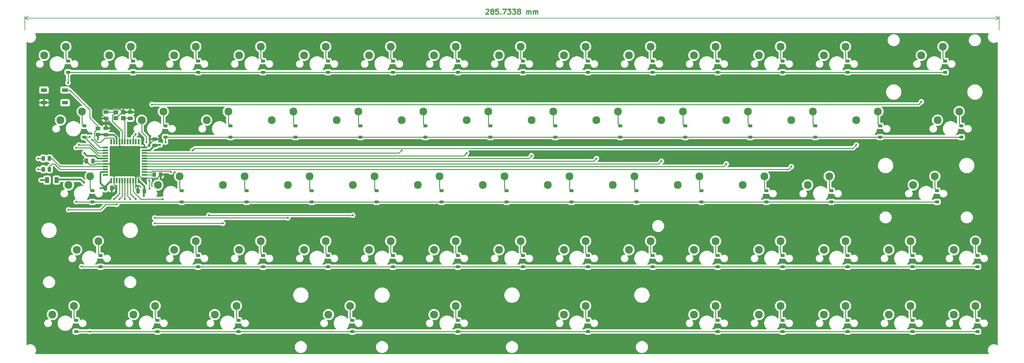
<source format=gbr>
%TF.GenerationSoftware,KiCad,Pcbnew,8.0.1*%
%TF.CreationDate,2024-05-23T20:01:39-06:00*%
%TF.ProjectId,60_Keyboard,36305f4b-6579-4626-9f61-72642e6b6963,rev?*%
%TF.SameCoordinates,Original*%
%TF.FileFunction,Copper,L2,Bot*%
%TF.FilePolarity,Positive*%
%FSLAX46Y46*%
G04 Gerber Fmt 4.6, Leading zero omitted, Abs format (unit mm)*
G04 Created by KiCad (PCBNEW 8.0.1) date 2024-05-23 20:01:39*
%MOMM*%
%LPD*%
G01*
G04 APERTURE LIST*
G04 Aperture macros list*
%AMRoundRect*
0 Rectangle with rounded corners*
0 $1 Rounding radius*
0 $2 $3 $4 $5 $6 $7 $8 $9 X,Y pos of 4 corners*
0 Add a 4 corners polygon primitive as box body*
4,1,4,$2,$3,$4,$5,$6,$7,$8,$9,$2,$3,0*
0 Add four circle primitives for the rounded corners*
1,1,$1+$1,$2,$3*
1,1,$1+$1,$4,$5*
1,1,$1+$1,$6,$7*
1,1,$1+$1,$8,$9*
0 Add four rect primitives between the rounded corners*
20,1,$1+$1,$2,$3,$4,$5,0*
20,1,$1+$1,$4,$5,$6,$7,0*
20,1,$1+$1,$6,$7,$8,$9,0*
20,1,$1+$1,$8,$9,$2,$3,0*%
G04 Aperture macros list end*
%ADD10C,0.300000*%
%TA.AperFunction,NonConductor*%
%ADD11C,0.300000*%
%TD*%
%TA.AperFunction,NonConductor*%
%ADD12C,0.200000*%
%TD*%
%TA.AperFunction,ComponentPad*%
%ADD13C,2.300000*%
%TD*%
%TA.AperFunction,SMDPad,CuDef*%
%ADD14RoundRect,0.250000X0.475000X-0.250000X0.475000X0.250000X-0.475000X0.250000X-0.475000X-0.250000X0*%
%TD*%
%TA.AperFunction,SMDPad,CuDef*%
%ADD15RoundRect,0.225000X0.375000X-0.225000X0.375000X0.225000X-0.375000X0.225000X-0.375000X-0.225000X0*%
%TD*%
%TA.AperFunction,SMDPad,CuDef*%
%ADD16RoundRect,0.250000X-0.475000X0.250000X-0.475000X-0.250000X0.475000X-0.250000X0.475000X0.250000X0*%
%TD*%
%TA.AperFunction,SMDPad,CuDef*%
%ADD17RoundRect,0.250000X-0.262500X-0.450000X0.262500X-0.450000X0.262500X0.450000X-0.262500X0.450000X0*%
%TD*%
%TA.AperFunction,SMDPad,CuDef*%
%ADD18RoundRect,0.250000X-0.250000X-0.475000X0.250000X-0.475000X0.250000X0.475000X-0.250000X0.475000X0*%
%TD*%
%TA.AperFunction,SMDPad,CuDef*%
%ADD19RoundRect,0.250000X0.250000X0.475000X-0.250000X0.475000X-0.250000X-0.475000X0.250000X-0.475000X0*%
%TD*%
%TA.AperFunction,SMDPad,CuDef*%
%ADD20R,1.400000X1.200000*%
%TD*%
%TA.AperFunction,SMDPad,CuDef*%
%ADD21R,1.500000X0.550000*%
%TD*%
%TA.AperFunction,SMDPad,CuDef*%
%ADD22R,0.550000X1.500000*%
%TD*%
%TA.AperFunction,SMDPad,CuDef*%
%ADD23RoundRect,0.250000X0.450000X-0.262500X0.450000X0.262500X-0.450000X0.262500X-0.450000X-0.262500X0*%
%TD*%
%TA.AperFunction,SMDPad,CuDef*%
%ADD24RoundRect,0.250000X0.375000X0.625000X-0.375000X0.625000X-0.375000X-0.625000X0.375000X-0.625000X0*%
%TD*%
%TA.AperFunction,SMDPad,CuDef*%
%ADD25R,1.800000X1.100000*%
%TD*%
%TA.AperFunction,ViaPad*%
%ADD26C,0.600000*%
%TD*%
%TA.AperFunction,Conductor*%
%ADD27C,0.250000*%
%TD*%
%TA.AperFunction,Conductor*%
%ADD28C,0.500000*%
%TD*%
G04 APERTURE END LIST*
D10*
D11*
X214593444Y-65779385D02*
X214664872Y-65707957D01*
X214664872Y-65707957D02*
X214807730Y-65636528D01*
X214807730Y-65636528D02*
X215164872Y-65636528D01*
X215164872Y-65636528D02*
X215307730Y-65707957D01*
X215307730Y-65707957D02*
X215379158Y-65779385D01*
X215379158Y-65779385D02*
X215450587Y-65922242D01*
X215450587Y-65922242D02*
X215450587Y-66065100D01*
X215450587Y-66065100D02*
X215379158Y-66279385D01*
X215379158Y-66279385D02*
X214522015Y-67136528D01*
X214522015Y-67136528D02*
X215450587Y-67136528D01*
X216307729Y-66279385D02*
X216164872Y-66207957D01*
X216164872Y-66207957D02*
X216093443Y-66136528D01*
X216093443Y-66136528D02*
X216022015Y-65993671D01*
X216022015Y-65993671D02*
X216022015Y-65922242D01*
X216022015Y-65922242D02*
X216093443Y-65779385D01*
X216093443Y-65779385D02*
X216164872Y-65707957D01*
X216164872Y-65707957D02*
X216307729Y-65636528D01*
X216307729Y-65636528D02*
X216593443Y-65636528D01*
X216593443Y-65636528D02*
X216736301Y-65707957D01*
X216736301Y-65707957D02*
X216807729Y-65779385D01*
X216807729Y-65779385D02*
X216879158Y-65922242D01*
X216879158Y-65922242D02*
X216879158Y-65993671D01*
X216879158Y-65993671D02*
X216807729Y-66136528D01*
X216807729Y-66136528D02*
X216736301Y-66207957D01*
X216736301Y-66207957D02*
X216593443Y-66279385D01*
X216593443Y-66279385D02*
X216307729Y-66279385D01*
X216307729Y-66279385D02*
X216164872Y-66350814D01*
X216164872Y-66350814D02*
X216093443Y-66422242D01*
X216093443Y-66422242D02*
X216022015Y-66565100D01*
X216022015Y-66565100D02*
X216022015Y-66850814D01*
X216022015Y-66850814D02*
X216093443Y-66993671D01*
X216093443Y-66993671D02*
X216164872Y-67065100D01*
X216164872Y-67065100D02*
X216307729Y-67136528D01*
X216307729Y-67136528D02*
X216593443Y-67136528D01*
X216593443Y-67136528D02*
X216736301Y-67065100D01*
X216736301Y-67065100D02*
X216807729Y-66993671D01*
X216807729Y-66993671D02*
X216879158Y-66850814D01*
X216879158Y-66850814D02*
X216879158Y-66565100D01*
X216879158Y-66565100D02*
X216807729Y-66422242D01*
X216807729Y-66422242D02*
X216736301Y-66350814D01*
X216736301Y-66350814D02*
X216593443Y-66279385D01*
X218236300Y-65636528D02*
X217522014Y-65636528D01*
X217522014Y-65636528D02*
X217450586Y-66350814D01*
X217450586Y-66350814D02*
X217522014Y-66279385D01*
X217522014Y-66279385D02*
X217664872Y-66207957D01*
X217664872Y-66207957D02*
X218022014Y-66207957D01*
X218022014Y-66207957D02*
X218164872Y-66279385D01*
X218164872Y-66279385D02*
X218236300Y-66350814D01*
X218236300Y-66350814D02*
X218307729Y-66493671D01*
X218307729Y-66493671D02*
X218307729Y-66850814D01*
X218307729Y-66850814D02*
X218236300Y-66993671D01*
X218236300Y-66993671D02*
X218164872Y-67065100D01*
X218164872Y-67065100D02*
X218022014Y-67136528D01*
X218022014Y-67136528D02*
X217664872Y-67136528D01*
X217664872Y-67136528D02*
X217522014Y-67065100D01*
X217522014Y-67065100D02*
X217450586Y-66993671D01*
X218950585Y-66993671D02*
X219022014Y-67065100D01*
X219022014Y-67065100D02*
X218950585Y-67136528D01*
X218950585Y-67136528D02*
X218879157Y-67065100D01*
X218879157Y-67065100D02*
X218950585Y-66993671D01*
X218950585Y-66993671D02*
X218950585Y-67136528D01*
X219522014Y-65636528D02*
X220522014Y-65636528D01*
X220522014Y-65636528D02*
X219879157Y-67136528D01*
X220950585Y-65636528D02*
X221879157Y-65636528D01*
X221879157Y-65636528D02*
X221379157Y-66207957D01*
X221379157Y-66207957D02*
X221593442Y-66207957D01*
X221593442Y-66207957D02*
X221736300Y-66279385D01*
X221736300Y-66279385D02*
X221807728Y-66350814D01*
X221807728Y-66350814D02*
X221879157Y-66493671D01*
X221879157Y-66493671D02*
X221879157Y-66850814D01*
X221879157Y-66850814D02*
X221807728Y-66993671D01*
X221807728Y-66993671D02*
X221736300Y-67065100D01*
X221736300Y-67065100D02*
X221593442Y-67136528D01*
X221593442Y-67136528D02*
X221164871Y-67136528D01*
X221164871Y-67136528D02*
X221022014Y-67065100D01*
X221022014Y-67065100D02*
X220950585Y-66993671D01*
X222379156Y-65636528D02*
X223307728Y-65636528D01*
X223307728Y-65636528D02*
X222807728Y-66207957D01*
X222807728Y-66207957D02*
X223022013Y-66207957D01*
X223022013Y-66207957D02*
X223164871Y-66279385D01*
X223164871Y-66279385D02*
X223236299Y-66350814D01*
X223236299Y-66350814D02*
X223307728Y-66493671D01*
X223307728Y-66493671D02*
X223307728Y-66850814D01*
X223307728Y-66850814D02*
X223236299Y-66993671D01*
X223236299Y-66993671D02*
X223164871Y-67065100D01*
X223164871Y-67065100D02*
X223022013Y-67136528D01*
X223022013Y-67136528D02*
X222593442Y-67136528D01*
X222593442Y-67136528D02*
X222450585Y-67065100D01*
X222450585Y-67065100D02*
X222379156Y-66993671D01*
X224164870Y-66279385D02*
X224022013Y-66207957D01*
X224022013Y-66207957D02*
X223950584Y-66136528D01*
X223950584Y-66136528D02*
X223879156Y-65993671D01*
X223879156Y-65993671D02*
X223879156Y-65922242D01*
X223879156Y-65922242D02*
X223950584Y-65779385D01*
X223950584Y-65779385D02*
X224022013Y-65707957D01*
X224022013Y-65707957D02*
X224164870Y-65636528D01*
X224164870Y-65636528D02*
X224450584Y-65636528D01*
X224450584Y-65636528D02*
X224593442Y-65707957D01*
X224593442Y-65707957D02*
X224664870Y-65779385D01*
X224664870Y-65779385D02*
X224736299Y-65922242D01*
X224736299Y-65922242D02*
X224736299Y-65993671D01*
X224736299Y-65993671D02*
X224664870Y-66136528D01*
X224664870Y-66136528D02*
X224593442Y-66207957D01*
X224593442Y-66207957D02*
X224450584Y-66279385D01*
X224450584Y-66279385D02*
X224164870Y-66279385D01*
X224164870Y-66279385D02*
X224022013Y-66350814D01*
X224022013Y-66350814D02*
X223950584Y-66422242D01*
X223950584Y-66422242D02*
X223879156Y-66565100D01*
X223879156Y-66565100D02*
X223879156Y-66850814D01*
X223879156Y-66850814D02*
X223950584Y-66993671D01*
X223950584Y-66993671D02*
X224022013Y-67065100D01*
X224022013Y-67065100D02*
X224164870Y-67136528D01*
X224164870Y-67136528D02*
X224450584Y-67136528D01*
X224450584Y-67136528D02*
X224593442Y-67065100D01*
X224593442Y-67065100D02*
X224664870Y-66993671D01*
X224664870Y-66993671D02*
X224736299Y-66850814D01*
X224736299Y-66850814D02*
X224736299Y-66565100D01*
X224736299Y-66565100D02*
X224664870Y-66422242D01*
X224664870Y-66422242D02*
X224593442Y-66350814D01*
X224593442Y-66350814D02*
X224450584Y-66279385D01*
X226522012Y-67136528D02*
X226522012Y-66136528D01*
X226522012Y-66279385D02*
X226593441Y-66207957D01*
X226593441Y-66207957D02*
X226736298Y-66136528D01*
X226736298Y-66136528D02*
X226950584Y-66136528D01*
X226950584Y-66136528D02*
X227093441Y-66207957D01*
X227093441Y-66207957D02*
X227164870Y-66350814D01*
X227164870Y-66350814D02*
X227164870Y-67136528D01*
X227164870Y-66350814D02*
X227236298Y-66207957D01*
X227236298Y-66207957D02*
X227379155Y-66136528D01*
X227379155Y-66136528D02*
X227593441Y-66136528D01*
X227593441Y-66136528D02*
X227736298Y-66207957D01*
X227736298Y-66207957D02*
X227807727Y-66350814D01*
X227807727Y-66350814D02*
X227807727Y-67136528D01*
X228522012Y-67136528D02*
X228522012Y-66136528D01*
X228522012Y-66279385D02*
X228593441Y-66207957D01*
X228593441Y-66207957D02*
X228736298Y-66136528D01*
X228736298Y-66136528D02*
X228950584Y-66136528D01*
X228950584Y-66136528D02*
X229093441Y-66207957D01*
X229093441Y-66207957D02*
X229164870Y-66350814D01*
X229164870Y-66350814D02*
X229164870Y-67136528D01*
X229164870Y-66350814D02*
X229236298Y-66207957D01*
X229236298Y-66207957D02*
X229379155Y-66136528D01*
X229379155Y-66136528D02*
X229593441Y-66136528D01*
X229593441Y-66136528D02*
X229736298Y-66207957D01*
X229736298Y-66207957D02*
X229807727Y-66350814D01*
X229807727Y-66350814D02*
X229807727Y-67136528D01*
D12*
X79369400Y-71726100D02*
X79369400Y-67671780D01*
X365103200Y-71726100D02*
X365103200Y-67671780D01*
X79369400Y-68258200D02*
X365103200Y-68258200D01*
X79369400Y-68258200D02*
X365103200Y-68258200D01*
X79369400Y-68258200D02*
X80495904Y-67671779D01*
X79369400Y-68258200D02*
X80495904Y-68844621D01*
X365103200Y-68258200D02*
X363976696Y-68844621D01*
X365103200Y-68258200D02*
X363976696Y-67671779D01*
D13*
%TO.P,MX57,1,1*%
%TO.N,COL 1*%
X111276500Y-155406300D03*
%TO.P,MX57,2,2*%
%TO.N,Net-(D57-A)*%
X117626500Y-152866300D03*
%TD*%
%TO.P,MX28,1,1*%
%TO.N,COL 13*%
X347005400Y-98259900D03*
%TO.P,MX28,2,2*%
%TO.N,Net-(D28-A)*%
X353355400Y-95719900D03*
%TD*%
%TO.P,MX7,1,1*%
%TO.N,COL 6*%
X199377200Y-79211100D03*
%TO.P,MX7,2,2*%
%TO.N,Net-(D7-A)*%
X205727200Y-76671100D03*
%TD*%
%TO.P,MX23,1,1*%
%TO.N,COL 8*%
X246999200Y-98259900D03*
%TO.P,MX23,2,2*%
%TO.N,Net-(D23-A)*%
X253349200Y-95719900D03*
%TD*%
%TO.P,MX58,1,1*%
%TO.N,COL 2*%
X135087500Y-155406300D03*
%TO.P,MX58,2,2*%
%TO.N,Net-(D58-A)*%
X141437500Y-152866300D03*
%TD*%
%TO.P,MX16,1,1*%
%TO.N,COL 1*%
X113657600Y-98259900D03*
%TO.P,MX16,2,2*%
%TO.N,Net-(D16-A)*%
X120007600Y-95719900D03*
%TD*%
%TO.P,MX6,1,1*%
%TO.N,COL 5*%
X180328400Y-79211100D03*
%TO.P,MX6,2,2*%
%TO.N,Net-(D6-A)*%
X186678400Y-76671100D03*
%TD*%
%TO.P,MX33,1,1*%
%TO.N,COL 4*%
X175566200Y-117308700D03*
%TO.P,MX33,2,2*%
%TO.N,Net-(D33-A)*%
X181916200Y-114768700D03*
%TD*%
%TO.P,MX1,1,1*%
%TO.N,COL 0*%
X85084400Y-79211100D03*
%TO.P,MX1,2,2*%
%TO.N,Net-(D1-A)*%
X91434400Y-76671100D03*
%TD*%
%TO.P,MX56,1,1*%
%TO.N,COL 0*%
X87465500Y-155406300D03*
%TO.P,MX56,2,2*%
%TO.N,Net-(D56-A)*%
X93815500Y-152866300D03*
%TD*%
%TO.P,MX18,1,1*%
%TO.N,COL 3*%
X151755200Y-98259900D03*
%TO.P,MX18,2,2*%
%TO.N,Net-(D18-A)*%
X158105200Y-95719900D03*
%TD*%
%TO.P,MX43,1,1*%
%TO.N,COL 1*%
X123182000Y-136357500D03*
%TO.P,MX43,2,2*%
%TO.N,Net-(D43-A)*%
X129532000Y-133817500D03*
%TD*%
%TO.P,MX10,1,1*%
%TO.N,COL 9*%
X256523600Y-79211100D03*
%TO.P,MX10,2,2*%
%TO.N,Net-(D10-A)*%
X262873600Y-76671100D03*
%TD*%
%TO.P,MX4,1,1*%
%TO.N,COL 3*%
X142230800Y-79211100D03*
%TO.P,MX4,2,2*%
%TO.N,Net-(D4-A)*%
X148580800Y-76671100D03*
%TD*%
%TO.P,MX29,1,1*%
%TO.N,COL 0*%
X92227700Y-117308700D03*
%TO.P,MX29,2,2*%
%TO.N,Net-(D29-A)*%
X98577700Y-114768700D03*
%TD*%
%TO.P,MX40,1,1*%
%TO.N,COL 11*%
X308907800Y-117308700D03*
%TO.P,MX40,2,2*%
%TO.N,Net-(D40-A)*%
X315257800Y-114768700D03*
%TD*%
%TO.P,MX11,1,1*%
%TO.N,COL 10*%
X275572400Y-79211100D03*
%TO.P,MX11,2,2*%
%TO.N,Net-(D11-A)*%
X281922400Y-76671100D03*
%TD*%
%TO.P,MX24,1,1*%
%TO.N,COL 9*%
X266048000Y-98259900D03*
%TO.P,MX24,2,2*%
%TO.N,Net-(D24-A)*%
X272398000Y-95719900D03*
%TD*%
%TO.P,MX52,1,1*%
%TO.N,COL 10*%
X294621200Y-136357500D03*
%TO.P,MX52,2,2*%
%TO.N,Net-(D52-A)*%
X300971200Y-133817500D03*
%TD*%
%TO.P,MX60,1,1*%
%TO.N,COL 3*%
X168422900Y-155406300D03*
%TO.P,MX60,2,2*%
%TO.N,Net-(D60-A)*%
X174772900Y-152866300D03*
%TD*%
%TO.P,MX42,1,1*%
%TO.N,COL 13*%
X339862100Y-117308700D03*
%TO.P,MX42,2,2*%
%TO.N,Net-(D42-A)*%
X346212100Y-114768700D03*
%TD*%
%TO.P,MX63,1,1*%
%TO.N,COL 7*%
X237474800Y-155406300D03*
%TO.P,MX63,2,2*%
%TO.N,Net-(D63-A)*%
X243824800Y-152866300D03*
%TD*%
%TO.P,MX21,1,1*%
%TO.N,COL 6*%
X208901600Y-98259900D03*
%TO.P,MX21,2,2*%
%TO.N,Net-(D21-A)*%
X215251600Y-95719900D03*
%TD*%
%TO.P,MX9,1,1*%
%TO.N,COL 8*%
X237474800Y-79211100D03*
%TO.P,MX9,2,2*%
%TO.N,Net-(D9-A)*%
X243824800Y-76671100D03*
%TD*%
%TO.P,MX65,1,1*%
%TO.N,COL 9*%
X275572400Y-155406300D03*
%TO.P,MX65,2,2*%
%TO.N,Net-(D65-A)*%
X281922400Y-152866300D03*
%TD*%
%TO.P,MX50,1,1*%
%TO.N,COL 8*%
X256523600Y-136357500D03*
%TO.P,MX50,2,2*%
%TO.N,Net-(D50-A)*%
X262873600Y-133817500D03*
%TD*%
%TO.P,MX36,1,1*%
%TO.N,COL 7*%
X232712600Y-117308700D03*
%TO.P,MX36,2,2*%
%TO.N,Net-(D36-A)*%
X239062600Y-114768700D03*
%TD*%
%TO.P,MX55,1,1*%
%TO.N,COL 13*%
X351767600Y-136357500D03*
%TO.P,MX55,2,2*%
%TO.N,Net-(D55-A)*%
X358117600Y-133817500D03*
%TD*%
%TO.P,MX13,1,1*%
%TO.N,COL 12*%
X313670000Y-79211100D03*
%TO.P,MX13,2,2*%
%TO.N,Net-(D13-A)*%
X320020000Y-76671100D03*
%TD*%
%TO.P,MX39,1,1*%
%TO.N,COL 10*%
X289859000Y-117308700D03*
%TO.P,MX39,2,2*%
%TO.N,Net-(D39-A)*%
X296209000Y-114768700D03*
%TD*%
%TO.P,MX20,1,1*%
%TO.N,COL 5*%
X189852800Y-98259900D03*
%TO.P,MX20,2,2*%
%TO.N,Net-(D20-A)*%
X196202800Y-95719900D03*
%TD*%
%TO.P,MX41,1,1*%
%TO.N,COL 0*%
X94608800Y-136357500D03*
%TO.P,MX41,2,2*%
%TO.N,Net-(D41-A)*%
X100958800Y-133817500D03*
%TD*%
%TO.P,MX26,1,1*%
%TO.N,COL 11*%
X304145600Y-98259900D03*
%TO.P,MX26,2,2*%
%TO.N,Net-(D26-A)*%
X310495600Y-95719900D03*
%TD*%
%TO.P,MX69,1,1*%
%TO.N,COL 13*%
X351767600Y-155406300D03*
%TO.P,MX69,2,2*%
%TO.N,Net-(D69-A)*%
X358117600Y-152866300D03*
%TD*%
%TO.P,MX30,1,1*%
%TO.N,COL 1*%
X118419800Y-117308700D03*
%TO.P,MX30,2,2*%
%TO.N,Net-(D30-A)*%
X124769800Y-114768700D03*
%TD*%
%TO.P,MX68,1,1*%
%TO.N,COL 12*%
X332718800Y-155406300D03*
%TO.P,MX68,2,2*%
%TO.N,Net-(D68-A)*%
X339068800Y-152866300D03*
%TD*%
%TO.P,MX35,1,1*%
%TO.N,COL 6*%
X213663800Y-117308700D03*
%TO.P,MX35,2,2*%
%TO.N,Net-(D35-A)*%
X220013800Y-114768700D03*
%TD*%
%TO.P,MX8,1,1*%
%TO.N,COL 7*%
X218426000Y-79211100D03*
%TO.P,MX8,2,2*%
%TO.N,Net-(D8-A)*%
X224776000Y-76671100D03*
%TD*%
%TO.P,MX31,1,1*%
%TO.N,COL 2*%
X137468600Y-117308700D03*
%TO.P,MX31,2,2*%
%TO.N,Net-(D31-A)*%
X143818600Y-114768700D03*
%TD*%
%TO.P,MX32,1,1*%
%TO.N,COL 3*%
X156517400Y-117308700D03*
%TO.P,MX32,2,2*%
%TO.N,Net-(D32-A)*%
X162867400Y-114768700D03*
%TD*%
%TO.P,MX49,1,1*%
%TO.N,COL 7*%
X237474800Y-136357500D03*
%TO.P,MX49,2,2*%
%TO.N,Net-(D49-A)*%
X243824800Y-133817500D03*
%TD*%
%TO.P,MX5,1,1*%
%TO.N,COL 4*%
X161279600Y-79211100D03*
%TO.P,MX5,2,2*%
%TO.N,Net-(D5-A)*%
X167629600Y-76671100D03*
%TD*%
%TO.P,MX37,1,1*%
%TO.N,COL 8*%
X251761400Y-117308700D03*
%TO.P,MX37,2,2*%
%TO.N,Net-(D37-A)*%
X258111400Y-114768700D03*
%TD*%
%TO.P,MX34,1,1*%
%TO.N,COL 5*%
X194615000Y-117308700D03*
%TO.P,MX34,2,2*%
%TO.N,Net-(D34-A)*%
X200965000Y-114768700D03*
%TD*%
%TO.P,MX17,1,1*%
%TO.N,COL 2*%
X132706400Y-98259900D03*
%TO.P,MX17,2,2*%
%TO.N,Net-(D17-A)*%
X139056400Y-95719900D03*
%TD*%
%TO.P,MX44,1,1*%
%TO.N,COL 2*%
X142230800Y-136357500D03*
%TO.P,MX44,2,2*%
%TO.N,Net-(D44-A)*%
X148580800Y-133817500D03*
%TD*%
%TO.P,MX14,1,1*%
%TO.N,COL 13*%
X342243200Y-79211100D03*
%TO.P,MX14,2,2*%
%TO.N,Net-(D14-A)*%
X348593200Y-76671100D03*
%TD*%
%TO.P,MX66,1,1*%
%TO.N,COL 10*%
X294621200Y-155406300D03*
%TO.P,MX66,2,2*%
%TO.N,Net-(D66-A)*%
X300971200Y-152866300D03*
%TD*%
%TO.P,MX67,1,1*%
%TO.N,COL 11*%
X313670000Y-155406300D03*
%TO.P,MX67,2,2*%
%TO.N,Net-(D67-A)*%
X320020000Y-152866300D03*
%TD*%
%TO.P,MX19,1,1*%
%TO.N,COL 4*%
X170804000Y-98259900D03*
%TO.P,MX19,2,2*%
%TO.N,Net-(D19-A)*%
X177154000Y-95719900D03*
%TD*%
%TO.P,MX25,1,1*%
%TO.N,COL 10*%
X285096800Y-98259900D03*
%TO.P,MX25,2,2*%
%TO.N,Net-(D25-A)*%
X291446800Y-95719900D03*
%TD*%
%TO.P,MX3,1,1*%
%TO.N,COL 2*%
X123182000Y-79211100D03*
%TO.P,MX3,2,2*%
%TO.N,Net-(D3-A)*%
X129532000Y-76671100D03*
%TD*%
%TO.P,MX47,1,1*%
%TO.N,COL 5*%
X199377200Y-136357500D03*
%TO.P,MX47,2,2*%
%TO.N,Net-(D47-A)*%
X205727200Y-133817500D03*
%TD*%
%TO.P,MX2,1,1*%
%TO.N,COL 1*%
X104133200Y-79211100D03*
%TO.P,MX2,2,2*%
%TO.N,Net-(D2-A)*%
X110483200Y-76671100D03*
%TD*%
%TO.P,MX53,1,1*%
%TO.N,COL 11*%
X313670000Y-136357500D03*
%TO.P,MX53,2,2*%
%TO.N,Net-(D53-A)*%
X320020000Y-133817500D03*
%TD*%
%TO.P,MX48,1,1*%
%TO.N,COL 6*%
X218426000Y-136357500D03*
%TO.P,MX48,2,2*%
%TO.N,Net-(D48-A)*%
X224776000Y-133817500D03*
%TD*%
%TO.P,MX15,1,1*%
%TO.N,COL 0*%
X89846600Y-98259900D03*
%TO.P,MX15,2,2*%
%TO.N,Net-(D15-A)*%
X96196600Y-95719900D03*
%TD*%
%TO.P,MX27,1,1*%
%TO.N,COL 12*%
X323194400Y-98259900D03*
%TO.P,MX27,2,2*%
%TO.N,Net-(D27-A)*%
X329544400Y-95719900D03*
%TD*%
%TO.P,MX38,1,1*%
%TO.N,COL 9*%
X270810200Y-117308700D03*
%TO.P,MX38,2,2*%
%TO.N,Net-(D38-A)*%
X277160200Y-114768700D03*
%TD*%
%TO.P,MX22,1,1*%
%TO.N,COL 7*%
X227950400Y-98259900D03*
%TO.P,MX22,2,2*%
%TO.N,Net-(D22-A)*%
X234300400Y-95719900D03*
%TD*%
%TO.P,MX45,1,1*%
%TO.N,COL 3*%
X161279600Y-136357500D03*
%TO.P,MX45,2,2*%
%TO.N,Net-(D45-A)*%
X167629600Y-133817500D03*
%TD*%
%TO.P,MX12,1,1*%
%TO.N,COL 11*%
X294621200Y-79211100D03*
%TO.P,MX12,2,2*%
%TO.N,Net-(D12-A)*%
X300971200Y-76671100D03*
%TD*%
%TO.P,MX61,1,1*%
%TO.N,COL 5*%
X199377200Y-155406300D03*
%TO.P,MX61,2,2*%
%TO.N,Net-(D61-A)*%
X205727200Y-152866300D03*
%TD*%
%TO.P,MX46,1,1*%
%TO.N,COL 4*%
X180328400Y-136357500D03*
%TO.P,MX46,2,2*%
%TO.N,Net-(D46-A)*%
X186678400Y-133817500D03*
%TD*%
%TO.P,MX51,1,1*%
%TO.N,COL 9*%
X275572400Y-136357500D03*
%TO.P,MX51,2,2*%
%TO.N,Net-(D51-A)*%
X281922400Y-133817500D03*
%TD*%
%TO.P,MX54,1,1*%
%TO.N,COL 12*%
X332718800Y-136357500D03*
%TO.P,MX54,2,2*%
%TO.N,Net-(D54-A)*%
X339068800Y-133817500D03*
%TD*%
D14*
%TO.P,C6,1*%
%TO.N,+5V*%
X103181000Y-102543600D03*
%TO.P,C6,2*%
%TO.N,GND*%
X103181000Y-100643600D03*
%TD*%
D15*
%TO.P,D38,1,K*%
%TO.N,ROW 2*%
X277795000Y-122292400D03*
%TO.P,D38,2,A*%
%TO.N,Net-(D38-A)*%
X277795000Y-118992400D03*
%TD*%
%TO.P,D61,1,K*%
%TO.N,ROW 4*%
X206362000Y-160390000D03*
%TO.P,D61,2,A*%
%TO.N,Net-(D61-A)*%
X206362000Y-157090000D03*
%TD*%
%TO.P,D35,1,K*%
%TO.N,ROW 2*%
X220648600Y-122292400D03*
%TO.P,D35,2,A*%
%TO.N,Net-(D35-A)*%
X220648600Y-118992400D03*
%TD*%
%TO.P,D27,1,K*%
%TO.N,ROW 1*%
X330179200Y-103243600D03*
%TO.P,D27,2,A*%
%TO.N,Net-(D27-A)*%
X330179200Y-99943600D03*
%TD*%
D16*
%TO.P,C2,1*%
%TO.N,GND*%
X110324300Y-95881400D03*
%TO.P,C2,2*%
%TO.N,Net-(U1-XTAL1)*%
X110324300Y-97781400D03*
%TD*%
D15*
%TO.P,D26,1,K*%
%TO.N,ROW 1*%
X311130400Y-103243600D03*
%TO.P,D26,2,A*%
%TO.N,Net-(D26-A)*%
X311130400Y-99943600D03*
%TD*%
%TO.P,D29,1,K*%
%TO.N,ROW 2*%
X99212500Y-122292400D03*
%TO.P,D29,2,A*%
%TO.N,Net-(D29-A)*%
X99212500Y-118992400D03*
%TD*%
%TO.P,D55,1,K*%
%TO.N,ROW 3*%
X358752400Y-141341200D03*
%TO.P,D55,2,A*%
%TO.N,Net-(D55-A)*%
X358752400Y-138041200D03*
%TD*%
%TO.P,D15,1,K*%
%TO.N,ROW 1*%
X96831400Y-103243600D03*
%TO.P,D15,2,A*%
%TO.N,Net-(D15-A)*%
X96831400Y-99943600D03*
%TD*%
%TO.P,D39,1,K*%
%TO.N,ROW 2*%
X296843800Y-122292400D03*
%TO.P,D39,2,A*%
%TO.N,Net-(D39-A)*%
X296843800Y-118992400D03*
%TD*%
%TO.P,D50,1,K*%
%TO.N,ROW 3*%
X263508400Y-141341200D03*
%TO.P,D50,2,A*%
%TO.N,Net-(D50-A)*%
X263508400Y-138041200D03*
%TD*%
%TO.P,D2,1,K*%
%TO.N,ROW 0*%
X111118000Y-84194800D03*
%TO.P,D2,2,A*%
%TO.N,Net-(D2-A)*%
X111118000Y-80894800D03*
%TD*%
%TO.P,D24,1,K*%
%TO.N,ROW 1*%
X273032800Y-103243600D03*
%TO.P,D24,2,A*%
%TO.N,Net-(D24-A)*%
X273032800Y-99943600D03*
%TD*%
%TO.P,D18,1,K*%
%TO.N,ROW 1*%
X158740000Y-103243600D03*
%TO.P,D18,2,A*%
%TO.N,Net-(D18-A)*%
X158740000Y-99943600D03*
%TD*%
D17*
%TO.P,R1,1*%
%TO.N,Net-(U1-~{HWB}{slash}PE2)*%
X117348800Y-114292800D03*
%TO.P,R1,2*%
%TO.N,GND*%
X119173800Y-114292800D03*
%TD*%
D15*
%TO.P,D22,1,K*%
%TO.N,ROW 1*%
X234935200Y-103243600D03*
%TO.P,D22,2,A*%
%TO.N,Net-(D22-A)*%
X234935200Y-99943600D03*
%TD*%
D17*
%TO.P,R2,1*%
%TO.N,D -*%
X84807100Y-112705400D03*
%TO.P,R2,2*%
%TO.N,Net-(U1-D-)*%
X86632100Y-112705400D03*
%TD*%
D15*
%TO.P,D40,1,K*%
%TO.N,ROW 2*%
X315892600Y-122292400D03*
%TO.P,D40,2,A*%
%TO.N,Net-(D40-A)*%
X315892600Y-118992400D03*
%TD*%
%TO.P,D43,1,K*%
%TO.N,ROW 3*%
X130166800Y-141341200D03*
%TO.P,D43,2,A*%
%TO.N,Net-(D43-A)*%
X130166800Y-138041200D03*
%TD*%
%TO.P,D68,1,K*%
%TO.N,ROW 4*%
X339703600Y-160390000D03*
%TO.P,D68,2,A*%
%TO.N,Net-(D68-A)*%
X339703600Y-157090000D03*
%TD*%
%TO.P,D5,1,K*%
%TO.N,ROW 0*%
X168264400Y-84194800D03*
%TO.P,D5,2,A*%
%TO.N,Net-(D5-A)*%
X168264400Y-80894800D03*
%TD*%
%TO.P,D36,1,K*%
%TO.N,ROW 2*%
X239697400Y-122292400D03*
%TO.P,D36,2,A*%
%TO.N,Net-(D36-A)*%
X239697400Y-118992400D03*
%TD*%
%TO.P,D41,1,K*%
%TO.N,ROW 3*%
X101593600Y-141341200D03*
%TO.P,D41,2,A*%
%TO.N,Net-(D41-A)*%
X101593600Y-138041200D03*
%TD*%
%TO.P,D3,1,K*%
%TO.N,ROW 0*%
X130166800Y-84194800D03*
%TO.P,D3,2,A*%
%TO.N,Net-(D3-A)*%
X130166800Y-80894800D03*
%TD*%
D18*
%TO.P,C7,1*%
%TO.N,+5V*%
X103024700Y-118261300D03*
%TO.P,C7,2*%
%TO.N,GND*%
X104924700Y-118261300D03*
%TD*%
D19*
%TO.P,C4,1*%
%TO.N,+5V*%
X114449100Y-119055000D03*
%TO.P,C4,2*%
%TO.N,GND*%
X112549100Y-119055000D03*
%TD*%
D15*
%TO.P,D19,1,K*%
%TO.N,ROW 1*%
X177788800Y-103243600D03*
%TO.P,D19,2,A*%
%TO.N,Net-(D19-A)*%
X177788800Y-99943600D03*
%TD*%
%TO.P,D28,1,K*%
%TO.N,ROW 1*%
X353990200Y-103243600D03*
%TO.P,D28,2,A*%
%TO.N,Net-(D28-A)*%
X353990200Y-99943600D03*
%TD*%
%TO.P,D8,1,K*%
%TO.N,ROW 0*%
X225410800Y-84194800D03*
%TO.P,D8,2,A*%
%TO.N,Net-(D8-A)*%
X225410800Y-80894800D03*
%TD*%
D20*
%TO.P,Y1,1,1*%
%TO.N,Net-(U1-XTAL1)*%
X108249500Y-97681400D03*
%TO.P,Y1,2,2*%
%TO.N,GND*%
X106049500Y-97681400D03*
%TO.P,Y1,3,3*%
%TO.N,Net-(U1-XTAL2)*%
X106049500Y-95981400D03*
%TO.P,Y1,4,4*%
%TO.N,GND*%
X108249500Y-95981400D03*
%TD*%
D15*
%TO.P,D47,1,K*%
%TO.N,ROW 3*%
X206362000Y-141341200D03*
%TO.P,D47,2,A*%
%TO.N,Net-(D47-A)*%
X206362000Y-138041200D03*
%TD*%
%TO.P,D7,1,K*%
%TO.N,ROW 0*%
X206362000Y-84194800D03*
%TO.P,D7,2,A*%
%TO.N,Net-(D7-A)*%
X206362000Y-80894800D03*
%TD*%
%TO.P,D53,1,K*%
%TO.N,ROW 3*%
X320654800Y-141341200D03*
%TO.P,D53,2,A*%
%TO.N,Net-(D53-A)*%
X320654800Y-138041200D03*
%TD*%
%TO.P,D10,1,K*%
%TO.N,ROW 0*%
X263508400Y-84194800D03*
%TO.P,D10,2,A*%
%TO.N,Net-(D10-A)*%
X263508400Y-80894800D03*
%TD*%
%TO.P,D16,1,K*%
%TO.N,ROW 1*%
X120642400Y-103243600D03*
%TO.P,D16,2,A*%
%TO.N,Net-(D16-A)*%
X120642400Y-99943600D03*
%TD*%
%TO.P,D21,1,K*%
%TO.N,ROW 1*%
X215886400Y-103243600D03*
%TO.P,D21,2,A*%
%TO.N,Net-(D21-A)*%
X215886400Y-99943600D03*
%TD*%
D19*
%TO.P,C1,1*%
%TO.N,Net-(U1-UCAP)*%
X99368800Y-110324300D03*
%TO.P,C1,2*%
%TO.N,GND*%
X97468800Y-110324300D03*
%TD*%
D15*
%TO.P,D66,1,K*%
%TO.N,ROW 4*%
X301606000Y-160390000D03*
%TO.P,D66,2,A*%
%TO.N,Net-(D66-A)*%
X301606000Y-157090000D03*
%TD*%
%TO.P,D11,1,K*%
%TO.N,ROW 0*%
X282557200Y-84194800D03*
%TO.P,D11,2,A*%
%TO.N,Net-(D11-A)*%
X282557200Y-80894800D03*
%TD*%
%TO.P,D12,1,K*%
%TO.N,ROW 0*%
X301606000Y-84194800D03*
%TO.P,D12,2,A*%
%TO.N,Net-(D12-A)*%
X301606000Y-80894800D03*
%TD*%
%TO.P,D46,1,K*%
%TO.N,ROW 3*%
X187313200Y-141341200D03*
%TO.P,D46,2,A*%
%TO.N,Net-(D46-A)*%
X187313200Y-138041200D03*
%TD*%
%TO.P,D51,1,K*%
%TO.N,ROW 3*%
X282557200Y-141341200D03*
%TO.P,D51,2,A*%
%TO.N,Net-(D51-A)*%
X282557200Y-138041200D03*
%TD*%
D14*
%TO.P,C3,1*%
%TO.N,GND*%
X103181000Y-97781400D03*
%TO.P,C3,2*%
%TO.N,Net-(U1-XTAL2)*%
X103181000Y-95881400D03*
%TD*%
D15*
%TO.P,D20,1,K*%
%TO.N,ROW 1*%
X196837600Y-103243600D03*
%TO.P,D20,2,A*%
%TO.N,Net-(D20-A)*%
X196837600Y-99943600D03*
%TD*%
%TO.P,D57,1,K*%
%TO.N,ROW 4*%
X118261300Y-160390000D03*
%TO.P,D57,2,A*%
%TO.N,Net-(D57-A)*%
X118261300Y-157090000D03*
%TD*%
D17*
%TO.P,R3,1*%
%TO.N,D +*%
X84807100Y-109530600D03*
%TO.P,R3,2*%
%TO.N,Net-(U1-D+)*%
X86632100Y-109530600D03*
%TD*%
D15*
%TO.P,D67,1,K*%
%TO.N,ROW 4*%
X320654800Y-160390000D03*
%TO.P,D67,2,A*%
%TO.N,Net-(D67-A)*%
X320654800Y-157090000D03*
%TD*%
%TO.P,D60,1,K*%
%TO.N,ROW 4*%
X175407700Y-160390000D03*
%TO.P,D60,2,A*%
%TO.N,Net-(D60-A)*%
X175407700Y-157090000D03*
%TD*%
%TO.P,D9,1,K*%
%TO.N,ROW 0*%
X244459600Y-84194800D03*
%TO.P,D9,2,A*%
%TO.N,Net-(D9-A)*%
X244459600Y-80894800D03*
%TD*%
D21*
%TO.P,U1,1,PE6*%
%TO.N,unconnected-(U1-PE6-Pad1)*%
X103036900Y-114324300D03*
%TO.P,U1,2,UVCC*%
%TO.N,+5V*%
X103036900Y-113524300D03*
%TO.P,U1,3,D-*%
%TO.N,Net-(U1-D-)*%
X103036900Y-112724300D03*
%TO.P,U1,4,D+*%
%TO.N,Net-(U1-D+)*%
X103036900Y-111924300D03*
%TO.P,U1,5,UGND*%
%TO.N,GND*%
X103036900Y-111124300D03*
%TO.P,U1,6,UCAP*%
%TO.N,Net-(U1-UCAP)*%
X103036900Y-110324300D03*
%TO.P,U1,7,VBUS*%
%TO.N,+5V*%
X103036900Y-109524300D03*
%TO.P,U1,8,PB0*%
%TO.N,ROW 3*%
X103036900Y-108724300D03*
%TO.P,U1,9,PB1*%
%TO.N,ROW 2*%
X103036900Y-107924300D03*
%TO.P,U1,10,PB2*%
%TO.N,ROW 1*%
X103036900Y-107124300D03*
%TO.P,U1,11,PB3*%
%TO.N,ROW 0*%
X103036900Y-106324300D03*
D22*
%TO.P,U1,12,PB7*%
%TO.N,unconnected-(U1-PB7-Pad12)*%
X104736900Y-104624300D03*
%TO.P,U1,13,~{RESET}*%
%TO.N,Net-(U1-~{RESET})*%
X105536900Y-104624300D03*
%TO.P,U1,14,VCC*%
%TO.N,+5V*%
X106336900Y-104624300D03*
%TO.P,U1,15,GND*%
%TO.N,GND*%
X107136900Y-104624300D03*
%TO.P,U1,16,XTAL2*%
%TO.N,Net-(U1-XTAL2)*%
X107936900Y-104624300D03*
%TO.P,U1,17,XTAL1*%
%TO.N,Net-(U1-XTAL1)*%
X108736900Y-104624300D03*
%TO.P,U1,18,PD0*%
%TO.N,unconnected-(U1-PD0-Pad18)*%
X109536900Y-104624300D03*
%TO.P,U1,19,PD1*%
%TO.N,unconnected-(U1-PD1-Pad19)*%
X110336900Y-104624300D03*
%TO.P,U1,20,PD2*%
%TO.N,COL 13*%
X111136900Y-104624300D03*
%TO.P,U1,21,PD3*%
%TO.N,unconnected-(U1-PD3-Pad21)*%
X111936900Y-104624300D03*
%TO.P,U1,22,PD5*%
%TO.N,unconnected-(U1-PD5-Pad22)*%
X112736900Y-104624300D03*
D21*
%TO.P,U1,23,GND*%
%TO.N,GND*%
X114436900Y-106324300D03*
%TO.P,U1,24,AVCC*%
%TO.N,+5V*%
X114436900Y-107124300D03*
%TO.P,U1,25,PD4*%
%TO.N,COL 5*%
X114436900Y-107924300D03*
%TO.P,U1,26,PD6*%
%TO.N,COL 6*%
X114436900Y-108724300D03*
%TO.P,U1,27,PD7*%
%TO.N,COL 7*%
X114436900Y-109524300D03*
%TO.P,U1,28,PB4*%
%TO.N,COL 8*%
X114436900Y-110324300D03*
%TO.P,U1,29,PB5*%
%TO.N,COL 9*%
X114436900Y-111124300D03*
%TO.P,U1,30,PB6*%
%TO.N,COL 10*%
X114436900Y-111924300D03*
%TO.P,U1,31,PC6*%
%TO.N,COL 11*%
X114436900Y-112724300D03*
%TO.P,U1,32,PC7*%
%TO.N,COL 12*%
X114436900Y-113524300D03*
%TO.P,U1,33,~{HWB}/PE2*%
%TO.N,Net-(U1-~{HWB}{slash}PE2)*%
X114436900Y-114324300D03*
D22*
%TO.P,U1,34,VCC*%
%TO.N,+5V*%
X112736900Y-116024300D03*
%TO.P,U1,35,GND*%
%TO.N,GND*%
X111936900Y-116024300D03*
%TO.P,U1,36,PF7*%
%TO.N,COL 4*%
X111136900Y-116024300D03*
%TO.P,U1,37,PF6*%
%TO.N,COL 3*%
X110336900Y-116024300D03*
%TO.P,U1,38,PF5*%
%TO.N,COL 2*%
X109536900Y-116024300D03*
%TO.P,U1,39,PF4*%
%TO.N,COL 1*%
X108736900Y-116024300D03*
%TO.P,U1,40,PF1*%
%TO.N,COL 0*%
X107936900Y-116024300D03*
%TO.P,U1,41,PF0*%
%TO.N,ROW 4*%
X107136900Y-116024300D03*
%TO.P,U1,42,AREF*%
%TO.N,unconnected-(U1-AREF-Pad42)*%
X106336900Y-116024300D03*
%TO.P,U1,43,GND*%
%TO.N,GND*%
X105536900Y-116024300D03*
%TO.P,U1,44,AVCC*%
%TO.N,+5V*%
X104736900Y-116024300D03*
%TD*%
D15*
%TO.P,D45,1,K*%
%TO.N,ROW 3*%
X168264400Y-141341200D03*
%TO.P,D45,2,A*%
%TO.N,Net-(D45-A)*%
X168264400Y-138041200D03*
%TD*%
%TO.P,D34,1,K*%
%TO.N,ROW 2*%
X201599800Y-122292400D03*
%TO.P,D34,2,A*%
%TO.N,Net-(D34-A)*%
X201599800Y-118992400D03*
%TD*%
%TO.P,D42,1,K*%
%TO.N,ROW 2*%
X346846900Y-122292400D03*
%TO.P,D42,2,A*%
%TO.N,Net-(D42-A)*%
X346846900Y-118992400D03*
%TD*%
%TO.P,D63,1,K*%
%TO.N,ROW 4*%
X244459600Y-160390000D03*
%TO.P,D63,2,A*%
%TO.N,Net-(D63-A)*%
X244459600Y-157090000D03*
%TD*%
%TO.P,D1,1,K*%
%TO.N,ROW 0*%
X92069200Y-84194800D03*
%TO.P,D1,2,A*%
%TO.N,Net-(D1-A)*%
X92069200Y-80894800D03*
%TD*%
%TO.P,D31,1,K*%
%TO.N,ROW 2*%
X144453400Y-122292400D03*
%TO.P,D31,2,A*%
%TO.N,Net-(D31-A)*%
X144453400Y-118992400D03*
%TD*%
%TO.P,D14,1,K*%
%TO.N,ROW 0*%
X349228000Y-84194800D03*
%TO.P,D14,2,A*%
%TO.N,Net-(D14-A)*%
X349228000Y-80894800D03*
%TD*%
%TO.P,D23,1,K*%
%TO.N,ROW 1*%
X253984000Y-103243600D03*
%TO.P,D23,2,A*%
%TO.N,Net-(D23-A)*%
X253984000Y-99943600D03*
%TD*%
%TO.P,D33,1,K*%
%TO.N,ROW 2*%
X182551000Y-122292400D03*
%TO.P,D33,2,A*%
%TO.N,Net-(D33-A)*%
X182551000Y-118992400D03*
%TD*%
%TO.P,D17,1,K*%
%TO.N,ROW 1*%
X139691200Y-103243600D03*
%TO.P,D17,2,A*%
%TO.N,Net-(D17-A)*%
X139691200Y-99943600D03*
%TD*%
%TO.P,D32,1,K*%
%TO.N,ROW 2*%
X163502200Y-122292400D03*
%TO.P,D32,2,A*%
%TO.N,Net-(D32-A)*%
X163502200Y-118992400D03*
%TD*%
%TO.P,D65,1,K*%
%TO.N,ROW 4*%
X282557200Y-160390000D03*
%TO.P,D65,2,A*%
%TO.N,Net-(D65-A)*%
X282557200Y-157090000D03*
%TD*%
D23*
%TO.P,R4,1*%
%TO.N,+5V*%
X100799900Y-102506100D03*
%TO.P,R4,2*%
%TO.N,Net-(U1-~{RESET})*%
X100799900Y-100681100D03*
%TD*%
D15*
%TO.P,D58,1,K*%
%TO.N,ROW 4*%
X142072300Y-160390000D03*
%TO.P,D58,2,A*%
%TO.N,Net-(D58-A)*%
X142072300Y-157090000D03*
%TD*%
%TO.P,D44,1,K*%
%TO.N,ROW 3*%
X149215600Y-141341200D03*
%TO.P,D44,2,A*%
%TO.N,Net-(D44-A)*%
X149215600Y-138041200D03*
%TD*%
D24*
%TO.P,F1,1*%
%TO.N,+5V*%
X88707000Y-115880200D03*
%TO.P,F1,2*%
%TO.N,VCC*%
X85907000Y-115880200D03*
%TD*%
D15*
%TO.P,D56,1,K*%
%TO.N,ROW 4*%
X94450300Y-160390000D03*
%TO.P,D56,2,A*%
%TO.N,Net-(D56-A)*%
X94450300Y-157090000D03*
%TD*%
%TO.P,D6,1,K*%
%TO.N,ROW 0*%
X187313200Y-84194800D03*
%TO.P,D6,2,A*%
%TO.N,Net-(D6-A)*%
X187313200Y-80894800D03*
%TD*%
D14*
%TO.P,C5,1*%
%TO.N,+5V*%
X117467600Y-105718400D03*
%TO.P,C5,2*%
%TO.N,GND*%
X117467600Y-103818400D03*
%TD*%
D15*
%TO.P,D25,1,K*%
%TO.N,ROW 1*%
X292081600Y-103243600D03*
%TO.P,D25,2,A*%
%TO.N,Net-(D25-A)*%
X292081600Y-99943600D03*
%TD*%
%TO.P,D4,1,K*%
%TO.N,ROW 0*%
X149215600Y-84194800D03*
%TO.P,D4,2,A*%
%TO.N,Net-(D4-A)*%
X149215600Y-80894800D03*
%TD*%
%TO.P,D48,1,K*%
%TO.N,ROW 3*%
X225410800Y-141341200D03*
%TO.P,D48,2,A*%
%TO.N,Net-(D48-A)*%
X225410800Y-138041200D03*
%TD*%
%TO.P,D13,1,K*%
%TO.N,ROW 0*%
X320654800Y-84194800D03*
%TO.P,D13,2,A*%
%TO.N,Net-(D13-A)*%
X320654800Y-80894800D03*
%TD*%
D25*
%TO.P,SW1,1,1*%
%TO.N,GND*%
X85000700Y-93125500D03*
%TO.P,SW1,2,2*%
%TO.N,Net-(U1-~{RESET})*%
X91200700Y-89425500D03*
%TO.P,SW1,3*%
%TO.N,N/C*%
X85000700Y-89425500D03*
%TO.P,SW1,4*%
X91200700Y-93125500D03*
%TD*%
D15*
%TO.P,D30,1,K*%
%TO.N,ROW 2*%
X125404600Y-122292400D03*
%TO.P,D30,2,A*%
%TO.N,Net-(D30-A)*%
X125404600Y-118992400D03*
%TD*%
%TO.P,D69,1,K*%
%TO.N,ROW 4*%
X358752400Y-160390000D03*
%TO.P,D69,2,A*%
%TO.N,Net-(D69-A)*%
X358752400Y-157090000D03*
%TD*%
%TO.P,D37,1,K*%
%TO.N,ROW 2*%
X258746200Y-122292400D03*
%TO.P,D37,2,A*%
%TO.N,Net-(D37-A)*%
X258746200Y-118992400D03*
%TD*%
%TO.P,D49,1,K*%
%TO.N,ROW 3*%
X244459600Y-141341200D03*
%TO.P,D49,2,A*%
%TO.N,Net-(D49-A)*%
X244459600Y-138041200D03*
%TD*%
%TO.P,D52,1,K*%
%TO.N,ROW 3*%
X301606000Y-141341200D03*
%TO.P,D52,2,A*%
%TO.N,Net-(D52-A)*%
X301606000Y-138041200D03*
%TD*%
%TO.P,D54,1,K*%
%TO.N,ROW 3*%
X339703600Y-141341200D03*
%TO.P,D54,2,A*%
%TO.N,Net-(D54-A)*%
X339703600Y-138041200D03*
%TD*%
D26*
%TO.N,GND*%
X84925900Y-107149500D03*
%TO.N,+5V*%
X101593600Y-118261300D03*
X114292800Y-120642400D03*
X100799900Y-103974700D03*
X96831400Y-116673900D03*
X96831400Y-107943200D03*
X119055000Y-105562100D03*
%TO.N,ROW 0*%
X92069200Y-87307000D03*
X99168691Y-103985692D03*
%TO.N,ROW 1*%
X120642400Y-104768400D03*
X98418800Y-103181000D03*
%TO.N,ROW 2*%
X94450300Y-122229800D03*
X95244000Y-105562100D03*
%TO.N,ROW 3*%
X96037700Y-141278600D03*
X94450300Y-106355800D03*
%TO.N,ROW 4*%
X105562100Y-121436100D03*
X98418800Y-160390000D03*
%TO.N,VCC*%
X84132200Y-115880200D03*
%TO.N,COL 0*%
X92227700Y-124610900D03*
X107149500Y-121436100D03*
X106355800Y-123023500D03*
%TO.N,COL 1*%
X115086500Y-104768400D03*
X115880200Y-115942800D03*
X108736900Y-121436100D03*
X116013681Y-118394781D03*
%TO.N,COL 2*%
X110324300Y-121436100D03*
X137468600Y-128579400D03*
X117467600Y-128579400D03*
%TO.N,COL 3*%
X111911700Y-121436100D03*
X117467600Y-126992000D03*
X156517400Y-126992000D03*
%TO.N,COL 4*%
X175566200Y-126198300D03*
X119848700Y-121436100D03*
X133341600Y-126198300D03*
%TO.N,COL 5*%
X189852800Y-107149500D03*
%TO.N,COL 6*%
X208901600Y-107943200D03*
%TO.N,COL 7*%
X227950400Y-108736900D03*
%TO.N,COL 8*%
X246999200Y-109530600D03*
%TO.N,COL 9*%
X266048000Y-110324300D03*
%TO.N,COL 10*%
X285096800Y-111118000D03*
%TO.N,COL 11*%
X304145600Y-111911700D03*
%TO.N,COL 12*%
X122229800Y-113499100D03*
X323194400Y-105562100D03*
X128579400Y-107149500D03*
%TO.N,COL 13*%
X116673900Y-93656600D03*
X111911700Y-102387300D03*
X342243200Y-92862900D03*
%TO.N,D -*%
X83338500Y-112705400D03*
%TO.N,D +*%
X83338500Y-109530600D03*
%TD*%
D27*
%TO.N,Net-(U1-UCAP)*%
X99368800Y-110324300D02*
X103036900Y-110324300D01*
%TO.N,GND*%
X102460900Y-95056400D02*
X102131000Y-95386300D01*
X106149500Y-97681400D02*
X107849500Y-95981400D01*
X107136900Y-104624300D02*
X107136900Y-101737300D01*
X104419372Y-100643600D02*
X103181000Y-100643600D01*
X104036900Y-111124300D02*
X103036900Y-111124300D01*
X113730400Y-115317800D02*
X118148800Y-115317800D01*
X111936900Y-118442800D02*
X111936900Y-116024300D01*
X85000700Y-107074700D02*
X84925900Y-107149500D01*
X84925900Y-107149500D02*
X94294000Y-107149500D01*
X105536900Y-117649100D02*
X105536900Y-116024300D01*
X111936900Y-116024300D02*
X111936900Y-115024300D01*
X100113900Y-111124300D02*
X99863900Y-111374300D01*
X108249500Y-95981400D02*
X107324500Y-95056400D01*
X113730400Y-115317800D02*
X113361900Y-114949300D01*
X105536900Y-116024300D02*
X105536900Y-112624300D01*
X105536900Y-112624300D02*
X104036900Y-111124300D01*
X102131000Y-95386300D02*
X102131000Y-96731400D01*
X104924700Y-118261300D02*
X105536900Y-117649100D01*
X113361900Y-114949300D02*
X112011900Y-114949300D01*
X107136900Y-105624300D02*
X107136900Y-104624300D01*
X110224300Y-95981400D02*
X110324300Y-95881400D01*
X98518800Y-111374300D02*
X97468800Y-110324300D01*
X106049500Y-97681400D02*
X106149500Y-97681400D01*
X107324500Y-95056400D02*
X102460900Y-95056400D01*
X114961700Y-106324300D02*
X114436900Y-106324300D01*
X109536900Y-112624300D02*
X105536900Y-112624300D01*
X104036900Y-111124300D02*
X107836900Y-107324300D01*
X85000700Y-93125500D02*
X85000700Y-107074700D01*
X107836900Y-107324300D02*
X107836900Y-106324300D01*
X112549100Y-119055000D02*
X111936900Y-118442800D01*
X103036900Y-111124300D02*
X100113900Y-111124300D01*
X99863900Y-111374300D02*
X98518800Y-111374300D01*
X108249500Y-95981400D02*
X110224300Y-95981400D01*
X107136900Y-104624300D02*
X107136900Y-103361128D01*
X107836900Y-106324300D02*
X107136900Y-105624300D01*
X94294000Y-107149500D02*
X97468800Y-110324300D01*
X111936900Y-115024300D02*
X109536900Y-112624300D01*
X107136900Y-103361128D02*
X104419372Y-100643600D01*
X112011900Y-114949300D02*
X111936900Y-115024300D01*
X107849500Y-95981400D02*
X108249500Y-95981400D01*
X117467600Y-103818400D02*
X114961700Y-106324300D01*
X114436900Y-106324300D02*
X107836900Y-106324300D01*
X118148800Y-115317800D02*
X119173800Y-114292800D01*
X107136900Y-101737300D02*
X103181000Y-97781400D01*
X102131000Y-96731400D02*
X103181000Y-97781400D01*
%TO.N,Net-(U1-XTAL1)*%
X108249500Y-97681400D02*
X110224300Y-97681400D01*
X108249500Y-98112500D02*
X108736900Y-98599900D01*
X108736900Y-98599900D02*
X108736900Y-104624300D01*
X108249500Y-97681400D02*
X108249500Y-98112500D01*
X110224300Y-97681400D02*
X110324300Y-97781400D01*
%TO.N,Net-(U1-XTAL2)*%
X107936900Y-104624300D02*
X107936900Y-101518800D01*
X105024500Y-96906400D02*
X105949500Y-95981400D01*
X103181000Y-95881400D02*
X105949500Y-95881400D01*
X105949500Y-95981400D02*
X106049500Y-95981400D01*
X105024500Y-98606400D02*
X105024500Y-96906400D01*
X105949500Y-95881400D02*
X106049500Y-95981400D01*
X107936900Y-101518800D02*
X105024500Y-98606400D01*
D28*
%TO.N,+5V*%
X101593600Y-116830200D02*
X103024700Y-118261300D01*
X88878500Y-115708700D02*
X95866200Y-115708700D01*
X101786900Y-113524300D02*
X101593600Y-113717600D01*
X114449100Y-117736500D02*
X112736900Y-116024300D01*
X114449100Y-119055000D02*
X114449100Y-117736500D01*
X114292800Y-119211300D02*
X114449100Y-119055000D01*
X103036900Y-109524300D02*
X100793600Y-109524300D01*
X119055000Y-105562100D02*
X117623900Y-105562100D01*
X114292800Y-120642400D02*
X114292800Y-119211300D01*
X100799900Y-102506100D02*
X103143500Y-102506100D01*
X105506200Y-102543600D02*
X106336900Y-103374300D01*
X103024700Y-117736500D02*
X104736900Y-116024300D01*
X100006200Y-108736900D02*
X97625100Y-108736900D01*
X103143500Y-102506100D02*
X103181000Y-102543600D01*
X116061700Y-107124300D02*
X114436900Y-107124300D01*
X100793600Y-109524300D02*
X100006200Y-108736900D01*
X106336900Y-103374300D02*
X106336900Y-104624300D01*
X95866200Y-115708700D02*
X96831400Y-116673900D01*
X117467600Y-105718400D02*
X116061700Y-107124300D01*
X101593600Y-113717600D02*
X101593600Y-116830200D01*
X103024700Y-118261300D02*
X103024700Y-117736500D01*
X103036900Y-113524300D02*
X101786900Y-113524300D01*
X100799900Y-103974700D02*
X100799900Y-102506100D01*
X88707000Y-115880200D02*
X88878500Y-115708700D01*
X97625100Y-108736900D02*
X96831400Y-107943200D01*
X117623900Y-105562100D02*
X117467600Y-105718400D01*
X103181000Y-102543600D02*
X105506200Y-102543600D01*
X101593600Y-118261300D02*
X103024700Y-118261300D01*
D27*
%TO.N,Net-(D1-A)*%
X91434400Y-80260000D02*
X92069200Y-80894800D01*
X91434400Y-76671100D02*
X91434400Y-80260000D01*
%TO.N,ROW 0*%
X92069200Y-84194800D02*
X92069200Y-87307000D01*
X92069200Y-84194800D02*
X349228000Y-84194800D01*
X101507299Y-106324300D02*
X103036900Y-106324300D01*
X99168691Y-103985692D02*
X101507299Y-106324300D01*
%TO.N,Net-(D2-A)*%
X110483200Y-80260000D02*
X111118000Y-80894800D01*
X110483200Y-76671100D02*
X110483200Y-80260000D01*
%TO.N,Net-(D3-A)*%
X129532000Y-80260000D02*
X130166800Y-80894800D01*
X129532000Y-76671100D02*
X129532000Y-80260000D01*
%TO.N,Net-(D4-A)*%
X148580800Y-80260000D02*
X149215600Y-80894800D01*
X148580800Y-76671100D02*
X148580800Y-80260000D01*
%TO.N,Net-(D5-A)*%
X167629600Y-80260000D02*
X168264400Y-80894800D01*
X167629600Y-76671100D02*
X167629600Y-80260000D01*
%TO.N,Net-(D6-A)*%
X186678400Y-80260000D02*
X187313200Y-80894800D01*
X186678400Y-76671100D02*
X186678400Y-80260000D01*
%TO.N,Net-(D7-A)*%
X205727200Y-76671100D02*
X205727200Y-80260000D01*
X205727200Y-80260000D02*
X206362000Y-80894800D01*
%TO.N,Net-(D8-A)*%
X224776000Y-80260000D02*
X225410800Y-80894800D01*
X224776000Y-76671100D02*
X224776000Y-80260000D01*
%TO.N,Net-(D9-A)*%
X243824800Y-76671100D02*
X243824800Y-80260000D01*
X243824800Y-80260000D02*
X244459600Y-80894800D01*
%TO.N,Net-(D10-A)*%
X262873600Y-76671100D02*
X262873600Y-80260000D01*
X262873600Y-80260000D02*
X263508400Y-80894800D01*
%TO.N,Net-(D11-A)*%
X281922400Y-76671100D02*
X281922400Y-80260000D01*
X281922400Y-80260000D02*
X282557200Y-80894800D01*
%TO.N,Net-(D12-A)*%
X300971200Y-76671100D02*
X300971200Y-80260000D01*
X300971200Y-80260000D02*
X301606000Y-80894800D01*
%TO.N,Net-(D13-A)*%
X320020000Y-80260000D02*
X320654800Y-80894800D01*
X320020000Y-76671100D02*
X320020000Y-80260000D01*
%TO.N,Net-(D14-A)*%
X348593200Y-80260000D02*
X349228000Y-80894800D01*
X348593200Y-76671100D02*
X348593200Y-80260000D01*
%TO.N,ROW 1*%
X120642400Y-103243600D02*
X353990200Y-103243600D01*
X98356200Y-103243600D02*
X98418800Y-103181000D01*
X96831400Y-103243600D02*
X100712100Y-107124300D01*
X120642400Y-104768400D02*
X120642400Y-103243600D01*
X96831400Y-103243600D02*
X98356200Y-103243600D01*
X100712100Y-107124300D02*
X103036900Y-107124300D01*
%TO.N,Net-(D15-A)*%
X96196600Y-95719900D02*
X96196600Y-99308800D01*
X96196600Y-99308800D02*
X96831400Y-99943600D01*
%TO.N,Net-(D16-A)*%
X120007600Y-95719900D02*
X120007600Y-99308800D01*
X120007600Y-99308800D02*
X120642400Y-99943600D01*
%TO.N,Net-(D17-A)*%
X139056400Y-99308800D02*
X139691200Y-99943600D01*
X139056400Y-95719900D02*
X139056400Y-99308800D01*
%TO.N,Net-(D18-A)*%
X158105200Y-99308800D02*
X158740000Y-99943600D01*
X158105200Y-95719900D02*
X158105200Y-99308800D01*
%TO.N,Net-(D19-A)*%
X177154000Y-95719900D02*
X177154000Y-99308800D01*
X177154000Y-99308800D02*
X177788800Y-99943600D01*
%TO.N,Net-(D20-A)*%
X196202800Y-99308800D02*
X196837600Y-99943600D01*
X196202800Y-95719900D02*
X196202800Y-99308800D01*
%TO.N,Net-(D21-A)*%
X215251600Y-95719900D02*
X215251600Y-99308800D01*
X215251600Y-99308800D02*
X215886400Y-99943600D01*
%TO.N,Net-(D22-A)*%
X234300400Y-99308800D02*
X234935200Y-99943600D01*
X234300400Y-95719900D02*
X234300400Y-99308800D01*
%TO.N,Net-(D23-A)*%
X253349200Y-99308800D02*
X253984000Y-99943600D01*
X253349200Y-95719900D02*
X253349200Y-99308800D01*
%TO.N,Net-(D24-A)*%
X272398000Y-99308800D02*
X273032800Y-99943600D01*
X272398000Y-95719900D02*
X272398000Y-99308800D01*
%TO.N,Net-(D25-A)*%
X291446800Y-95719900D02*
X291446800Y-99308800D01*
X291446800Y-99308800D02*
X292081600Y-99943600D01*
%TO.N,Net-(D26-A)*%
X310495600Y-95719900D02*
X310495600Y-99308800D01*
X310495600Y-99308800D02*
X311130400Y-99943600D01*
%TO.N,Net-(D27-A)*%
X329544400Y-99308800D02*
X330179200Y-99943600D01*
X329544400Y-95719900D02*
X329544400Y-99308800D01*
%TO.N,Net-(D28-A)*%
X353355400Y-99308800D02*
X353990200Y-99943600D01*
X353355400Y-95719900D02*
X353355400Y-99308800D01*
%TO.N,Net-(D29-A)*%
X98577700Y-118357600D02*
X99212500Y-118992400D01*
X98577700Y-114768700D02*
X98577700Y-118357600D01*
%TO.N,ROW 2*%
X95244000Y-105562100D02*
X98418800Y-105562100D01*
X98418800Y-105562100D02*
X100799900Y-107943200D01*
X94387700Y-122292400D02*
X94450300Y-122229800D01*
X99212500Y-122292400D02*
X94387700Y-122292400D01*
X101593600Y-107943200D02*
X101612500Y-107924300D01*
X100799900Y-107943200D02*
X101593600Y-107943200D01*
X101612500Y-107924300D02*
X103036900Y-107924300D01*
X99212500Y-122292400D02*
X346846900Y-122292400D01*
%TO.N,Net-(D30-A)*%
X124769800Y-114768700D02*
X124769800Y-118357600D01*
X124769800Y-118357600D02*
X125404600Y-118992400D01*
%TO.N,Net-(D31-A)*%
X143818600Y-118357600D02*
X144453400Y-118992400D01*
X143818600Y-114768700D02*
X143818600Y-118357600D01*
%TO.N,Net-(D32-A)*%
X162867400Y-114768700D02*
X162867400Y-118357600D01*
X162867400Y-118357600D02*
X163502200Y-118992400D01*
%TO.N,Net-(D33-A)*%
X181916200Y-118357600D02*
X182551000Y-118992400D01*
X181916200Y-114768700D02*
X181916200Y-118357600D01*
%TO.N,Net-(D34-A)*%
X200965000Y-118357600D02*
X201599800Y-118992400D01*
X200965000Y-114768700D02*
X200965000Y-118357600D01*
%TO.N,Net-(D35-A)*%
X220013800Y-114768700D02*
X220013800Y-118357600D01*
X220013800Y-118357600D02*
X220648600Y-118992400D01*
%TO.N,Net-(D36-A)*%
X239062600Y-118357600D02*
X239697400Y-118992400D01*
X239062600Y-114768700D02*
X239062600Y-118357600D01*
%TO.N,Net-(D37-A)*%
X258111400Y-118357600D02*
X258746200Y-118992400D01*
X258111400Y-114768700D02*
X258111400Y-118357600D01*
%TO.N,Net-(D38-A)*%
X277160200Y-118357600D02*
X277795000Y-118992400D01*
X277160200Y-114768700D02*
X277160200Y-118357600D01*
%TO.N,Net-(D39-A)*%
X296209000Y-118357600D02*
X296843800Y-118992400D01*
X296209000Y-114768700D02*
X296209000Y-118357600D01*
%TO.N,Net-(D40-A)*%
X315257800Y-118357600D02*
X315892600Y-118992400D01*
X315257800Y-114768700D02*
X315257800Y-118357600D01*
%TO.N,ROW 3*%
X101593600Y-141341200D02*
X358752400Y-141341200D01*
X98576104Y-106355800D02*
X100944604Y-108724300D01*
X100944604Y-108724300D02*
X103036900Y-108724300D01*
X101593600Y-141341200D02*
X96100300Y-141341200D01*
X94450300Y-106355800D02*
X98576104Y-106355800D01*
X96100300Y-141341200D02*
X96037700Y-141278600D01*
%TO.N,Net-(D41-A)*%
X100958800Y-133817500D02*
X100958800Y-137406400D01*
X100958800Y-137406400D02*
X101593600Y-138041200D01*
%TO.N,Net-(D42-A)*%
X346212100Y-114768700D02*
X346212100Y-118357600D01*
X346212100Y-118357600D02*
X346846900Y-118992400D01*
%TO.N,Net-(D43-A)*%
X129532000Y-137406400D02*
X130166800Y-138041200D01*
X129532000Y-133817500D02*
X129532000Y-137406400D01*
%TO.N,Net-(D44-A)*%
X148580800Y-137406400D02*
X149215600Y-138041200D01*
X148580800Y-133817500D02*
X148580800Y-137406400D01*
%TO.N,Net-(D45-A)*%
X167629600Y-137406400D02*
X168264400Y-138041200D01*
X167629600Y-133817500D02*
X167629600Y-137406400D01*
%TO.N,Net-(D46-A)*%
X186678400Y-133817500D02*
X186678400Y-137406400D01*
X186678400Y-137406400D02*
X187313200Y-138041200D01*
%TO.N,Net-(D47-A)*%
X205727200Y-137406400D02*
X206362000Y-138041200D01*
X205727200Y-133817500D02*
X205727200Y-137406400D01*
%TO.N,Net-(D48-A)*%
X224776000Y-137406400D02*
X225410800Y-138041200D01*
X224776000Y-133817500D02*
X224776000Y-137406400D01*
%TO.N,Net-(D49-A)*%
X243824800Y-133817500D02*
X243824800Y-137406400D01*
X243824800Y-137406400D02*
X244459600Y-138041200D01*
%TO.N,Net-(D50-A)*%
X262873600Y-133817500D02*
X262873600Y-137406400D01*
X262873600Y-137406400D02*
X263508400Y-138041200D01*
%TO.N,Net-(D51-A)*%
X281922400Y-137406400D02*
X282557200Y-138041200D01*
X281922400Y-133817500D02*
X281922400Y-137406400D01*
%TO.N,Net-(D52-A)*%
X300971200Y-137406400D02*
X301606000Y-138041200D01*
X300971200Y-133817500D02*
X300971200Y-137406400D01*
%TO.N,Net-(D53-A)*%
X320020000Y-133817500D02*
X320020000Y-137406400D01*
X320020000Y-137406400D02*
X320654800Y-138041200D01*
%TO.N,Net-(D54-A)*%
X339068800Y-133817500D02*
X339068800Y-137406400D01*
X339068800Y-137406400D02*
X339703600Y-138041200D01*
%TO.N,Net-(D55-A)*%
X358117600Y-137406400D02*
X358752400Y-138041200D01*
X358117600Y-133817500D02*
X358117600Y-137406400D01*
%TO.N,Net-(D56-A)*%
X93815500Y-156455200D02*
X94450300Y-157090000D01*
X93815500Y-152866300D02*
X93815500Y-156455200D01*
%TO.N,ROW 4*%
X107136900Y-116024300D02*
X107136900Y-119861300D01*
X94450300Y-160390000D02*
X98418800Y-160390000D01*
X107136900Y-119861300D02*
X105562100Y-121436100D01*
X98418800Y-160390000D02*
X358752400Y-160390000D01*
%TO.N,Net-(D57-A)*%
X117626500Y-156455200D02*
X118261300Y-157090000D01*
X117626500Y-152866300D02*
X117626500Y-156455200D01*
%TO.N,Net-(D58-A)*%
X141437500Y-156455200D02*
X142072300Y-157090000D01*
X141437500Y-152866300D02*
X141437500Y-156455200D01*
%TO.N,Net-(D60-A)*%
X174772900Y-152866300D02*
X174772900Y-156455200D01*
X174772900Y-156455200D02*
X175407700Y-157090000D01*
%TO.N,Net-(D61-A)*%
X205727200Y-156455200D02*
X206362000Y-157090000D01*
X205727200Y-152866300D02*
X205727200Y-156455200D01*
%TO.N,Net-(D63-A)*%
X243824800Y-156455200D02*
X244459600Y-157090000D01*
X243824800Y-152866300D02*
X243824800Y-156455200D01*
%TO.N,Net-(D65-A)*%
X281922400Y-156455200D02*
X282557200Y-157090000D01*
X281922400Y-152866300D02*
X281922400Y-156455200D01*
%TO.N,Net-(D66-A)*%
X300971200Y-156455200D02*
X301606000Y-157090000D01*
X300971200Y-152866300D02*
X300971200Y-156455200D01*
%TO.N,Net-(D67-A)*%
X320020000Y-156455200D02*
X320654800Y-157090000D01*
X320020000Y-152866300D02*
X320020000Y-156455200D01*
%TO.N,Net-(D68-A)*%
X339068800Y-156455200D02*
X339703600Y-157090000D01*
X339068800Y-152866300D02*
X339068800Y-156455200D01*
%TO.N,Net-(D69-A)*%
X358117600Y-152866300D02*
X358117600Y-156455200D01*
X358117600Y-156455200D02*
X358752400Y-157090000D01*
D28*
%TO.N,VCC*%
X84132200Y-115880200D02*
X85907000Y-115880200D01*
D27*
%TO.N,COL 0*%
X106355800Y-123023500D02*
X106311900Y-123067400D01*
X106311900Y-123067400D02*
X103137100Y-123067400D01*
X107936900Y-116024300D02*
X107936900Y-120648700D01*
X107936900Y-120648700D02*
X107149500Y-121436100D01*
X103137100Y-123067400D02*
X101593600Y-124610900D01*
X101593600Y-124610900D02*
X92227700Y-124610900D01*
%TO.N,COL 1*%
X115086500Y-104768400D02*
X115086500Y-103181000D01*
X115880200Y-115942800D02*
X115880200Y-118261300D01*
X108736900Y-116024300D02*
X108736900Y-121436100D01*
X115086500Y-103181000D02*
X113657600Y-101752100D01*
X115880200Y-118261300D02*
X116013681Y-118394781D01*
X113657600Y-101752100D02*
X113657600Y-98259900D01*
%TO.N,COL 2*%
X109536900Y-120648700D02*
X110324300Y-121436100D01*
X117467600Y-128579400D02*
X137468600Y-128579400D01*
X109536900Y-116024300D02*
X109536900Y-120648700D01*
%TO.N,COL 3*%
X117467600Y-126992000D02*
X156517400Y-126992000D01*
X110336900Y-119861300D02*
X111911700Y-121436100D01*
X110336900Y-116024300D02*
X110336900Y-119861300D01*
%TO.N,COL 4*%
X113385100Y-121436100D02*
X119848700Y-121436100D01*
X133341600Y-126198300D02*
X175566200Y-126198300D01*
X111136900Y-119187900D02*
X113385100Y-121436100D01*
X111136900Y-116024300D02*
X111136900Y-119187900D01*
%TO.N,COL 5*%
X114436900Y-107924300D02*
X189078000Y-107924300D01*
X189078000Y-107924300D02*
X189852800Y-107149500D01*
%TO.N,COL 6*%
X208120500Y-108724300D02*
X208901600Y-107943200D01*
X114436900Y-108724300D02*
X208120500Y-108724300D01*
%TO.N,COL 7*%
X114436900Y-109524300D02*
X227163000Y-109524300D01*
X227163000Y-109524300D02*
X227950400Y-108736900D01*
%TO.N,COL 8*%
X246205500Y-110324300D02*
X246999200Y-109530600D01*
X114436900Y-110324300D02*
X246205500Y-110324300D01*
%TO.N,COL 9*%
X114436900Y-111124300D02*
X265248000Y-111124300D01*
X265248000Y-111124300D02*
X266048000Y-110324300D01*
%TO.N,COL 10*%
X114436900Y-111924300D02*
X284290500Y-111924300D01*
X284290500Y-111924300D02*
X285096800Y-111118000D01*
%TO.N,COL 11*%
X114436900Y-112724300D02*
X303333000Y-112724300D01*
X303333000Y-112724300D02*
X304145600Y-111911700D01*
%TO.N,COL 12*%
X114436900Y-113524300D02*
X116584700Y-113524300D01*
X121998500Y-113267800D02*
X122229800Y-113499100D01*
X116841200Y-113267800D02*
X121998500Y-113267800D01*
X128579400Y-107149500D02*
X129204400Y-106524500D01*
X116584700Y-113524300D02*
X116841200Y-113267800D01*
X322232000Y-106524500D02*
X323194400Y-105562100D01*
X129204400Y-106524500D02*
X322232000Y-106524500D01*
%TO.N,COL 13*%
X116673900Y-93656600D02*
X341449500Y-93656600D01*
X341449500Y-93656600D02*
X342243200Y-92862900D01*
X111136900Y-103162100D02*
X111911700Y-102387300D01*
X111136900Y-104624300D02*
X111136900Y-103162100D01*
%TO.N,Net-(U1-~{HWB}{slash}PE2)*%
X114468400Y-114292800D02*
X114436900Y-114324300D01*
X117317300Y-114324300D02*
X117348800Y-114292800D01*
X114436900Y-114324300D02*
X117317300Y-114324300D01*
%TO.N,D -*%
X83338500Y-112705400D02*
X84807100Y-112705400D01*
%TO.N,Net-(U1-D-)*%
X89707000Y-112724300D02*
X88100700Y-111118000D01*
X86632100Y-111792900D02*
X86632100Y-112705400D01*
X89707000Y-112724300D02*
X103036900Y-112724300D01*
X87307000Y-111118000D02*
X86632100Y-111792900D01*
X88100700Y-111118000D02*
X87307000Y-111118000D01*
X103018000Y-112705400D02*
X103036900Y-112724300D01*
%TO.N,D +*%
X83338500Y-109530600D02*
X84807100Y-109530600D01*
%TO.N,Net-(U1-D+)*%
X86632100Y-109530600D02*
X87307000Y-109530600D01*
X89700700Y-111924300D02*
X103036900Y-111924300D01*
X87307000Y-109530600D02*
X89700700Y-111924300D01*
%TO.N,Net-(U1-~{RESET})*%
X100799900Y-100006200D02*
X98418800Y-97625100D01*
X100799900Y-100681100D02*
X99774900Y-101706100D01*
X98418800Y-97625100D02*
X98418800Y-95244000D01*
X105461900Y-103549300D02*
X105536900Y-103624300D01*
X105536900Y-103624300D02*
X105536900Y-104624300D01*
X99774900Y-103833584D02*
X100709716Y-104768400D01*
X92600300Y-89425500D02*
X91200700Y-89425500D01*
X100799900Y-100681100D02*
X100799900Y-100006200D01*
X99774900Y-101706100D02*
X99774900Y-103833584D01*
X100709716Y-104768400D02*
X101593600Y-104768400D01*
X98418800Y-95244000D02*
X92600300Y-89425500D01*
X102812700Y-103549300D02*
X105461900Y-103549300D01*
X101593600Y-104768400D02*
X102812700Y-103549300D01*
%TD*%
%TA.AperFunction,Conductor*%
%TO.N,GND*%
G36*
X106014027Y-117274800D02*
G01*
X106387400Y-117274799D01*
X106454439Y-117294483D01*
X106500194Y-117347287D01*
X106511400Y-117398799D01*
X106511400Y-119550847D01*
X106491715Y-119617886D01*
X106475081Y-119638528D01*
X105503721Y-120609887D01*
X105442398Y-120643372D01*
X105429925Y-120645426D01*
X105382850Y-120650730D01*
X105212578Y-120710310D01*
X105059837Y-120806284D01*
X104932284Y-120933837D01*
X104836311Y-121086576D01*
X104776731Y-121256845D01*
X104776730Y-121256850D01*
X104756535Y-121436096D01*
X104756535Y-121436102D01*
X104767004Y-121529016D01*
X104754950Y-121597838D01*
X104707601Y-121649218D01*
X104643784Y-121666900D01*
X100262047Y-121666900D01*
X100195008Y-121647215D01*
X100164776Y-121619805D01*
X100160467Y-121614355D01*
X100132346Y-121586234D01*
X100040544Y-121494432D01*
X100040541Y-121494430D01*
X100040540Y-121494429D01*
X99896205Y-121405401D01*
X99896199Y-121405398D01*
X99896197Y-121405397D01*
X99896194Y-121405396D01*
X99735209Y-121352051D01*
X99635846Y-121341900D01*
X98789162Y-121341900D01*
X98789144Y-121341901D01*
X98689792Y-121352050D01*
X98689789Y-121352051D01*
X98528805Y-121405396D01*
X98528794Y-121405401D01*
X98384459Y-121494429D01*
X98264532Y-121614355D01*
X98260224Y-121619805D01*
X98203204Y-121660185D01*
X98162953Y-121666900D01*
X97692924Y-121666900D01*
X97625885Y-121647215D01*
X97580130Y-121594411D01*
X97570186Y-121525253D01*
X97599211Y-121461697D01*
X97605243Y-121455219D01*
X97728745Y-121331716D01*
X97728750Y-121331711D01*
X97907855Y-121098297D01*
X98054961Y-120843503D01*
X98068295Y-120811313D01*
X98143175Y-120630535D01*
X98167550Y-120571687D01*
X98243698Y-120287500D01*
X98282100Y-119995806D01*
X98282100Y-119949409D01*
X98301785Y-119882370D01*
X98354589Y-119836615D01*
X98423747Y-119826671D01*
X98471195Y-119843870D01*
X98528803Y-119879403D01*
X98689792Y-119932749D01*
X98789155Y-119942900D01*
X99635844Y-119942899D01*
X99635852Y-119942898D01*
X99635855Y-119942898D01*
X99690871Y-119937278D01*
X99735208Y-119932749D01*
X99840074Y-119897999D01*
X99909900Y-119895598D01*
X99969942Y-119931329D01*
X100001135Y-119993850D01*
X100001549Y-119996307D01*
X100019914Y-120112256D01*
X100074656Y-120280739D01*
X100074657Y-120280742D01*
X100116824Y-120363497D01*
X100155086Y-120438590D01*
X100259217Y-120581914D01*
X100384486Y-120707183D01*
X100527810Y-120811314D01*
X100590984Y-120843503D01*
X100685657Y-120891742D01*
X100685660Y-120891743D01*
X100769901Y-120919114D01*
X100854145Y-120946486D01*
X101029121Y-120974200D01*
X101029122Y-120974200D01*
X101206278Y-120974200D01*
X101206279Y-120974200D01*
X101381255Y-120946486D01*
X101549742Y-120891742D01*
X101707590Y-120811314D01*
X101850914Y-120707183D01*
X101976183Y-120581914D01*
X102080314Y-120438590D01*
X102160742Y-120280742D01*
X102215486Y-120112255D01*
X102243200Y-119937279D01*
X102243200Y-119760121D01*
X102215486Y-119585145D01*
X102193039Y-119516058D01*
X102191044Y-119446216D01*
X102227125Y-119386384D01*
X102289826Y-119355556D01*
X102359240Y-119363521D01*
X102376067Y-119372202D01*
X102455357Y-119421109D01*
X102455360Y-119421110D01*
X102455366Y-119421114D01*
X102621903Y-119476299D01*
X102724691Y-119486800D01*
X103324708Y-119486799D01*
X103324716Y-119486798D01*
X103324719Y-119486798D01*
X103381002Y-119481048D01*
X103427497Y-119476299D01*
X103594034Y-119421114D01*
X103743356Y-119329012D01*
X103867412Y-119204956D01*
X103869452Y-119201647D01*
X103871445Y-119199855D01*
X103871893Y-119199289D01*
X103871989Y-119199365D01*
X103921394Y-119154923D01*
X103990356Y-119143695D01*
X104054440Y-119171534D01*
X104080529Y-119201639D01*
X104082381Y-119204641D01*
X104082383Y-119204644D01*
X104206354Y-119328615D01*
X104355575Y-119420656D01*
X104355580Y-119420658D01*
X104522002Y-119475805D01*
X104522009Y-119475806D01*
X104624719Y-119486299D01*
X104674699Y-119486298D01*
X104674700Y-119486298D01*
X104674700Y-118511300D01*
X105174700Y-118511300D01*
X105174700Y-119486299D01*
X105224672Y-119486299D01*
X105224686Y-119486298D01*
X105327397Y-119475805D01*
X105493819Y-119420658D01*
X105493824Y-119420656D01*
X105643045Y-119328615D01*
X105767015Y-119204645D01*
X105859056Y-119055424D01*
X105859058Y-119055419D01*
X105914205Y-118888997D01*
X105914206Y-118888990D01*
X105924699Y-118786286D01*
X105924700Y-118786273D01*
X105924700Y-118511300D01*
X105174700Y-118511300D01*
X104674700Y-118511300D01*
X104674700Y-118135300D01*
X104694385Y-118068261D01*
X104747189Y-118022506D01*
X104798700Y-118011300D01*
X105924699Y-118011300D01*
X105924699Y-117736328D01*
X105924698Y-117736313D01*
X105914205Y-117633602D01*
X105859058Y-117467180D01*
X105859055Y-117467175D01*
X105853849Y-117458733D01*
X105835411Y-117391340D01*
X105856335Y-117324677D01*
X105909979Y-117279909D01*
X105972643Y-117270350D01*
X106014027Y-117274800D01*
G37*
%TD.AperFunction*%
%TA.AperFunction,Conductor*%
G36*
X123620651Y-113369485D02*
G01*
X123666406Y-113422289D01*
X123676350Y-113491447D01*
X123647325Y-113555003D01*
X123634144Y-113568090D01*
X123599111Y-113598011D01*
X123430388Y-113795559D01*
X123294643Y-114017076D01*
X123195227Y-114257089D01*
X123134578Y-114509709D01*
X123114196Y-114768700D01*
X123134578Y-115027690D01*
X123195227Y-115280310D01*
X123294643Y-115520323D01*
X123294645Y-115520326D01*
X123294646Y-115520328D01*
X123430388Y-115741840D01*
X123599111Y-115939389D01*
X123796660Y-116108112D01*
X124018172Y-116243854D01*
X124018175Y-116243855D01*
X124018178Y-116243857D01*
X124067752Y-116264391D01*
X124122156Y-116308231D01*
X124144221Y-116374525D01*
X124144300Y-116378952D01*
X124144300Y-118291601D01*
X124124615Y-118358640D01*
X124071811Y-118404395D01*
X124002653Y-118414339D01*
X123939097Y-118385314D01*
X123921932Y-118367097D01*
X123920858Y-118365698D01*
X123920845Y-118365683D01*
X123712816Y-118157654D01*
X123712809Y-118157648D01*
X123479405Y-117978551D01*
X123479403Y-117978549D01*
X123479397Y-117978545D01*
X123479392Y-117978542D01*
X123479389Y-117978540D01*
X123224610Y-117831442D01*
X123224594Y-117831434D01*
X122952794Y-117718852D01*
X122949110Y-117717865D01*
X122668600Y-117642702D01*
X122668599Y-117642701D01*
X122668596Y-117642701D01*
X122376916Y-117604301D01*
X122376911Y-117604300D01*
X122376906Y-117604300D01*
X122082694Y-117604300D01*
X122082688Y-117604300D01*
X122082683Y-117604301D01*
X121791003Y-117642701D01*
X121506805Y-117718852D01*
X121235005Y-117831434D01*
X121234989Y-117831442D01*
X120980210Y-117978540D01*
X120980194Y-117978551D01*
X120746790Y-118157648D01*
X120746783Y-118157654D01*
X120538754Y-118365683D01*
X120538748Y-118365690D01*
X120359651Y-118599094D01*
X120359640Y-118599110D01*
X120212542Y-118853889D01*
X120212534Y-118853905D01*
X120099952Y-119125705D01*
X120023801Y-119409903D01*
X119985401Y-119701583D01*
X119985400Y-119701600D01*
X119985400Y-119995799D01*
X119985401Y-119995816D01*
X120023801Y-120287498D01*
X120076958Y-120485880D01*
X120075295Y-120555729D01*
X120036133Y-120613592D01*
X119971904Y-120641096D01*
X119943300Y-120641193D01*
X119848704Y-120630535D01*
X119848696Y-120630535D01*
X119669450Y-120650730D01*
X119669445Y-120650731D01*
X119499176Y-120710311D01*
X119369817Y-120791594D01*
X119303845Y-120810600D01*
X118078959Y-120810600D01*
X118011920Y-120790915D01*
X117966165Y-120738111D01*
X117956221Y-120668953D01*
X117985246Y-120605397D01*
X117991278Y-120598919D01*
X118008283Y-120581914D01*
X118112414Y-120438590D01*
X118192842Y-120280742D01*
X118247586Y-120112255D01*
X118275300Y-119937279D01*
X118275300Y-119760121D01*
X118247586Y-119585145D01*
X118194290Y-119421114D01*
X118192843Y-119416660D01*
X118192842Y-119416657D01*
X118112413Y-119258809D01*
X118104588Y-119248039D01*
X118022635Y-119135240D01*
X117999156Y-119069435D01*
X118014981Y-119001381D01*
X118065087Y-118952686D01*
X118133565Y-118938811D01*
X118151898Y-118941782D01*
X118160806Y-118943921D01*
X118419800Y-118964304D01*
X118678794Y-118943921D01*
X118931410Y-118883273D01*
X119171428Y-118783854D01*
X119392940Y-118648112D01*
X119590489Y-118479389D01*
X119759212Y-118281840D01*
X119894954Y-118060328D01*
X119994373Y-117820310D01*
X120055021Y-117567694D01*
X120075404Y-117308700D01*
X120055021Y-117049706D01*
X119994373Y-116797090D01*
X119913086Y-116600847D01*
X119894956Y-116557076D01*
X119893817Y-116555218D01*
X119759212Y-116335560D01*
X119590489Y-116138011D01*
X119392940Y-115969288D01*
X119171428Y-115833546D01*
X119171427Y-115833545D01*
X119171423Y-115833543D01*
X118997983Y-115761702D01*
X118931410Y-115734127D01*
X118931407Y-115734126D01*
X118926909Y-115732263D01*
X118927516Y-115730797D01*
X118875592Y-115695299D01*
X118848388Y-115630943D01*
X118860297Y-115562096D01*
X118889086Y-115530721D01*
X118887482Y-115529117D01*
X118923800Y-115492798D01*
X118923800Y-114542800D01*
X119423800Y-114542800D01*
X119423800Y-115492799D01*
X119486272Y-115492799D01*
X119486286Y-115492798D01*
X119588997Y-115482305D01*
X119755419Y-115427158D01*
X119755424Y-115427156D01*
X119904645Y-115335115D01*
X120028615Y-115211145D01*
X120120656Y-115061924D01*
X120120658Y-115061919D01*
X120175805Y-114895497D01*
X120175806Y-114895490D01*
X120186299Y-114792786D01*
X120186300Y-114792773D01*
X120186300Y-114542800D01*
X119423800Y-114542800D01*
X118923800Y-114542800D01*
X118923800Y-114166800D01*
X118943485Y-114099761D01*
X118996289Y-114054006D01*
X119047800Y-114042800D01*
X120186299Y-114042800D01*
X120186299Y-114017300D01*
X120205984Y-113950261D01*
X120258788Y-113904506D01*
X120310299Y-113893300D01*
X121463552Y-113893300D01*
X121530591Y-113912985D01*
X121568544Y-113951326D01*
X121599984Y-114001362D01*
X121727538Y-114128916D01*
X121880278Y-114224889D01*
X122050545Y-114284468D01*
X122050550Y-114284469D01*
X122229796Y-114304665D01*
X122229800Y-114304665D01*
X122229804Y-114304665D01*
X122409049Y-114284469D01*
X122409052Y-114284468D01*
X122409055Y-114284468D01*
X122579322Y-114224889D01*
X122732062Y-114128916D01*
X122859616Y-114001362D01*
X122955589Y-113848622D01*
X123015168Y-113678355D01*
X123021286Y-113624056D01*
X123035365Y-113499103D01*
X123035365Y-113499097D01*
X123034079Y-113487684D01*
X123046133Y-113418862D01*
X123093482Y-113367482D01*
X123157299Y-113349800D01*
X123553612Y-113349800D01*
X123620651Y-113369485D01*
G37*
%TD.AperFunction*%
%TA.AperFunction,Conductor*%
G36*
X112024579Y-117027388D02*
G01*
X112036166Y-117040759D01*
X112104354Y-117131847D01*
X112130274Y-117151249D01*
X112133345Y-117153549D01*
X112137209Y-117156441D01*
X112179081Y-117212374D01*
X112186900Y-117255709D01*
X112186900Y-117274300D01*
X112259728Y-117274300D01*
X112259739Y-117274299D01*
X112321295Y-117267680D01*
X112347809Y-117267680D01*
X112354414Y-117268390D01*
X112354417Y-117268391D01*
X112414027Y-117274800D01*
X112874669Y-117274799D01*
X112941708Y-117294483D01*
X112962350Y-117311118D01*
X113293934Y-117642702D01*
X113597324Y-117946091D01*
X113630809Y-118007414D01*
X113625825Y-118077105D01*
X113610045Y-118105122D01*
X113610176Y-118105203D01*
X113608172Y-118108451D01*
X113606928Y-118110659D01*
X113606391Y-118111337D01*
X113604341Y-118114662D01*
X113602346Y-118116455D01*
X113601926Y-118116988D01*
X113601834Y-118116915D01*
X113552391Y-118161384D01*
X113483428Y-118172603D01*
X113419347Y-118144756D01*
X113393265Y-118114652D01*
X113391418Y-118111657D01*
X113267445Y-117987684D01*
X113118224Y-117895643D01*
X113118219Y-117895641D01*
X112951797Y-117840494D01*
X112951790Y-117840493D01*
X112849086Y-117830000D01*
X112799100Y-117830000D01*
X112799100Y-119181000D01*
X112779415Y-119248039D01*
X112726611Y-119293794D01*
X112675100Y-119305000D01*
X112423100Y-119305000D01*
X112356061Y-119285315D01*
X112310306Y-119232511D01*
X112299100Y-119181000D01*
X112299100Y-117830000D01*
X112299099Y-117829999D01*
X112249129Y-117830000D01*
X112249111Y-117830001D01*
X112146402Y-117840494D01*
X111979980Y-117895641D01*
X111979973Y-117895644D01*
X111951495Y-117913210D01*
X111884103Y-117931649D01*
X111817439Y-117910725D01*
X111772671Y-117857083D01*
X111762400Y-117807670D01*
X111762400Y-117182530D01*
X111782085Y-117115491D01*
X111787132Y-117108220D01*
X111837635Y-117040756D01*
X111893564Y-116998889D01*
X111963256Y-116993904D01*
X112024579Y-117027388D01*
G37*
%TD.AperFunction*%
%TA.AperFunction,Conductor*%
G36*
X118304986Y-115212994D02*
G01*
X118349334Y-115241495D01*
X118442954Y-115335115D01*
X118598325Y-115430949D01*
X118597082Y-115432963D01*
X118641025Y-115471635D01*
X118660194Y-115538824D01*
X118639996Y-115605710D01*
X118586842Y-115651058D01*
X118526470Y-115661490D01*
X118419800Y-115653096D01*
X118160809Y-115673478D01*
X117908189Y-115734127D01*
X117668176Y-115833543D01*
X117446659Y-115969288D01*
X117249111Y-116138011D01*
X117080388Y-116335559D01*
X116944643Y-116557076D01*
X116845227Y-116797089D01*
X116784578Y-117049709D01*
X116764196Y-117308700D01*
X116784578Y-117567690D01*
X116829132Y-117753271D01*
X116825641Y-117823053D01*
X116784977Y-117879871D01*
X116720051Y-117905684D01*
X116651476Y-117892298D01*
X116620879Y-117869901D01*
X116542018Y-117791040D01*
X116508534Y-117729716D01*
X116505700Y-117703359D01*
X116505700Y-116487654D01*
X116524707Y-116421681D01*
X116605988Y-116292324D01*
X116615762Y-116264391D01*
X116665568Y-116122055D01*
X116667139Y-116108111D01*
X116685765Y-115942803D01*
X116685765Y-115942796D01*
X116665569Y-115763550D01*
X116665568Y-115763545D01*
X116603689Y-115586705D01*
X116605607Y-115586033D01*
X116595872Y-115526896D01*
X116623596Y-115462762D01*
X116681593Y-115423798D01*
X116751448Y-115422375D01*
X116760050Y-115425523D01*
X116760111Y-115425342D01*
X116766964Y-115427612D01*
X116766966Y-115427614D01*
X116933503Y-115482799D01*
X117036291Y-115493300D01*
X117661308Y-115493299D01*
X117661316Y-115493298D01*
X117661319Y-115493298D01*
X117717602Y-115487548D01*
X117764097Y-115482799D01*
X117930634Y-115427614D01*
X118079956Y-115335512D01*
X118173975Y-115241492D01*
X118235294Y-115208010D01*
X118304986Y-115212994D01*
G37*
%TD.AperFunction*%
%TA.AperFunction,Conductor*%
G36*
X115354104Y-115106768D02*
G01*
X115405241Y-115154379D01*
X115422520Y-115222078D01*
X115400455Y-115288372D01*
X115382434Y-115307632D01*
X115382862Y-115308060D01*
X115250384Y-115440537D01*
X115154411Y-115593276D01*
X115094831Y-115763545D01*
X115094830Y-115763550D01*
X115074635Y-115942796D01*
X115074635Y-115942803D01*
X115094830Y-116122049D01*
X115094831Y-116122054D01*
X115154411Y-116292324D01*
X115235693Y-116421681D01*
X115254700Y-116487654D01*
X115254700Y-117182825D01*
X115235015Y-117249864D01*
X115182211Y-117295619D01*
X115113053Y-117305563D01*
X115049497Y-117276538D01*
X115034848Y-117261491D01*
X115032056Y-117258089D01*
X114986341Y-117212374D01*
X114927516Y-117153549D01*
X114239721Y-116465754D01*
X113548718Y-115774750D01*
X113515233Y-115713427D01*
X113512399Y-115687069D01*
X113512399Y-115223799D01*
X113532084Y-115156760D01*
X113584888Y-115111005D01*
X113636399Y-115099799D01*
X113639018Y-115099799D01*
X113639027Y-115099800D01*
X115234772Y-115099799D01*
X115285346Y-115094362D01*
X115354104Y-115106768D01*
G37*
%TD.AperFunction*%
%TA.AperFunction,Conductor*%
G36*
X113005281Y-101829707D02*
G01*
X113045539Y-101886813D01*
X113049785Y-101902621D01*
X113056135Y-101934546D01*
X113056138Y-101934556D01*
X113066944Y-101960645D01*
X113066946Y-101960648D01*
X113066947Y-101960649D01*
X113103288Y-102048386D01*
X113119810Y-102073112D01*
X113171741Y-102150832D01*
X113171744Y-102150836D01*
X113263186Y-102242278D01*
X113263208Y-102242298D01*
X114424681Y-103403771D01*
X114458166Y-103465094D01*
X114461000Y-103491452D01*
X114461000Y-104223545D01*
X114441994Y-104289517D01*
X114360711Y-104418876D01*
X114301131Y-104589145D01*
X114301130Y-104589150D01*
X114280935Y-104768396D01*
X114280935Y-104768403D01*
X114301130Y-104947649D01*
X114301131Y-104947654D01*
X114360711Y-105117923D01*
X114391632Y-105167133D01*
X114456684Y-105270662D01*
X114584238Y-105398216D01*
X114628872Y-105426261D01*
X114675163Y-105478596D01*
X114686900Y-105531255D01*
X114686900Y-106224800D01*
X114667215Y-106291839D01*
X114614411Y-106337594D01*
X114562900Y-106348800D01*
X113639029Y-106348800D01*
X113639023Y-106348801D01*
X113579416Y-106355208D01*
X113444571Y-106405502D01*
X113444564Y-106405506D01*
X113329356Y-106491752D01*
X113329355Y-106491753D01*
X113329354Y-106491754D01*
X113304756Y-106524612D01*
X113248824Y-106566482D01*
X113205491Y-106574300D01*
X113186900Y-106574300D01*
X113186900Y-106647144D01*
X113193519Y-106708698D01*
X113193520Y-106735209D01*
X113192809Y-106741814D01*
X113192809Y-106741817D01*
X113186400Y-106801427D01*
X113186400Y-106801434D01*
X113186400Y-106801435D01*
X113186400Y-107447170D01*
X113186401Y-107447179D01*
X113193267Y-107511051D01*
X113193267Y-107537557D01*
X113192809Y-107541816D01*
X113192809Y-107541817D01*
X113186400Y-107601427D01*
X113186400Y-107601429D01*
X113186400Y-107601433D01*
X113186400Y-108247170D01*
X113186401Y-108247179D01*
X113193267Y-108311051D01*
X113193267Y-108337557D01*
X113192809Y-108341816D01*
X113192809Y-108341817D01*
X113186400Y-108401427D01*
X113186400Y-108401429D01*
X113186400Y-108401433D01*
X113186400Y-109047170D01*
X113186401Y-109047179D01*
X113193267Y-109111051D01*
X113193267Y-109137557D01*
X113192809Y-109141816D01*
X113192809Y-109141817D01*
X113186400Y-109201427D01*
X113186400Y-109201429D01*
X113186400Y-109201433D01*
X113186400Y-109847170D01*
X113186401Y-109847179D01*
X113193267Y-109911051D01*
X113193267Y-109937557D01*
X113192809Y-109941816D01*
X113192809Y-109941817D01*
X113186400Y-110001427D01*
X113186400Y-110001429D01*
X113186400Y-110001433D01*
X113186400Y-110647170D01*
X113186401Y-110647179D01*
X113193267Y-110711051D01*
X113193267Y-110737557D01*
X113192809Y-110741816D01*
X113192809Y-110741817D01*
X113186400Y-110801427D01*
X113186400Y-110801432D01*
X113186400Y-110801433D01*
X113186400Y-111447170D01*
X113186401Y-111447179D01*
X113193267Y-111511051D01*
X113193267Y-111537557D01*
X113192809Y-111541816D01*
X113192809Y-111541817D01*
X113186400Y-111601427D01*
X113186400Y-111601429D01*
X113186400Y-111601433D01*
X113186400Y-112247170D01*
X113186401Y-112247179D01*
X113193267Y-112311051D01*
X113193267Y-112337557D01*
X113192809Y-112341816D01*
X113192809Y-112341817D01*
X113186400Y-112401427D01*
X113186400Y-112401429D01*
X113186400Y-112401433D01*
X113186400Y-113047170D01*
X113186401Y-113047179D01*
X113193267Y-113111051D01*
X113193267Y-113137557D01*
X113192809Y-113141816D01*
X113192809Y-113141817D01*
X113186400Y-113201427D01*
X113186400Y-113201429D01*
X113186400Y-113201433D01*
X113186400Y-113847170D01*
X113186401Y-113847179D01*
X113193267Y-113911051D01*
X113193267Y-113937557D01*
X113192809Y-113941816D01*
X113192809Y-113941817D01*
X113186400Y-114001427D01*
X113186400Y-114001429D01*
X113186400Y-114001433D01*
X113186400Y-114649800D01*
X113166715Y-114716839D01*
X113113911Y-114762594D01*
X113062400Y-114773800D01*
X112414029Y-114773800D01*
X112414025Y-114773801D01*
X112366060Y-114778957D01*
X112354417Y-114780209D01*
X112354416Y-114780209D01*
X112347804Y-114780920D01*
X112321293Y-114780919D01*
X112259742Y-114774300D01*
X112186900Y-114774300D01*
X112186900Y-114792890D01*
X112167215Y-114859929D01*
X112137213Y-114892156D01*
X112104351Y-114916756D01*
X112036166Y-115007840D01*
X111980232Y-115049711D01*
X111910541Y-115054695D01*
X111849218Y-115021209D01*
X111837634Y-115007840D01*
X111769448Y-114916756D01*
X111769446Y-114916755D01*
X111769446Y-114916754D01*
X111736586Y-114892155D01*
X111694717Y-114836221D01*
X111686900Y-114792890D01*
X111686900Y-114774300D01*
X111614066Y-114774300D01*
X111552495Y-114780919D01*
X111525988Y-114780919D01*
X111516718Y-114779922D01*
X111459773Y-114773800D01*
X111459765Y-114773800D01*
X110814029Y-114773800D01*
X110814020Y-114773801D01*
X110750148Y-114780667D01*
X110723642Y-114780667D01*
X110719383Y-114780209D01*
X110659773Y-114773800D01*
X110659764Y-114773800D01*
X110014029Y-114773800D01*
X110014020Y-114773801D01*
X109950148Y-114780667D01*
X109923642Y-114780667D01*
X109919383Y-114780209D01*
X109859773Y-114773800D01*
X109859764Y-114773800D01*
X109214029Y-114773800D01*
X109214020Y-114773801D01*
X109150148Y-114780667D01*
X109123642Y-114780667D01*
X109119383Y-114780209D01*
X109059773Y-114773800D01*
X109059764Y-114773800D01*
X108414029Y-114773800D01*
X108414020Y-114773801D01*
X108350148Y-114780667D01*
X108323642Y-114780667D01*
X108319383Y-114780209D01*
X108259773Y-114773800D01*
X108259764Y-114773800D01*
X107614029Y-114773800D01*
X107614020Y-114773801D01*
X107550148Y-114780667D01*
X107523642Y-114780667D01*
X107519383Y-114780209D01*
X107459773Y-114773800D01*
X107459764Y-114773800D01*
X106814029Y-114773800D01*
X106814020Y-114773801D01*
X106750148Y-114780667D01*
X106723642Y-114780667D01*
X106719383Y-114780209D01*
X106659773Y-114773800D01*
X106659764Y-114773800D01*
X106014029Y-114773800D01*
X106014025Y-114773801D01*
X105966060Y-114778957D01*
X105954417Y-114780209D01*
X105954416Y-114780209D01*
X105947804Y-114780920D01*
X105921293Y-114780919D01*
X105859742Y-114774300D01*
X105786900Y-114774300D01*
X105786900Y-114792890D01*
X105767215Y-114859929D01*
X105737213Y-114892156D01*
X105704351Y-114916756D01*
X105636166Y-115007840D01*
X105580232Y-115049711D01*
X105510541Y-115054695D01*
X105449218Y-115021209D01*
X105437634Y-115007840D01*
X105369448Y-114916756D01*
X105369446Y-114916755D01*
X105369446Y-114916754D01*
X105336586Y-114892155D01*
X105294717Y-114836221D01*
X105286900Y-114792890D01*
X105286900Y-114774300D01*
X105214066Y-114774300D01*
X105152495Y-114780919D01*
X105125988Y-114780919D01*
X105114179Y-114779649D01*
X105059773Y-114773800D01*
X105059767Y-114773800D01*
X104411399Y-114773800D01*
X104344360Y-114754115D01*
X104298605Y-114701311D01*
X104287399Y-114649800D01*
X104287399Y-114647182D01*
X104287400Y-114647173D01*
X104287399Y-114001428D01*
X104280991Y-113941817D01*
X104280989Y-113941813D01*
X104280532Y-113937555D01*
X104280532Y-113911045D01*
X104280989Y-113906786D01*
X104280991Y-113906783D01*
X104287400Y-113847173D01*
X104287399Y-113201428D01*
X104280991Y-113141817D01*
X104280989Y-113141813D01*
X104280532Y-113137555D01*
X104280532Y-113111045D01*
X104280989Y-113106786D01*
X104280991Y-113106783D01*
X104287400Y-113047173D01*
X104287399Y-112401428D01*
X104280991Y-112341817D01*
X104280989Y-112341813D01*
X104280532Y-112337555D01*
X104280532Y-112311045D01*
X104280989Y-112306786D01*
X104280991Y-112306783D01*
X104287400Y-112247173D01*
X104287399Y-111601428D01*
X104280991Y-111541817D01*
X104280990Y-111541816D01*
X104280280Y-111535204D01*
X104280281Y-111508693D01*
X104286899Y-111447142D01*
X104286900Y-111447127D01*
X104286900Y-111374300D01*
X104268309Y-111374300D01*
X104201270Y-111354615D01*
X104169044Y-111324613D01*
X104144446Y-111291754D01*
X104053357Y-111223565D01*
X104011488Y-111167633D01*
X104006504Y-111097941D01*
X104039989Y-111036618D01*
X104053352Y-111025038D01*
X104144446Y-110956846D01*
X104169043Y-110923987D01*
X104224976Y-110882118D01*
X104268309Y-110874300D01*
X104286900Y-110874300D01*
X104286900Y-110801472D01*
X104286899Y-110801460D01*
X104280280Y-110739904D01*
X104280280Y-110713390D01*
X104280990Y-110706785D01*
X104280991Y-110706783D01*
X104287400Y-110647173D01*
X104287399Y-110001428D01*
X104280991Y-109941817D01*
X104280989Y-109941813D01*
X104280532Y-109937555D01*
X104280532Y-109911045D01*
X104280989Y-109906786D01*
X104280991Y-109906783D01*
X104287400Y-109847173D01*
X104287399Y-109201428D01*
X104280991Y-109141817D01*
X104280989Y-109141813D01*
X104280532Y-109137555D01*
X104280532Y-109111045D01*
X104280989Y-109106786D01*
X104280991Y-109106783D01*
X104287400Y-109047173D01*
X104287399Y-108401428D01*
X104280991Y-108341817D01*
X104280989Y-108341813D01*
X104280532Y-108337555D01*
X104280532Y-108311045D01*
X104280989Y-108306786D01*
X104280991Y-108306783D01*
X104287400Y-108247173D01*
X104287399Y-107601428D01*
X104280991Y-107541817D01*
X104280989Y-107541813D01*
X104280532Y-107537555D01*
X104280532Y-107511045D01*
X104280989Y-107506786D01*
X104280991Y-107506783D01*
X104287400Y-107447173D01*
X104287399Y-106801428D01*
X104280991Y-106741817D01*
X104280989Y-106741813D01*
X104280532Y-106737555D01*
X104280532Y-106711045D01*
X104280989Y-106706786D01*
X104280991Y-106706783D01*
X104287400Y-106647173D01*
X104287399Y-106001428D01*
X104287399Y-105998799D01*
X104307083Y-105931760D01*
X104359887Y-105886005D01*
X104411399Y-105874799D01*
X104414018Y-105874799D01*
X104414027Y-105874800D01*
X105059772Y-105874799D01*
X105119383Y-105868391D01*
X105119386Y-105868389D01*
X105123644Y-105867932D01*
X105150154Y-105867932D01*
X105154414Y-105868389D01*
X105154417Y-105868391D01*
X105214027Y-105874800D01*
X105859772Y-105874799D01*
X105919383Y-105868391D01*
X105919386Y-105868389D01*
X105923644Y-105867932D01*
X105950154Y-105867932D01*
X105954414Y-105868389D01*
X105954417Y-105868391D01*
X106014027Y-105874800D01*
X106659772Y-105874799D01*
X106719383Y-105868391D01*
X106719383Y-105868390D01*
X106725996Y-105867680D01*
X106752507Y-105867681D01*
X106814057Y-105874299D01*
X106814072Y-105874300D01*
X106886900Y-105874300D01*
X106886900Y-105855709D01*
X106906585Y-105788670D01*
X106936591Y-105756441D01*
X106969446Y-105731846D01*
X107037634Y-105640757D01*
X107093567Y-105598888D01*
X107163258Y-105593904D01*
X107224581Y-105627389D01*
X107236161Y-105640752D01*
X107279616Y-105698800D01*
X107304355Y-105731847D01*
X107337209Y-105756441D01*
X107379081Y-105812374D01*
X107386900Y-105855709D01*
X107386900Y-105874300D01*
X107459728Y-105874300D01*
X107459739Y-105874299D01*
X107521295Y-105867680D01*
X107547809Y-105867680D01*
X107554414Y-105868390D01*
X107554417Y-105868391D01*
X107614027Y-105874800D01*
X108259772Y-105874799D01*
X108319383Y-105868391D01*
X108319386Y-105868389D01*
X108323644Y-105867932D01*
X108350154Y-105867932D01*
X108354414Y-105868389D01*
X108354417Y-105868391D01*
X108414027Y-105874800D01*
X109059772Y-105874799D01*
X109119383Y-105868391D01*
X109119386Y-105868389D01*
X109123644Y-105867932D01*
X109150154Y-105867932D01*
X109154414Y-105868389D01*
X109154417Y-105868391D01*
X109214027Y-105874800D01*
X109859772Y-105874799D01*
X109919383Y-105868391D01*
X109919386Y-105868389D01*
X109923644Y-105867932D01*
X109950154Y-105867932D01*
X109954414Y-105868389D01*
X109954417Y-105868391D01*
X110014027Y-105874800D01*
X110659772Y-105874799D01*
X110719383Y-105868391D01*
X110719386Y-105868389D01*
X110723644Y-105867932D01*
X110750154Y-105867932D01*
X110754414Y-105868389D01*
X110754417Y-105868391D01*
X110814027Y-105874800D01*
X111459772Y-105874799D01*
X111519383Y-105868391D01*
X111519386Y-105868389D01*
X111523644Y-105867932D01*
X111550154Y-105867932D01*
X111554414Y-105868389D01*
X111554417Y-105868391D01*
X111614027Y-105874800D01*
X112259772Y-105874799D01*
X112319383Y-105868391D01*
X112319386Y-105868389D01*
X112323644Y-105867932D01*
X112350154Y-105867932D01*
X112354414Y-105868389D01*
X112354417Y-105868391D01*
X112414027Y-105874800D01*
X113059772Y-105874799D01*
X113062900Y-105874799D01*
X113129939Y-105894483D01*
X113175694Y-105947287D01*
X113186900Y-105998799D01*
X113186900Y-106074300D01*
X114186900Y-106074300D01*
X114186900Y-105549300D01*
X113636400Y-105549300D01*
X113569361Y-105529615D01*
X113523606Y-105476811D01*
X113512400Y-105425300D01*
X113512399Y-103826429D01*
X113512398Y-103826423D01*
X113505991Y-103766816D01*
X113455697Y-103631971D01*
X113455693Y-103631964D01*
X113369447Y-103516755D01*
X113369444Y-103516752D01*
X113254235Y-103430506D01*
X113254228Y-103430502D01*
X113119386Y-103380210D01*
X113119385Y-103380209D01*
X113119383Y-103380209D01*
X113059773Y-103373800D01*
X113059763Y-103373800D01*
X112414029Y-103373800D01*
X112414020Y-103373801D01*
X112350148Y-103380667D01*
X112323642Y-103380667D01*
X112319383Y-103380209D01*
X112259773Y-103373800D01*
X112259767Y-103373800D01*
X112245966Y-103373800D01*
X112178927Y-103354115D01*
X112133172Y-103301311D01*
X112123228Y-103232153D01*
X112152253Y-103168597D01*
X112205012Y-103132758D01*
X112243203Y-103119394D01*
X112261222Y-103113089D01*
X112413962Y-103017116D01*
X112541516Y-102889562D01*
X112637489Y-102736822D01*
X112697068Y-102566555D01*
X112697069Y-102566549D01*
X112717265Y-102387303D01*
X112717265Y-102387296D01*
X112697069Y-102208050D01*
X112697066Y-102208037D01*
X112636753Y-102035673D01*
X112633191Y-101965894D01*
X112667919Y-101905267D01*
X112715477Y-101876787D01*
X112819636Y-101842944D01*
X112819636Y-101842943D01*
X112819642Y-101842942D01*
X112871873Y-101816328D01*
X112940540Y-101803432D01*
X113005281Y-101829707D01*
G37*
%TD.AperFunction*%
%TA.AperFunction,Conductor*%
G36*
X101945708Y-110969485D02*
G01*
X101952980Y-110974533D01*
X102020439Y-111025033D01*
X102062310Y-111080967D01*
X102067294Y-111150659D01*
X102033809Y-111211982D01*
X102020439Y-111223567D01*
X101952980Y-111274067D01*
X101887516Y-111298484D01*
X101878669Y-111298800D01*
X100414242Y-111298800D01*
X100347203Y-111279115D01*
X100301448Y-111226311D01*
X100291504Y-111157153D01*
X100301859Y-111122397D01*
X100303609Y-111118640D01*
X100303614Y-111118634D01*
X100331395Y-111034795D01*
X100371168Y-110977351D01*
X100435684Y-110950528D01*
X100449101Y-110949800D01*
X101878669Y-110949800D01*
X101945708Y-110969485D01*
G37*
%TD.AperFunction*%
%TA.AperFunction,Conductor*%
G36*
X361973084Y-72746885D02*
G01*
X362018839Y-72799689D01*
X362028783Y-72868847D01*
X362013432Y-72913200D01*
X361933032Y-73052456D01*
X361837182Y-73296678D01*
X361837176Y-73296697D01*
X361778797Y-73552474D01*
X361778796Y-73552479D01*
X361759192Y-73814095D01*
X361759192Y-73814104D01*
X361778796Y-74075720D01*
X361778797Y-74075725D01*
X361837176Y-74331502D01*
X361837178Y-74331511D01*
X361837180Y-74331516D01*
X361933032Y-74575743D01*
X362064214Y-74802957D01*
X362127579Y-74882414D01*
X362227798Y-75008085D01*
X362323117Y-75096527D01*
X362420121Y-75186533D01*
X362636896Y-75334328D01*
X362636901Y-75334330D01*
X362636902Y-75334331D01*
X362636903Y-75334332D01*
X362688709Y-75359280D01*
X362873273Y-75448161D01*
X362873274Y-75448161D01*
X362873277Y-75448163D01*
X363123985Y-75525496D01*
X363383418Y-75564600D01*
X363645782Y-75564600D01*
X363905215Y-75525496D01*
X364155923Y-75448163D01*
X364342711Y-75358210D01*
X364392296Y-75334332D01*
X364392296Y-75334331D01*
X364392304Y-75334328D01*
X364407648Y-75323866D01*
X364474125Y-75302365D01*
X364541675Y-75320217D01*
X364588850Y-75371756D01*
X364601500Y-75426319D01*
X364601500Y-164271080D01*
X364581815Y-164338119D01*
X364529011Y-164383874D01*
X364459853Y-164393818D01*
X364407650Y-164373534D01*
X364392311Y-164363076D01*
X364392296Y-164363067D01*
X364155925Y-164249238D01*
X364155927Y-164249238D01*
X363905223Y-164171906D01*
X363905219Y-164171905D01*
X363905215Y-164171904D01*
X363780423Y-164153094D01*
X363645787Y-164132800D01*
X363645782Y-164132800D01*
X363383418Y-164132800D01*
X363383412Y-164132800D01*
X363221847Y-164157153D01*
X363123985Y-164171904D01*
X363123982Y-164171905D01*
X363123976Y-164171906D01*
X362873273Y-164249238D01*
X362636903Y-164363067D01*
X362636902Y-164363068D01*
X362420120Y-164510867D01*
X362227798Y-164689314D01*
X362064214Y-164894443D01*
X361933032Y-165121656D01*
X361837182Y-165365878D01*
X361837176Y-165365897D01*
X361778797Y-165621674D01*
X361778796Y-165621679D01*
X361759192Y-165883295D01*
X361759192Y-165883304D01*
X361778796Y-166144920D01*
X361778797Y-166144925D01*
X361837176Y-166400702D01*
X361837182Y-166400721D01*
X361933032Y-166644943D01*
X362013432Y-166784200D01*
X362029905Y-166852100D01*
X362007052Y-166918127D01*
X361952131Y-166961318D01*
X361906045Y-166970200D01*
X82565955Y-166970200D01*
X82498916Y-166950515D01*
X82453161Y-166897711D01*
X82443217Y-166828553D01*
X82458568Y-166784200D01*
X82503832Y-166705800D01*
X82538968Y-166644943D01*
X82634820Y-166400716D01*
X82693202Y-166144930D01*
X82693203Y-166144920D01*
X82712808Y-165883304D01*
X82712808Y-165883295D01*
X82693203Y-165621679D01*
X82693202Y-165621674D01*
X82693202Y-165621670D01*
X82634820Y-165365884D01*
X82538968Y-165121657D01*
X82496219Y-165047614D01*
X158552150Y-165047614D01*
X158565972Y-165152592D01*
X158582513Y-165278230D01*
X158605998Y-165365878D01*
X158642718Y-165502920D01*
X158731733Y-165717821D01*
X158731738Y-165717832D01*
X158848037Y-165919266D01*
X158848048Y-165919282D01*
X158989646Y-166103817D01*
X158989652Y-166103824D01*
X159154125Y-166268297D01*
X159154131Y-166268302D01*
X159338676Y-166409908D01*
X159338683Y-166409912D01*
X159540117Y-166526211D01*
X159540122Y-166526213D01*
X159540125Y-166526215D01*
X159618252Y-166558576D01*
X159755029Y-166615231D01*
X159755030Y-166615231D01*
X159755032Y-166615232D01*
X159979720Y-166675437D01*
X160210343Y-166705800D01*
X160210350Y-166705800D01*
X160442950Y-166705800D01*
X160442957Y-166705800D01*
X160673580Y-166675437D01*
X160898268Y-166615232D01*
X161113175Y-166526215D01*
X161314624Y-166409908D01*
X161499169Y-166268302D01*
X161663652Y-166103819D01*
X161805258Y-165919274D01*
X161921565Y-165717825D01*
X162010582Y-165502918D01*
X162070787Y-165278230D01*
X162101149Y-165047614D01*
X182364650Y-165047614D01*
X182378472Y-165152592D01*
X182395013Y-165278230D01*
X182418498Y-165365878D01*
X182455218Y-165502920D01*
X182544233Y-165717821D01*
X182544238Y-165717832D01*
X182660537Y-165919266D01*
X182660548Y-165919282D01*
X182802146Y-166103817D01*
X182802152Y-166103824D01*
X182966625Y-166268297D01*
X182966631Y-166268302D01*
X183151176Y-166409908D01*
X183151183Y-166409912D01*
X183352617Y-166526211D01*
X183352622Y-166526213D01*
X183352625Y-166526215D01*
X183430752Y-166558576D01*
X183567529Y-166615231D01*
X183567530Y-166615231D01*
X183567532Y-166615232D01*
X183792220Y-166675437D01*
X184022843Y-166705800D01*
X184022850Y-166705800D01*
X184255450Y-166705800D01*
X184255457Y-166705800D01*
X184486080Y-166675437D01*
X184710768Y-166615232D01*
X184925675Y-166526215D01*
X185127124Y-166409908D01*
X185311669Y-166268302D01*
X185476152Y-166103819D01*
X185617758Y-165919274D01*
X185734065Y-165717825D01*
X185823082Y-165502918D01*
X185883287Y-165278230D01*
X185913649Y-165047614D01*
X220460300Y-165047614D01*
X220474122Y-165152592D01*
X220490663Y-165278230D01*
X220514148Y-165365878D01*
X220550868Y-165502920D01*
X220639883Y-165717821D01*
X220639888Y-165717832D01*
X220756187Y-165919266D01*
X220756198Y-165919282D01*
X220897796Y-166103817D01*
X220897802Y-166103824D01*
X221062275Y-166268297D01*
X221062281Y-166268302D01*
X221246826Y-166409908D01*
X221246833Y-166409912D01*
X221448267Y-166526211D01*
X221448272Y-166526213D01*
X221448275Y-166526215D01*
X221526402Y-166558576D01*
X221663179Y-166615231D01*
X221663180Y-166615231D01*
X221663182Y-166615232D01*
X221887870Y-166675437D01*
X222118493Y-166705800D01*
X222118500Y-166705800D01*
X222351100Y-166705800D01*
X222351107Y-166705800D01*
X222581730Y-166675437D01*
X222806418Y-166615232D01*
X223021325Y-166526215D01*
X223222774Y-166409908D01*
X223407319Y-166268302D01*
X223571802Y-166103819D01*
X223713408Y-165919274D01*
X223829715Y-165717825D01*
X223918732Y-165502918D01*
X223978937Y-165278230D01*
X224009299Y-165047614D01*
X258560300Y-165047614D01*
X258574122Y-165152592D01*
X258590663Y-165278230D01*
X258614148Y-165365878D01*
X258650868Y-165502920D01*
X258739883Y-165717821D01*
X258739888Y-165717832D01*
X258856187Y-165919266D01*
X258856198Y-165919282D01*
X258997796Y-166103817D01*
X258997802Y-166103824D01*
X259162275Y-166268297D01*
X259162281Y-166268302D01*
X259346826Y-166409908D01*
X259346833Y-166409912D01*
X259548267Y-166526211D01*
X259548272Y-166526213D01*
X259548275Y-166526215D01*
X259626402Y-166558576D01*
X259763179Y-166615231D01*
X259763180Y-166615231D01*
X259763182Y-166615232D01*
X259987870Y-166675437D01*
X260218493Y-166705800D01*
X260218500Y-166705800D01*
X260451100Y-166705800D01*
X260451107Y-166705800D01*
X260681730Y-166675437D01*
X260906418Y-166615232D01*
X261121325Y-166526215D01*
X261322774Y-166409908D01*
X261507319Y-166268302D01*
X261671802Y-166103819D01*
X261813408Y-165919274D01*
X261929715Y-165717825D01*
X262018732Y-165502918D01*
X262078937Y-165278230D01*
X262109300Y-165047607D01*
X262109300Y-164814993D01*
X262078937Y-164584370D01*
X262018732Y-164359682D01*
X262009800Y-164338119D01*
X261940953Y-164171906D01*
X261929715Y-164144775D01*
X261929713Y-164144772D01*
X261929711Y-164144767D01*
X261813412Y-163943333D01*
X261813408Y-163943326D01*
X261671802Y-163758781D01*
X261671797Y-163758775D01*
X261507324Y-163594302D01*
X261507317Y-163594296D01*
X261322782Y-163452698D01*
X261322780Y-163452696D01*
X261322774Y-163452692D01*
X261322769Y-163452689D01*
X261322766Y-163452687D01*
X261121332Y-163336388D01*
X261121321Y-163336383D01*
X260906420Y-163247368D01*
X260794074Y-163217265D01*
X260681730Y-163187163D01*
X260630480Y-163180415D01*
X260451114Y-163156800D01*
X260451107Y-163156800D01*
X260218493Y-163156800D01*
X260218485Y-163156800D01*
X260013494Y-163183789D01*
X259987870Y-163187163D01*
X259931698Y-163202214D01*
X259763179Y-163247368D01*
X259548278Y-163336383D01*
X259548267Y-163336388D01*
X259346833Y-163452687D01*
X259346817Y-163452698D01*
X259162282Y-163594296D01*
X259162275Y-163594302D01*
X258997802Y-163758775D01*
X258997796Y-163758782D01*
X258856198Y-163943317D01*
X258856187Y-163943333D01*
X258739888Y-164144767D01*
X258739883Y-164144778D01*
X258650868Y-164359679D01*
X258590663Y-164584371D01*
X258560300Y-164814985D01*
X258560300Y-165047614D01*
X224009299Y-165047614D01*
X224009300Y-165047607D01*
X224009300Y-164814993D01*
X223978937Y-164584370D01*
X223918732Y-164359682D01*
X223909800Y-164338119D01*
X223840953Y-164171906D01*
X223829715Y-164144775D01*
X223829713Y-164144772D01*
X223829711Y-164144767D01*
X223713412Y-163943333D01*
X223713408Y-163943326D01*
X223571802Y-163758781D01*
X223571797Y-163758775D01*
X223407324Y-163594302D01*
X223407317Y-163594296D01*
X223222782Y-163452698D01*
X223222780Y-163452696D01*
X223222774Y-163452692D01*
X223222769Y-163452689D01*
X223222766Y-163452687D01*
X223021332Y-163336388D01*
X223021321Y-163336383D01*
X222806420Y-163247368D01*
X222694074Y-163217265D01*
X222581730Y-163187163D01*
X222530480Y-163180415D01*
X222351114Y-163156800D01*
X222351107Y-163156800D01*
X222118493Y-163156800D01*
X222118485Y-163156800D01*
X221913494Y-163183789D01*
X221887870Y-163187163D01*
X221831698Y-163202214D01*
X221663179Y-163247368D01*
X221448278Y-163336383D01*
X221448267Y-163336388D01*
X221246833Y-163452687D01*
X221246817Y-163452698D01*
X221062282Y-163594296D01*
X221062275Y-163594302D01*
X220897802Y-163758775D01*
X220897796Y-163758782D01*
X220756198Y-163943317D01*
X220756187Y-163943333D01*
X220639888Y-164144767D01*
X220639883Y-164144778D01*
X220550868Y-164359679D01*
X220490663Y-164584371D01*
X220460300Y-164814985D01*
X220460300Y-165047614D01*
X185913649Y-165047614D01*
X185913650Y-165047607D01*
X185913650Y-164814993D01*
X185883287Y-164584370D01*
X185823082Y-164359682D01*
X185814150Y-164338119D01*
X185745303Y-164171906D01*
X185734065Y-164144775D01*
X185734063Y-164144772D01*
X185734061Y-164144767D01*
X185617762Y-163943333D01*
X185617758Y-163943326D01*
X185476152Y-163758781D01*
X185476147Y-163758775D01*
X185311674Y-163594302D01*
X185311667Y-163594296D01*
X185127132Y-163452698D01*
X185127130Y-163452696D01*
X185127124Y-163452692D01*
X185127119Y-163452689D01*
X185127116Y-163452687D01*
X184925682Y-163336388D01*
X184925671Y-163336383D01*
X184710770Y-163247368D01*
X184598424Y-163217265D01*
X184486080Y-163187163D01*
X184434830Y-163180415D01*
X184255464Y-163156800D01*
X184255457Y-163156800D01*
X184022843Y-163156800D01*
X184022835Y-163156800D01*
X183817844Y-163183789D01*
X183792220Y-163187163D01*
X183736048Y-163202214D01*
X183567529Y-163247368D01*
X183352628Y-163336383D01*
X183352617Y-163336388D01*
X183151183Y-163452687D01*
X183151167Y-163452698D01*
X182966632Y-163594296D01*
X182966625Y-163594302D01*
X182802152Y-163758775D01*
X182802146Y-163758782D01*
X182660548Y-163943317D01*
X182660537Y-163943333D01*
X182544238Y-164144767D01*
X182544233Y-164144778D01*
X182455218Y-164359679D01*
X182395013Y-164584371D01*
X182364650Y-164814985D01*
X182364650Y-165047614D01*
X162101149Y-165047614D01*
X162101150Y-165047607D01*
X162101150Y-164814993D01*
X162070787Y-164584370D01*
X162010582Y-164359682D01*
X162001650Y-164338119D01*
X161932803Y-164171906D01*
X161921565Y-164144775D01*
X161921563Y-164144772D01*
X161921561Y-164144767D01*
X161805262Y-163943333D01*
X161805258Y-163943326D01*
X161663652Y-163758781D01*
X161663647Y-163758775D01*
X161499174Y-163594302D01*
X161499167Y-163594296D01*
X161314632Y-163452698D01*
X161314630Y-163452696D01*
X161314624Y-163452692D01*
X161314619Y-163452689D01*
X161314616Y-163452687D01*
X161113182Y-163336388D01*
X161113171Y-163336383D01*
X160898270Y-163247368D01*
X160785924Y-163217265D01*
X160673580Y-163187163D01*
X160622330Y-163180415D01*
X160442964Y-163156800D01*
X160442957Y-163156800D01*
X160210343Y-163156800D01*
X160210335Y-163156800D01*
X160005344Y-163183789D01*
X159979720Y-163187163D01*
X159923548Y-163202214D01*
X159755029Y-163247368D01*
X159540128Y-163336383D01*
X159540117Y-163336388D01*
X159338683Y-163452687D01*
X159338667Y-163452698D01*
X159154132Y-163594296D01*
X159154125Y-163594302D01*
X158989652Y-163758775D01*
X158989646Y-163758782D01*
X158848048Y-163943317D01*
X158848037Y-163943333D01*
X158731738Y-164144767D01*
X158731733Y-164144778D01*
X158642718Y-164359679D01*
X158582513Y-164584371D01*
X158552150Y-164814985D01*
X158552150Y-165047614D01*
X82496219Y-165047614D01*
X82407786Y-164894443D01*
X82244205Y-164689319D01*
X82244204Y-164689318D01*
X82244201Y-164689314D01*
X82051879Y-164510867D01*
X82044299Y-164505699D01*
X81835104Y-164363072D01*
X81835100Y-164363070D01*
X81835097Y-164363068D01*
X81835096Y-164363067D01*
X81598725Y-164249238D01*
X81598727Y-164249238D01*
X81348023Y-164171906D01*
X81348019Y-164171905D01*
X81348015Y-164171904D01*
X81223223Y-164153094D01*
X81088587Y-164132800D01*
X81088582Y-164132800D01*
X80826218Y-164132800D01*
X80826212Y-164132800D01*
X80664647Y-164157153D01*
X80566785Y-164171904D01*
X80566782Y-164171905D01*
X80566776Y-164171906D01*
X80316073Y-164249238D01*
X80079703Y-164363067D01*
X80079688Y-164363076D01*
X80064350Y-164373534D01*
X79997871Y-164395034D01*
X79930321Y-164377179D01*
X79883148Y-164325639D01*
X79870500Y-164271080D01*
X79870500Y-160663337D01*
X93349800Y-160663337D01*
X93349801Y-160663355D01*
X93359950Y-160762707D01*
X93359951Y-160762710D01*
X93413296Y-160923694D01*
X93413301Y-160923705D01*
X93502329Y-161068040D01*
X93502332Y-161068044D01*
X93622255Y-161187967D01*
X93622259Y-161187970D01*
X93766594Y-161276998D01*
X93766597Y-161276999D01*
X93766603Y-161277003D01*
X93927592Y-161330349D01*
X94026955Y-161340500D01*
X94873644Y-161340499D01*
X94873652Y-161340498D01*
X94873655Y-161340498D01*
X94928060Y-161334940D01*
X94973008Y-161330349D01*
X95133997Y-161277003D01*
X95278344Y-161187968D01*
X95398268Y-161068044D01*
X95398271Y-161068038D01*
X95402576Y-161062595D01*
X95459596Y-161022215D01*
X95499847Y-161015500D01*
X97873945Y-161015500D01*
X97939916Y-161034505D01*
X98069278Y-161115789D01*
X98239545Y-161175368D01*
X98239550Y-161175369D01*
X98418796Y-161195565D01*
X98418800Y-161195565D01*
X98418804Y-161195565D01*
X98598049Y-161175369D01*
X98598052Y-161175368D01*
X98598055Y-161175368D01*
X98768322Y-161115789D01*
X98897683Y-161034505D01*
X98963655Y-161015500D01*
X117211753Y-161015500D01*
X117278792Y-161035185D01*
X117309024Y-161062595D01*
X117313332Y-161068044D01*
X117433256Y-161187968D01*
X117433258Y-161187969D01*
X117433259Y-161187970D01*
X117577594Y-161276998D01*
X117577597Y-161276999D01*
X117577603Y-161277003D01*
X117738592Y-161330349D01*
X117837955Y-161340500D01*
X118684644Y-161340499D01*
X118684652Y-161340498D01*
X118684655Y-161340498D01*
X118739060Y-161334940D01*
X118784008Y-161330349D01*
X118944997Y-161277003D01*
X119089344Y-161187968D01*
X119209268Y-161068044D01*
X119209271Y-161068038D01*
X119213576Y-161062595D01*
X119270596Y-161022215D01*
X119310847Y-161015500D01*
X141022753Y-161015500D01*
X141089792Y-161035185D01*
X141120024Y-161062595D01*
X141124332Y-161068044D01*
X141244256Y-161187968D01*
X141244258Y-161187969D01*
X141244259Y-161187970D01*
X141388594Y-161276998D01*
X141388597Y-161276999D01*
X141388603Y-161277003D01*
X141549592Y-161330349D01*
X141648955Y-161340500D01*
X142495644Y-161340499D01*
X142495652Y-161340498D01*
X142495655Y-161340498D01*
X142550060Y-161334940D01*
X142595008Y-161330349D01*
X142755997Y-161277003D01*
X142900344Y-161187968D01*
X143020268Y-161068044D01*
X143020271Y-161068038D01*
X143024576Y-161062595D01*
X143081596Y-161022215D01*
X143121847Y-161015500D01*
X174358153Y-161015500D01*
X174425192Y-161035185D01*
X174455424Y-161062595D01*
X174459732Y-161068044D01*
X174579656Y-161187968D01*
X174579658Y-161187969D01*
X174579659Y-161187970D01*
X174723994Y-161276998D01*
X174723997Y-161276999D01*
X174724003Y-161277003D01*
X174884992Y-161330349D01*
X174984355Y-161340500D01*
X175831044Y-161340499D01*
X175831052Y-161340498D01*
X175831055Y-161340498D01*
X175885460Y-161334940D01*
X175930408Y-161330349D01*
X176091397Y-161277003D01*
X176235744Y-161187968D01*
X176355668Y-161068044D01*
X176355671Y-161068038D01*
X176359976Y-161062595D01*
X176416996Y-161022215D01*
X176457247Y-161015500D01*
X205312453Y-161015500D01*
X205379492Y-161035185D01*
X205409724Y-161062595D01*
X205414032Y-161068044D01*
X205533956Y-161187968D01*
X205533958Y-161187969D01*
X205533959Y-161187970D01*
X205678294Y-161276998D01*
X205678297Y-161276999D01*
X205678303Y-161277003D01*
X205839292Y-161330349D01*
X205938655Y-161340500D01*
X206785344Y-161340499D01*
X206785352Y-161340498D01*
X206785355Y-161340498D01*
X206839760Y-161334940D01*
X206884708Y-161330349D01*
X207045697Y-161277003D01*
X207190044Y-161187968D01*
X207309968Y-161068044D01*
X207309971Y-161068038D01*
X207314276Y-161062595D01*
X207371296Y-161022215D01*
X207411547Y-161015500D01*
X243410053Y-161015500D01*
X243477092Y-161035185D01*
X243507324Y-161062595D01*
X243511632Y-161068044D01*
X243631556Y-161187968D01*
X243631558Y-161187969D01*
X243631559Y-161187970D01*
X243775894Y-161276998D01*
X243775897Y-161276999D01*
X243775903Y-161277003D01*
X243936892Y-161330349D01*
X244036255Y-161340500D01*
X244882944Y-161340499D01*
X244882952Y-161340498D01*
X244882955Y-161340498D01*
X244937360Y-161334940D01*
X244982308Y-161330349D01*
X245143297Y-161277003D01*
X245287644Y-161187968D01*
X245407568Y-161068044D01*
X245407571Y-161068038D01*
X245411876Y-161062595D01*
X245468896Y-161022215D01*
X245509147Y-161015500D01*
X281507653Y-161015500D01*
X281574692Y-161035185D01*
X281604924Y-161062595D01*
X281609232Y-161068044D01*
X281729156Y-161187968D01*
X281729158Y-161187969D01*
X281729159Y-161187970D01*
X281873494Y-161276998D01*
X281873497Y-161276999D01*
X281873503Y-161277003D01*
X282034492Y-161330349D01*
X282133855Y-161340500D01*
X282980544Y-161340499D01*
X282980552Y-161340498D01*
X282980555Y-161340498D01*
X283034960Y-161334940D01*
X283079908Y-161330349D01*
X283240897Y-161277003D01*
X283385244Y-161187968D01*
X283505168Y-161068044D01*
X283505171Y-161068038D01*
X283509476Y-161062595D01*
X283566496Y-161022215D01*
X283606747Y-161015500D01*
X300556453Y-161015500D01*
X300623492Y-161035185D01*
X300653724Y-161062595D01*
X300658032Y-161068044D01*
X300777956Y-161187968D01*
X300777958Y-161187969D01*
X300777959Y-161187970D01*
X300922294Y-161276998D01*
X300922297Y-161276999D01*
X300922303Y-161277003D01*
X301083292Y-161330349D01*
X301182655Y-161340500D01*
X302029344Y-161340499D01*
X302029352Y-161340498D01*
X302029355Y-161340498D01*
X302083760Y-161334940D01*
X302128708Y-161330349D01*
X302289697Y-161277003D01*
X302434044Y-161187968D01*
X302553968Y-161068044D01*
X302553971Y-161068038D01*
X302558276Y-161062595D01*
X302615296Y-161022215D01*
X302655547Y-161015500D01*
X319605253Y-161015500D01*
X319672292Y-161035185D01*
X319702524Y-161062595D01*
X319706832Y-161068044D01*
X319826756Y-161187968D01*
X319826758Y-161187969D01*
X319826759Y-161187970D01*
X319971094Y-161276998D01*
X319971097Y-161276999D01*
X319971103Y-161277003D01*
X320132092Y-161330349D01*
X320231455Y-161340500D01*
X321078144Y-161340499D01*
X321078152Y-161340498D01*
X321078155Y-161340498D01*
X321132560Y-161334940D01*
X321177508Y-161330349D01*
X321338497Y-161277003D01*
X321482844Y-161187968D01*
X321602768Y-161068044D01*
X321602771Y-161068038D01*
X321607076Y-161062595D01*
X321664096Y-161022215D01*
X321704347Y-161015500D01*
X338654053Y-161015500D01*
X338721092Y-161035185D01*
X338751324Y-161062595D01*
X338755632Y-161068044D01*
X338875556Y-161187968D01*
X338875558Y-161187969D01*
X338875559Y-161187970D01*
X339019894Y-161276998D01*
X339019897Y-161276999D01*
X339019903Y-161277003D01*
X339180892Y-161330349D01*
X339280255Y-161340500D01*
X340126944Y-161340499D01*
X340126952Y-161340498D01*
X340126955Y-161340498D01*
X340181360Y-161334940D01*
X340226308Y-161330349D01*
X340387297Y-161277003D01*
X340531644Y-161187968D01*
X340651568Y-161068044D01*
X340651571Y-161068038D01*
X340655876Y-161062595D01*
X340712896Y-161022215D01*
X340753147Y-161015500D01*
X357702853Y-161015500D01*
X357769892Y-161035185D01*
X357800124Y-161062595D01*
X357804432Y-161068044D01*
X357924356Y-161187968D01*
X357924358Y-161187969D01*
X357924359Y-161187970D01*
X358068694Y-161276998D01*
X358068697Y-161276999D01*
X358068703Y-161277003D01*
X358229692Y-161330349D01*
X358329055Y-161340500D01*
X359175744Y-161340499D01*
X359175752Y-161340498D01*
X359175755Y-161340498D01*
X359230160Y-161334940D01*
X359275108Y-161330349D01*
X359436097Y-161277003D01*
X359580444Y-161187968D01*
X359700368Y-161068044D01*
X359789403Y-160923697D01*
X359842749Y-160762708D01*
X359852900Y-160663345D01*
X359852899Y-160116656D01*
X359842749Y-160017292D01*
X359789403Y-159856303D01*
X359789399Y-159856297D01*
X359789398Y-159856294D01*
X359700370Y-159711959D01*
X359700367Y-159711955D01*
X359580444Y-159592032D01*
X359580440Y-159592029D01*
X359436105Y-159503001D01*
X359436099Y-159502998D01*
X359436097Y-159502997D01*
X359436094Y-159502996D01*
X359275109Y-159449651D01*
X359175746Y-159439500D01*
X358329062Y-159439500D01*
X358329044Y-159439501D01*
X358229692Y-159449650D01*
X358229689Y-159449651D01*
X358068705Y-159502996D01*
X358068694Y-159503001D01*
X357924359Y-159592029D01*
X357804432Y-159711955D01*
X357800124Y-159717405D01*
X357743104Y-159757785D01*
X357702853Y-159764500D01*
X357232824Y-159764500D01*
X357165785Y-159744815D01*
X357120030Y-159692011D01*
X357110086Y-159622853D01*
X357139111Y-159559297D01*
X357145143Y-159552819D01*
X357268645Y-159429316D01*
X357268650Y-159429311D01*
X357447755Y-159195897D01*
X357594861Y-158941103D01*
X357608195Y-158908913D01*
X357707447Y-158669294D01*
X357707446Y-158669294D01*
X357707450Y-158669287D01*
X357783598Y-158385100D01*
X357822000Y-158093406D01*
X357822000Y-158047009D01*
X357841685Y-157979970D01*
X357894489Y-157934215D01*
X357963647Y-157924271D01*
X358011095Y-157941470D01*
X358068703Y-157977003D01*
X358229692Y-158030349D01*
X358329055Y-158040500D01*
X359175744Y-158040499D01*
X359175752Y-158040498D01*
X359175755Y-158040498D01*
X359230771Y-158034878D01*
X359275108Y-158030349D01*
X359379974Y-157995599D01*
X359449800Y-157993198D01*
X359509842Y-158028929D01*
X359541035Y-158091450D01*
X359541449Y-158093907D01*
X359559814Y-158209856D01*
X359614556Y-158378339D01*
X359614557Y-158378342D01*
X359694986Y-158536190D01*
X359799117Y-158679514D01*
X359924386Y-158804783D01*
X360067710Y-158908914D01*
X360130884Y-158941103D01*
X360225557Y-158989342D01*
X360225560Y-158989343D01*
X360309801Y-159016714D01*
X360394045Y-159044086D01*
X360569021Y-159071800D01*
X360569022Y-159071800D01*
X360746178Y-159071800D01*
X360746179Y-159071800D01*
X360921155Y-159044086D01*
X361089642Y-158989342D01*
X361247490Y-158908914D01*
X361390814Y-158804783D01*
X361516083Y-158679514D01*
X361620214Y-158536190D01*
X361700642Y-158378342D01*
X361755386Y-158209855D01*
X361783100Y-158034879D01*
X361783100Y-157857721D01*
X361755386Y-157682745D01*
X361700642Y-157514258D01*
X361700642Y-157514257D01*
X361620213Y-157356409D01*
X361516083Y-157213086D01*
X361390814Y-157087817D01*
X361247490Y-156983686D01*
X361184332Y-156951505D01*
X361089642Y-156903257D01*
X361089639Y-156903256D01*
X360921156Y-156848514D01*
X360833667Y-156834657D01*
X360746179Y-156820800D01*
X360569021Y-156820800D01*
X360510695Y-156830038D01*
X360394043Y-156848514D01*
X360225560Y-156903256D01*
X360225557Y-156903257D01*
X360067707Y-156983687D01*
X360049783Y-156996710D01*
X359983977Y-157020189D01*
X359915923Y-157004363D01*
X359867229Y-156954257D01*
X359852899Y-156896391D01*
X359852899Y-156816662D01*
X359852898Y-156816644D01*
X359842749Y-156717292D01*
X359842748Y-156717289D01*
X359835929Y-156696710D01*
X359789403Y-156556303D01*
X359789399Y-156556297D01*
X359789398Y-156556294D01*
X359700370Y-156411959D01*
X359700367Y-156411955D01*
X359580444Y-156292032D01*
X359580440Y-156292029D01*
X359436105Y-156203001D01*
X359436099Y-156202998D01*
X359436097Y-156202997D01*
X359300087Y-156157928D01*
X359275109Y-156149651D01*
X359175752Y-156139500D01*
X359175745Y-156139500D01*
X358867100Y-156139500D01*
X358800061Y-156119815D01*
X358754306Y-156067011D01*
X358743100Y-156015500D01*
X358743100Y-154476552D01*
X358762785Y-154409513D01*
X358815589Y-154363758D01*
X358819648Y-154361991D01*
X358869221Y-154341457D01*
X358869221Y-154341456D01*
X358869228Y-154341454D01*
X359090740Y-154205712D01*
X359288289Y-154036989D01*
X359457012Y-153839440D01*
X359592754Y-153617928D01*
X359692173Y-153377910D01*
X359752821Y-153125294D01*
X359773204Y-152866300D01*
X359752821Y-152607306D01*
X359692173Y-152354690D01*
X359592754Y-152114672D01*
X359457012Y-151893160D01*
X359288289Y-151695611D01*
X359090740Y-151526888D01*
X358869228Y-151391146D01*
X358869227Y-151391145D01*
X358869223Y-151391143D01*
X358703227Y-151322386D01*
X358629210Y-151291727D01*
X358629211Y-151291727D01*
X358491521Y-151258670D01*
X358376594Y-151231079D01*
X358376592Y-151231078D01*
X358376591Y-151231078D01*
X358117600Y-151210696D01*
X357858609Y-151231078D01*
X357605989Y-151291727D01*
X357365976Y-151391143D01*
X357144459Y-151526888D01*
X356946911Y-151695611D01*
X356778188Y-151893159D01*
X356642443Y-152114676D01*
X356543027Y-152354689D01*
X356482378Y-152607309D01*
X356461996Y-152866300D01*
X356482378Y-153125290D01*
X356543027Y-153377910D01*
X356642443Y-153617923D01*
X356642445Y-153617927D01*
X356642446Y-153617928D01*
X356778188Y-153839440D01*
X356946911Y-154036989D01*
X357144460Y-154205712D01*
X357365972Y-154341454D01*
X357365975Y-154341455D01*
X357365978Y-154341457D01*
X357415552Y-154361991D01*
X357469956Y-154405831D01*
X357492021Y-154472125D01*
X357492100Y-154476552D01*
X357492100Y-156389201D01*
X357472415Y-156456240D01*
X357419611Y-156501995D01*
X357350453Y-156511939D01*
X357286897Y-156482914D01*
X357269732Y-156464697D01*
X357268658Y-156463298D01*
X357268645Y-156463283D01*
X357060616Y-156255254D01*
X357060609Y-156255248D01*
X356827205Y-156076151D01*
X356827203Y-156076149D01*
X356827197Y-156076145D01*
X356827192Y-156076142D01*
X356827189Y-156076140D01*
X356572410Y-155929042D01*
X356572394Y-155929034D01*
X356300594Y-155816452D01*
X356016396Y-155740301D01*
X355724716Y-155701901D01*
X355724711Y-155701900D01*
X355724706Y-155701900D01*
X355430494Y-155701900D01*
X355430488Y-155701900D01*
X355430483Y-155701901D01*
X355138803Y-155740301D01*
X354854605Y-155816452D01*
X354582805Y-155929034D01*
X354582789Y-155929042D01*
X354328010Y-156076140D01*
X354327994Y-156076151D01*
X354094590Y-156255248D01*
X354094583Y-156255254D01*
X353886554Y-156463283D01*
X353886548Y-156463290D01*
X353707451Y-156696694D01*
X353707440Y-156696710D01*
X353560342Y-156951489D01*
X353560334Y-156951505D01*
X353447752Y-157223305D01*
X353371601Y-157507503D01*
X353333201Y-157799183D01*
X353333200Y-157799200D01*
X353333200Y-158093399D01*
X353333201Y-158093416D01*
X353371601Y-158385096D01*
X353447752Y-158669294D01*
X353560334Y-158941094D01*
X353560342Y-158941110D01*
X353707440Y-159195889D01*
X353707451Y-159195905D01*
X353886548Y-159429309D01*
X353886554Y-159429316D01*
X354010057Y-159552819D01*
X354043542Y-159614142D01*
X354038558Y-159683834D01*
X353996686Y-159739767D01*
X353931222Y-159764184D01*
X353922376Y-159764500D01*
X340753147Y-159764500D01*
X340686108Y-159744815D01*
X340655876Y-159717405D01*
X340651567Y-159711955D01*
X340603823Y-159664211D01*
X340531644Y-159592032D01*
X340531641Y-159592030D01*
X340531640Y-159592029D01*
X340387305Y-159503001D01*
X340387299Y-159502998D01*
X340387297Y-159502997D01*
X340387294Y-159502996D01*
X340226309Y-159449651D01*
X340126946Y-159439500D01*
X339280262Y-159439500D01*
X339280244Y-159439501D01*
X339180892Y-159449650D01*
X339180889Y-159449651D01*
X339019905Y-159502996D01*
X339019894Y-159503001D01*
X338875559Y-159592029D01*
X338755632Y-159711955D01*
X338751324Y-159717405D01*
X338694304Y-159757785D01*
X338654053Y-159764500D01*
X338184024Y-159764500D01*
X338116985Y-159744815D01*
X338071230Y-159692011D01*
X338061286Y-159622853D01*
X338090311Y-159559297D01*
X338096343Y-159552819D01*
X338219845Y-159429316D01*
X338219850Y-159429311D01*
X338398955Y-159195897D01*
X338546061Y-158941103D01*
X338559395Y-158908913D01*
X338658647Y-158669294D01*
X338658646Y-158669294D01*
X338658650Y-158669287D01*
X338734798Y-158385100D01*
X338773200Y-158093406D01*
X338773200Y-158047009D01*
X338792885Y-157979970D01*
X338845689Y-157934215D01*
X338914847Y-157924271D01*
X338962295Y-157941470D01*
X339019903Y-157977003D01*
X339180892Y-158030349D01*
X339280255Y-158040500D01*
X340126944Y-158040499D01*
X340126952Y-158040498D01*
X340126955Y-158040498D01*
X340181971Y-158034878D01*
X340226308Y-158030349D01*
X340331174Y-157995599D01*
X340401000Y-157993198D01*
X340461042Y-158028929D01*
X340492235Y-158091450D01*
X340492649Y-158093907D01*
X340511014Y-158209856D01*
X340565756Y-158378339D01*
X340565757Y-158378342D01*
X340646186Y-158536190D01*
X340750317Y-158679514D01*
X340875586Y-158804783D01*
X341018910Y-158908914D01*
X341082084Y-158941103D01*
X341176757Y-158989342D01*
X341176760Y-158989343D01*
X341261001Y-159016714D01*
X341345245Y-159044086D01*
X341520221Y-159071800D01*
X341520222Y-159071800D01*
X341697378Y-159071800D01*
X341697379Y-159071800D01*
X341872355Y-159044086D01*
X342040842Y-158989342D01*
X342198690Y-158908914D01*
X342342014Y-158804783D01*
X342467283Y-158679514D01*
X342571414Y-158536190D01*
X342651842Y-158378342D01*
X342706586Y-158209855D01*
X342734300Y-158034879D01*
X342734300Y-158034878D01*
X349372100Y-158034878D01*
X349399814Y-158209856D01*
X349454556Y-158378339D01*
X349454557Y-158378342D01*
X349534986Y-158536190D01*
X349639117Y-158679514D01*
X349764386Y-158804783D01*
X349907710Y-158908914D01*
X349970884Y-158941103D01*
X350065557Y-158989342D01*
X350065560Y-158989343D01*
X350149801Y-159016714D01*
X350234045Y-159044086D01*
X350409021Y-159071800D01*
X350409022Y-159071800D01*
X350586178Y-159071800D01*
X350586179Y-159071800D01*
X350761155Y-159044086D01*
X350929642Y-158989342D01*
X351087490Y-158908914D01*
X351230814Y-158804783D01*
X351356083Y-158679514D01*
X351460214Y-158536190D01*
X351540642Y-158378342D01*
X351595386Y-158209855D01*
X351623100Y-158034879D01*
X351623100Y-157857721D01*
X351595386Y-157682745D01*
X351540642Y-157514258D01*
X351540642Y-157514257D01*
X351460213Y-157356409D01*
X351370435Y-157232840D01*
X351346956Y-157167035D01*
X351362781Y-157098981D01*
X351412887Y-157050286D01*
X351481365Y-157036411D01*
X351499698Y-157039382D01*
X351508606Y-157041521D01*
X351767600Y-157061904D01*
X352026594Y-157041521D01*
X352279210Y-156980873D01*
X352519228Y-156881454D01*
X352740740Y-156745712D01*
X352938289Y-156576989D01*
X353107012Y-156379440D01*
X353242754Y-156157928D01*
X353342173Y-155917910D01*
X353402821Y-155665294D01*
X353423204Y-155406300D01*
X353402821Y-155147306D01*
X353342173Y-154894690D01*
X353242754Y-154654672D01*
X353107012Y-154433160D01*
X352938289Y-154235611D01*
X352740740Y-154066888D01*
X352519228Y-153931146D01*
X352519227Y-153931145D01*
X352519223Y-153931143D01*
X352353227Y-153862386D01*
X352279210Y-153831727D01*
X352279211Y-153831727D01*
X352141521Y-153798670D01*
X352026594Y-153771079D01*
X352026592Y-153771078D01*
X352026591Y-153771078D01*
X351767600Y-153750696D01*
X351508609Y-153771078D01*
X351255989Y-153831727D01*
X351015976Y-153931143D01*
X350794459Y-154066888D01*
X350596911Y-154235611D01*
X350428188Y-154433159D01*
X350292443Y-154654676D01*
X350193027Y-154894689D01*
X350132378Y-155147309D01*
X350111996Y-155406300D01*
X350132378Y-155665290D01*
X350193027Y-155917910D01*
X350292443Y-156157923D01*
X350292445Y-156157927D01*
X350292446Y-156157928D01*
X350428188Y-156379440D01*
X350596911Y-156576989D01*
X350626793Y-156602510D01*
X350664986Y-156661016D01*
X350665485Y-156730884D01*
X350628131Y-156789931D01*
X350564784Y-156819409D01*
X350546261Y-156820800D01*
X350409021Y-156820800D01*
X350350695Y-156830038D01*
X350234043Y-156848514D01*
X350065560Y-156903256D01*
X350065557Y-156903257D01*
X349907709Y-156983686D01*
X349857468Y-157020189D01*
X349764386Y-157087817D01*
X349764384Y-157087819D01*
X349764383Y-157087819D01*
X349639119Y-157213083D01*
X349639119Y-157213084D01*
X349639117Y-157213086D01*
X349594396Y-157274638D01*
X349534986Y-157356409D01*
X349454557Y-157514257D01*
X349454556Y-157514260D01*
X349399814Y-157682743D01*
X349372100Y-157857721D01*
X349372100Y-158034878D01*
X342734300Y-158034878D01*
X342734300Y-157857721D01*
X342706586Y-157682745D01*
X342651842Y-157514258D01*
X342651842Y-157514257D01*
X342571413Y-157356409D01*
X342467283Y-157213086D01*
X342342014Y-157087817D01*
X342198690Y-156983686D01*
X342135532Y-156951505D01*
X342040842Y-156903257D01*
X342040839Y-156903256D01*
X341872356Y-156848514D01*
X341784867Y-156834657D01*
X341697379Y-156820800D01*
X341520221Y-156820800D01*
X341461895Y-156830038D01*
X341345243Y-156848514D01*
X341176760Y-156903256D01*
X341176757Y-156903257D01*
X341018907Y-156983687D01*
X341000983Y-156996710D01*
X340935177Y-157020189D01*
X340867123Y-157004363D01*
X340818429Y-156954257D01*
X340804099Y-156896391D01*
X340804099Y-156816662D01*
X340804098Y-156816644D01*
X340793949Y-156717292D01*
X340793948Y-156717289D01*
X340787129Y-156696710D01*
X340740603Y-156556303D01*
X340740599Y-156556297D01*
X340740598Y-156556294D01*
X340651570Y-156411959D01*
X340651567Y-156411955D01*
X340531644Y-156292032D01*
X340531640Y-156292029D01*
X340387305Y-156203001D01*
X340387299Y-156202998D01*
X340387297Y-156202997D01*
X340251287Y-156157928D01*
X340226309Y-156149651D01*
X340126952Y-156139500D01*
X340126945Y-156139500D01*
X339818300Y-156139500D01*
X339751261Y-156119815D01*
X339705506Y-156067011D01*
X339694300Y-156015500D01*
X339694300Y-154476552D01*
X339713985Y-154409513D01*
X339766789Y-154363758D01*
X339770848Y-154361991D01*
X339820421Y-154341457D01*
X339820421Y-154341456D01*
X339820428Y-154341454D01*
X340041940Y-154205712D01*
X340239489Y-154036989D01*
X340408212Y-153839440D01*
X340543954Y-153617928D01*
X340643373Y-153377910D01*
X340704021Y-153125294D01*
X340724404Y-152866300D01*
X340704021Y-152607306D01*
X340643373Y-152354690D01*
X340543954Y-152114672D01*
X340408212Y-151893160D01*
X340239489Y-151695611D01*
X340041940Y-151526888D01*
X339820428Y-151391146D01*
X339820427Y-151391145D01*
X339820423Y-151391143D01*
X339654427Y-151322386D01*
X339580410Y-151291727D01*
X339580411Y-151291727D01*
X339442721Y-151258670D01*
X339327794Y-151231079D01*
X339327792Y-151231078D01*
X339327791Y-151231078D01*
X339068800Y-151210696D01*
X338809809Y-151231078D01*
X338557189Y-151291727D01*
X338317176Y-151391143D01*
X338095659Y-151526888D01*
X337898111Y-151695611D01*
X337729388Y-151893159D01*
X337593643Y-152114676D01*
X337494227Y-152354689D01*
X337433578Y-152607309D01*
X337413196Y-152866300D01*
X337433578Y-153125290D01*
X337494227Y-153377910D01*
X337593643Y-153617923D01*
X337593645Y-153617927D01*
X337593646Y-153617928D01*
X337729388Y-153839440D01*
X337898111Y-154036989D01*
X338095660Y-154205712D01*
X338317172Y-154341454D01*
X338317175Y-154341455D01*
X338317178Y-154341457D01*
X338366752Y-154361991D01*
X338421156Y-154405831D01*
X338443221Y-154472125D01*
X338443300Y-154476552D01*
X338443300Y-156389201D01*
X338423615Y-156456240D01*
X338370811Y-156501995D01*
X338301653Y-156511939D01*
X338238097Y-156482914D01*
X338220932Y-156464697D01*
X338219858Y-156463298D01*
X338219845Y-156463283D01*
X338011816Y-156255254D01*
X338011809Y-156255248D01*
X337778405Y-156076151D01*
X337778403Y-156076149D01*
X337778397Y-156076145D01*
X337778392Y-156076142D01*
X337778389Y-156076140D01*
X337523610Y-155929042D01*
X337523594Y-155929034D01*
X337251794Y-155816452D01*
X336967596Y-155740301D01*
X336675916Y-155701901D01*
X336675911Y-155701900D01*
X336675906Y-155701900D01*
X336381694Y-155701900D01*
X336381688Y-155701900D01*
X336381683Y-155701901D01*
X336090003Y-155740301D01*
X335805805Y-155816452D01*
X335534005Y-155929034D01*
X335533989Y-155929042D01*
X335279210Y-156076140D01*
X335279194Y-156076151D01*
X335045790Y-156255248D01*
X335045783Y-156255254D01*
X334837754Y-156463283D01*
X334837748Y-156463290D01*
X334658651Y-156696694D01*
X334658640Y-156696710D01*
X334511542Y-156951489D01*
X334511534Y-156951505D01*
X334398952Y-157223305D01*
X334322801Y-157507503D01*
X334284401Y-157799183D01*
X334284400Y-157799200D01*
X334284400Y-158093399D01*
X334284401Y-158093416D01*
X334322801Y-158385096D01*
X334398952Y-158669294D01*
X334511534Y-158941094D01*
X334511542Y-158941110D01*
X334658640Y-159195889D01*
X334658651Y-159195905D01*
X334837748Y-159429309D01*
X334837754Y-159429316D01*
X334961257Y-159552819D01*
X334994742Y-159614142D01*
X334989758Y-159683834D01*
X334947886Y-159739767D01*
X334882422Y-159764184D01*
X334873576Y-159764500D01*
X321704347Y-159764500D01*
X321637308Y-159744815D01*
X321607076Y-159717405D01*
X321602767Y-159711955D01*
X321555023Y-159664211D01*
X321482844Y-159592032D01*
X321482841Y-159592030D01*
X321482840Y-159592029D01*
X321338505Y-159503001D01*
X321338499Y-159502998D01*
X321338497Y-159502997D01*
X321338494Y-159502996D01*
X321177509Y-159449651D01*
X321078146Y-159439500D01*
X320231462Y-159439500D01*
X320231444Y-159439501D01*
X320132092Y-159449650D01*
X320132089Y-159449651D01*
X319971105Y-159502996D01*
X319971094Y-159503001D01*
X319826759Y-159592029D01*
X319706832Y-159711955D01*
X319702524Y-159717405D01*
X319645504Y-159757785D01*
X319605253Y-159764500D01*
X319135224Y-159764500D01*
X319068185Y-159744815D01*
X319022430Y-159692011D01*
X319012486Y-159622853D01*
X319041511Y-159559297D01*
X319047543Y-159552819D01*
X319171045Y-159429316D01*
X319171050Y-159429311D01*
X319350155Y-159195897D01*
X319497261Y-158941103D01*
X319510595Y-158908913D01*
X319609847Y-158669294D01*
X319609846Y-158669294D01*
X319609850Y-158669287D01*
X319685998Y-158385100D01*
X319724400Y-158093406D01*
X319724400Y-158047009D01*
X319744085Y-157979970D01*
X319796889Y-157934215D01*
X319866047Y-157924271D01*
X319913495Y-157941470D01*
X319971103Y-157977003D01*
X320132092Y-158030349D01*
X320231455Y-158040500D01*
X321078144Y-158040499D01*
X321078152Y-158040498D01*
X321078155Y-158040498D01*
X321133171Y-158034878D01*
X321177508Y-158030349D01*
X321282374Y-157995599D01*
X321352200Y-157993198D01*
X321412242Y-158028929D01*
X321443435Y-158091450D01*
X321443849Y-158093907D01*
X321462214Y-158209856D01*
X321516956Y-158378339D01*
X321516957Y-158378342D01*
X321597386Y-158536190D01*
X321701517Y-158679514D01*
X321826786Y-158804783D01*
X321970110Y-158908914D01*
X322033284Y-158941103D01*
X322127957Y-158989342D01*
X322127960Y-158989343D01*
X322212201Y-159016714D01*
X322296445Y-159044086D01*
X322471421Y-159071800D01*
X322471422Y-159071800D01*
X322648578Y-159071800D01*
X322648579Y-159071800D01*
X322823555Y-159044086D01*
X322992042Y-158989342D01*
X323149890Y-158908914D01*
X323293214Y-158804783D01*
X323418483Y-158679514D01*
X323522614Y-158536190D01*
X323603042Y-158378342D01*
X323657786Y-158209855D01*
X323685500Y-158034879D01*
X323685500Y-158034878D01*
X330323300Y-158034878D01*
X330351014Y-158209856D01*
X330405756Y-158378339D01*
X330405757Y-158378342D01*
X330486186Y-158536190D01*
X330590317Y-158679514D01*
X330715586Y-158804783D01*
X330858910Y-158908914D01*
X330922084Y-158941103D01*
X331016757Y-158989342D01*
X331016760Y-158989343D01*
X331101001Y-159016714D01*
X331185245Y-159044086D01*
X331360221Y-159071800D01*
X331360222Y-159071800D01*
X331537378Y-159071800D01*
X331537379Y-159071800D01*
X331712355Y-159044086D01*
X331880842Y-158989342D01*
X332038690Y-158908914D01*
X332182014Y-158804783D01*
X332307283Y-158679514D01*
X332411414Y-158536190D01*
X332491842Y-158378342D01*
X332546586Y-158209855D01*
X332574300Y-158034879D01*
X332574300Y-157857721D01*
X332546586Y-157682745D01*
X332491842Y-157514258D01*
X332491842Y-157514257D01*
X332411413Y-157356409D01*
X332321635Y-157232840D01*
X332298156Y-157167035D01*
X332313981Y-157098981D01*
X332364087Y-157050286D01*
X332432565Y-157036411D01*
X332450898Y-157039382D01*
X332459806Y-157041521D01*
X332718800Y-157061904D01*
X332977794Y-157041521D01*
X333230410Y-156980873D01*
X333470428Y-156881454D01*
X333691940Y-156745712D01*
X333889489Y-156576989D01*
X334058212Y-156379440D01*
X334193954Y-156157928D01*
X334293373Y-155917910D01*
X334354021Y-155665294D01*
X334374404Y-155406300D01*
X334354021Y-155147306D01*
X334293373Y-154894690D01*
X334193954Y-154654672D01*
X334058212Y-154433160D01*
X333889489Y-154235611D01*
X333691940Y-154066888D01*
X333470428Y-153931146D01*
X333470427Y-153931145D01*
X333470423Y-153931143D01*
X333304427Y-153862386D01*
X333230410Y-153831727D01*
X333230411Y-153831727D01*
X333092721Y-153798670D01*
X332977794Y-153771079D01*
X332977792Y-153771078D01*
X332977791Y-153771078D01*
X332718800Y-153750696D01*
X332459809Y-153771078D01*
X332207189Y-153831727D01*
X331967176Y-153931143D01*
X331745659Y-154066888D01*
X331548111Y-154235611D01*
X331379388Y-154433159D01*
X331243643Y-154654676D01*
X331144227Y-154894689D01*
X331083578Y-155147309D01*
X331063196Y-155406300D01*
X331083578Y-155665290D01*
X331144227Y-155917910D01*
X331243643Y-156157923D01*
X331243645Y-156157927D01*
X331243646Y-156157928D01*
X331379388Y-156379440D01*
X331548111Y-156576989D01*
X331577993Y-156602510D01*
X331616186Y-156661016D01*
X331616685Y-156730884D01*
X331579331Y-156789931D01*
X331515984Y-156819409D01*
X331497461Y-156820800D01*
X331360221Y-156820800D01*
X331301895Y-156830038D01*
X331185243Y-156848514D01*
X331016760Y-156903256D01*
X331016757Y-156903257D01*
X330858909Y-156983686D01*
X330808668Y-157020189D01*
X330715586Y-157087817D01*
X330715584Y-157087819D01*
X330715583Y-157087819D01*
X330590319Y-157213083D01*
X330590319Y-157213084D01*
X330590317Y-157213086D01*
X330545596Y-157274638D01*
X330486186Y-157356409D01*
X330405757Y-157514257D01*
X330405756Y-157514260D01*
X330351014Y-157682743D01*
X330323300Y-157857721D01*
X330323300Y-158034878D01*
X323685500Y-158034878D01*
X323685500Y-157857721D01*
X323657786Y-157682745D01*
X323603042Y-157514258D01*
X323603042Y-157514257D01*
X323522613Y-157356409D01*
X323418483Y-157213086D01*
X323293214Y-157087817D01*
X323149890Y-156983686D01*
X323086732Y-156951505D01*
X322992042Y-156903257D01*
X322992039Y-156903256D01*
X322823556Y-156848514D01*
X322736067Y-156834657D01*
X322648579Y-156820800D01*
X322471421Y-156820800D01*
X322413095Y-156830038D01*
X322296443Y-156848514D01*
X322127960Y-156903256D01*
X322127957Y-156903257D01*
X321970107Y-156983687D01*
X321952183Y-156996710D01*
X321886377Y-157020189D01*
X321818323Y-157004363D01*
X321769629Y-156954257D01*
X321755299Y-156896391D01*
X321755299Y-156816662D01*
X321755298Y-156816644D01*
X321745149Y-156717292D01*
X321745148Y-156717289D01*
X321738329Y-156696710D01*
X321691803Y-156556303D01*
X321691799Y-156556297D01*
X321691798Y-156556294D01*
X321602770Y-156411959D01*
X321602767Y-156411955D01*
X321482844Y-156292032D01*
X321482840Y-156292029D01*
X321338505Y-156203001D01*
X321338499Y-156202998D01*
X321338497Y-156202997D01*
X321202487Y-156157928D01*
X321177509Y-156149651D01*
X321078152Y-156139500D01*
X321078145Y-156139500D01*
X320769500Y-156139500D01*
X320702461Y-156119815D01*
X320656706Y-156067011D01*
X320645500Y-156015500D01*
X320645500Y-154476552D01*
X320665185Y-154409513D01*
X320717989Y-154363758D01*
X320722048Y-154361991D01*
X320771621Y-154341457D01*
X320771621Y-154341456D01*
X320771628Y-154341454D01*
X320993140Y-154205712D01*
X321190689Y-154036989D01*
X321359412Y-153839440D01*
X321495154Y-153617928D01*
X321594573Y-153377910D01*
X321655221Y-153125294D01*
X321675604Y-152866300D01*
X321655221Y-152607306D01*
X321594573Y-152354690D01*
X321495154Y-152114672D01*
X321359412Y-151893160D01*
X321190689Y-151695611D01*
X320993140Y-151526888D01*
X320771628Y-151391146D01*
X320771627Y-151391145D01*
X320771623Y-151391143D01*
X320605627Y-151322386D01*
X320531610Y-151291727D01*
X320531611Y-151291727D01*
X320393921Y-151258670D01*
X320278994Y-151231079D01*
X320278992Y-151231078D01*
X320278991Y-151231078D01*
X320020000Y-151210696D01*
X319761009Y-151231078D01*
X319508389Y-151291727D01*
X319268376Y-151391143D01*
X319046859Y-151526888D01*
X318849311Y-151695611D01*
X318680588Y-151893159D01*
X318544843Y-152114676D01*
X318445427Y-152354689D01*
X318384778Y-152607309D01*
X318364396Y-152866300D01*
X318384778Y-153125290D01*
X318445427Y-153377910D01*
X318544843Y-153617923D01*
X318544845Y-153617927D01*
X318544846Y-153617928D01*
X318680588Y-153839440D01*
X318849311Y-154036989D01*
X319046860Y-154205712D01*
X319268372Y-154341454D01*
X319268375Y-154341455D01*
X319268378Y-154341457D01*
X319317952Y-154361991D01*
X319372356Y-154405831D01*
X319394421Y-154472125D01*
X319394500Y-154476552D01*
X319394500Y-156389201D01*
X319374815Y-156456240D01*
X319322011Y-156501995D01*
X319252853Y-156511939D01*
X319189297Y-156482914D01*
X319172132Y-156464697D01*
X319171058Y-156463298D01*
X319171045Y-156463283D01*
X318963016Y-156255254D01*
X318963009Y-156255248D01*
X318729605Y-156076151D01*
X318729603Y-156076149D01*
X318729597Y-156076145D01*
X318729592Y-156076142D01*
X318729589Y-156076140D01*
X318474810Y-155929042D01*
X318474794Y-155929034D01*
X318202994Y-155816452D01*
X317918796Y-155740301D01*
X317627116Y-155701901D01*
X317627111Y-155701900D01*
X317627106Y-155701900D01*
X317332894Y-155701900D01*
X317332888Y-155701900D01*
X317332883Y-155701901D01*
X317041203Y-155740301D01*
X316757005Y-155816452D01*
X316485205Y-155929034D01*
X316485189Y-155929042D01*
X316230410Y-156076140D01*
X316230394Y-156076151D01*
X315996990Y-156255248D01*
X315996983Y-156255254D01*
X315788954Y-156463283D01*
X315788948Y-156463290D01*
X315609851Y-156696694D01*
X315609840Y-156696710D01*
X315462742Y-156951489D01*
X315462734Y-156951505D01*
X315350152Y-157223305D01*
X315274001Y-157507503D01*
X315235601Y-157799183D01*
X315235600Y-157799200D01*
X315235600Y-158093399D01*
X315235601Y-158093416D01*
X315274001Y-158385096D01*
X315350152Y-158669294D01*
X315462734Y-158941094D01*
X315462742Y-158941110D01*
X315609840Y-159195889D01*
X315609851Y-159195905D01*
X315788948Y-159429309D01*
X315788954Y-159429316D01*
X315912457Y-159552819D01*
X315945942Y-159614142D01*
X315940958Y-159683834D01*
X315899086Y-159739767D01*
X315833622Y-159764184D01*
X315824776Y-159764500D01*
X302655547Y-159764500D01*
X302588508Y-159744815D01*
X302558276Y-159717405D01*
X302553967Y-159711955D01*
X302506223Y-159664211D01*
X302434044Y-159592032D01*
X302434041Y-159592030D01*
X302434040Y-159592029D01*
X302289705Y-159503001D01*
X302289699Y-159502998D01*
X302289697Y-159502997D01*
X302289694Y-159502996D01*
X302128709Y-159449651D01*
X302029346Y-159439500D01*
X301182662Y-159439500D01*
X301182644Y-159439501D01*
X301083292Y-159449650D01*
X301083289Y-159449651D01*
X300922305Y-159502996D01*
X300922294Y-159503001D01*
X300777959Y-159592029D01*
X300658032Y-159711955D01*
X300653724Y-159717405D01*
X300596704Y-159757785D01*
X300556453Y-159764500D01*
X300086424Y-159764500D01*
X300019385Y-159744815D01*
X299973630Y-159692011D01*
X299963686Y-159622853D01*
X299992711Y-159559297D01*
X299998743Y-159552819D01*
X300122245Y-159429316D01*
X300122250Y-159429311D01*
X300301355Y-159195897D01*
X300448461Y-158941103D01*
X300461795Y-158908913D01*
X300561047Y-158669294D01*
X300561046Y-158669294D01*
X300561050Y-158669287D01*
X300637198Y-158385100D01*
X300675600Y-158093406D01*
X300675600Y-158047009D01*
X300695285Y-157979970D01*
X300748089Y-157934215D01*
X300817247Y-157924271D01*
X300864695Y-157941470D01*
X300922303Y-157977003D01*
X301083292Y-158030349D01*
X301182655Y-158040500D01*
X302029344Y-158040499D01*
X302029352Y-158040498D01*
X302029355Y-158040498D01*
X302084371Y-158034878D01*
X302128708Y-158030349D01*
X302233574Y-157995599D01*
X302303400Y-157993198D01*
X302363442Y-158028929D01*
X302394635Y-158091450D01*
X302395049Y-158093907D01*
X302413414Y-158209856D01*
X302468156Y-158378339D01*
X302468157Y-158378342D01*
X302548586Y-158536190D01*
X302652717Y-158679514D01*
X302777986Y-158804783D01*
X302921310Y-158908914D01*
X302984484Y-158941103D01*
X303079157Y-158989342D01*
X303079160Y-158989343D01*
X303163401Y-159016714D01*
X303247645Y-159044086D01*
X303422621Y-159071800D01*
X303422622Y-159071800D01*
X303599778Y-159071800D01*
X303599779Y-159071800D01*
X303774755Y-159044086D01*
X303943242Y-158989342D01*
X304101090Y-158908914D01*
X304244414Y-158804783D01*
X304369683Y-158679514D01*
X304473814Y-158536190D01*
X304554242Y-158378342D01*
X304608986Y-158209855D01*
X304636700Y-158034879D01*
X304636700Y-158034878D01*
X311274500Y-158034878D01*
X311302214Y-158209856D01*
X311356956Y-158378339D01*
X311356957Y-158378342D01*
X311437386Y-158536190D01*
X311541517Y-158679514D01*
X311666786Y-158804783D01*
X311810110Y-158908914D01*
X311873284Y-158941103D01*
X311967957Y-158989342D01*
X311967960Y-158989343D01*
X312052201Y-159016714D01*
X312136445Y-159044086D01*
X312311421Y-159071800D01*
X312311422Y-159071800D01*
X312488578Y-159071800D01*
X312488579Y-159071800D01*
X312663555Y-159044086D01*
X312832042Y-158989342D01*
X312989890Y-158908914D01*
X313133214Y-158804783D01*
X313258483Y-158679514D01*
X313362614Y-158536190D01*
X313443042Y-158378342D01*
X313497786Y-158209855D01*
X313525500Y-158034879D01*
X313525500Y-157857721D01*
X313497786Y-157682745D01*
X313443042Y-157514258D01*
X313443042Y-157514257D01*
X313362613Y-157356409D01*
X313272835Y-157232840D01*
X313249356Y-157167035D01*
X313265181Y-157098981D01*
X313315287Y-157050286D01*
X313383765Y-157036411D01*
X313402098Y-157039382D01*
X313411006Y-157041521D01*
X313670000Y-157061904D01*
X313928994Y-157041521D01*
X314181610Y-156980873D01*
X314421628Y-156881454D01*
X314643140Y-156745712D01*
X314840689Y-156576989D01*
X315009412Y-156379440D01*
X315145154Y-156157928D01*
X315244573Y-155917910D01*
X315305221Y-155665294D01*
X315325604Y-155406300D01*
X315305221Y-155147306D01*
X315244573Y-154894690D01*
X315145154Y-154654672D01*
X315009412Y-154433160D01*
X314840689Y-154235611D01*
X314643140Y-154066888D01*
X314421628Y-153931146D01*
X314421627Y-153931145D01*
X314421623Y-153931143D01*
X314255627Y-153862386D01*
X314181610Y-153831727D01*
X314181611Y-153831727D01*
X314043921Y-153798670D01*
X313928994Y-153771079D01*
X313928992Y-153771078D01*
X313928991Y-153771078D01*
X313670000Y-153750696D01*
X313411009Y-153771078D01*
X313158389Y-153831727D01*
X312918376Y-153931143D01*
X312696859Y-154066888D01*
X312499311Y-154235611D01*
X312330588Y-154433159D01*
X312194843Y-154654676D01*
X312095427Y-154894689D01*
X312034778Y-155147309D01*
X312014396Y-155406300D01*
X312034778Y-155665290D01*
X312095427Y-155917910D01*
X312194843Y-156157923D01*
X312194845Y-156157927D01*
X312194846Y-156157928D01*
X312330588Y-156379440D01*
X312499311Y-156576989D01*
X312529193Y-156602510D01*
X312567386Y-156661016D01*
X312567885Y-156730884D01*
X312530531Y-156789931D01*
X312467184Y-156819409D01*
X312448661Y-156820800D01*
X312311421Y-156820800D01*
X312253095Y-156830038D01*
X312136443Y-156848514D01*
X311967960Y-156903256D01*
X311967957Y-156903257D01*
X311810109Y-156983686D01*
X311759868Y-157020189D01*
X311666786Y-157087817D01*
X311666784Y-157087819D01*
X311666783Y-157087819D01*
X311541519Y-157213083D01*
X311541519Y-157213084D01*
X311541517Y-157213086D01*
X311496796Y-157274638D01*
X311437386Y-157356409D01*
X311356957Y-157514257D01*
X311356956Y-157514260D01*
X311302214Y-157682743D01*
X311274500Y-157857721D01*
X311274500Y-158034878D01*
X304636700Y-158034878D01*
X304636700Y-157857721D01*
X304608986Y-157682745D01*
X304554242Y-157514258D01*
X304554242Y-157514257D01*
X304473813Y-157356409D01*
X304369683Y-157213086D01*
X304244414Y-157087817D01*
X304101090Y-156983686D01*
X304037932Y-156951505D01*
X303943242Y-156903257D01*
X303943239Y-156903256D01*
X303774756Y-156848514D01*
X303687267Y-156834657D01*
X303599779Y-156820800D01*
X303422621Y-156820800D01*
X303364295Y-156830038D01*
X303247643Y-156848514D01*
X303079160Y-156903256D01*
X303079157Y-156903257D01*
X302921307Y-156983687D01*
X302903383Y-156996710D01*
X302837577Y-157020189D01*
X302769523Y-157004363D01*
X302720829Y-156954257D01*
X302706499Y-156896391D01*
X302706499Y-156816662D01*
X302706498Y-156816644D01*
X302696349Y-156717292D01*
X302696348Y-156717289D01*
X302689529Y-156696710D01*
X302643003Y-156556303D01*
X302642999Y-156556297D01*
X302642998Y-156556294D01*
X302553970Y-156411959D01*
X302553967Y-156411955D01*
X302434044Y-156292032D01*
X302434040Y-156292029D01*
X302289705Y-156203001D01*
X302289699Y-156202998D01*
X302289697Y-156202997D01*
X302153687Y-156157928D01*
X302128709Y-156149651D01*
X302029352Y-156139500D01*
X302029345Y-156139500D01*
X301720700Y-156139500D01*
X301653661Y-156119815D01*
X301607906Y-156067011D01*
X301596700Y-156015500D01*
X301596700Y-154476552D01*
X301616385Y-154409513D01*
X301669189Y-154363758D01*
X301673248Y-154361991D01*
X301722821Y-154341457D01*
X301722821Y-154341456D01*
X301722828Y-154341454D01*
X301944340Y-154205712D01*
X302141889Y-154036989D01*
X302310612Y-153839440D01*
X302446354Y-153617928D01*
X302545773Y-153377910D01*
X302606421Y-153125294D01*
X302626804Y-152866300D01*
X302606421Y-152607306D01*
X302545773Y-152354690D01*
X302446354Y-152114672D01*
X302310612Y-151893160D01*
X302141889Y-151695611D01*
X301944340Y-151526888D01*
X301722828Y-151391146D01*
X301722827Y-151391145D01*
X301722823Y-151391143D01*
X301556827Y-151322386D01*
X301482810Y-151291727D01*
X301482811Y-151291727D01*
X301345121Y-151258670D01*
X301230194Y-151231079D01*
X301230192Y-151231078D01*
X301230191Y-151231078D01*
X300971200Y-151210696D01*
X300712209Y-151231078D01*
X300459589Y-151291727D01*
X300219576Y-151391143D01*
X299998059Y-151526888D01*
X299800511Y-151695611D01*
X299631788Y-151893159D01*
X299496043Y-152114676D01*
X299396627Y-152354689D01*
X299335978Y-152607309D01*
X299315596Y-152866300D01*
X299335978Y-153125290D01*
X299396627Y-153377910D01*
X299496043Y-153617923D01*
X299496045Y-153617927D01*
X299496046Y-153617928D01*
X299631788Y-153839440D01*
X299800511Y-154036989D01*
X299998060Y-154205712D01*
X300219572Y-154341454D01*
X300219575Y-154341455D01*
X300219578Y-154341457D01*
X300269152Y-154361991D01*
X300323556Y-154405831D01*
X300345621Y-154472125D01*
X300345700Y-154476552D01*
X300345700Y-156389201D01*
X300326015Y-156456240D01*
X300273211Y-156501995D01*
X300204053Y-156511939D01*
X300140497Y-156482914D01*
X300123332Y-156464697D01*
X300122258Y-156463298D01*
X300122245Y-156463283D01*
X299914216Y-156255254D01*
X299914209Y-156255248D01*
X299680805Y-156076151D01*
X299680803Y-156076149D01*
X299680797Y-156076145D01*
X299680792Y-156076142D01*
X299680789Y-156076140D01*
X299426010Y-155929042D01*
X299425994Y-155929034D01*
X299154194Y-155816452D01*
X298869996Y-155740301D01*
X298578316Y-155701901D01*
X298578311Y-155701900D01*
X298578306Y-155701900D01*
X298284094Y-155701900D01*
X298284088Y-155701900D01*
X298284083Y-155701901D01*
X297992403Y-155740301D01*
X297708205Y-155816452D01*
X297436405Y-155929034D01*
X297436389Y-155929042D01*
X297181610Y-156076140D01*
X297181594Y-156076151D01*
X296948190Y-156255248D01*
X296948183Y-156255254D01*
X296740154Y-156463283D01*
X296740148Y-156463290D01*
X296561051Y-156696694D01*
X296561040Y-156696710D01*
X296413942Y-156951489D01*
X296413934Y-156951505D01*
X296301352Y-157223305D01*
X296225201Y-157507503D01*
X296186801Y-157799183D01*
X296186800Y-157799200D01*
X296186800Y-158093399D01*
X296186801Y-158093416D01*
X296225201Y-158385096D01*
X296301352Y-158669294D01*
X296413934Y-158941094D01*
X296413942Y-158941110D01*
X296561040Y-159195889D01*
X296561051Y-159195905D01*
X296740148Y-159429309D01*
X296740154Y-159429316D01*
X296863657Y-159552819D01*
X296897142Y-159614142D01*
X296892158Y-159683834D01*
X296850286Y-159739767D01*
X296784822Y-159764184D01*
X296775976Y-159764500D01*
X283606747Y-159764500D01*
X283539708Y-159744815D01*
X283509476Y-159717405D01*
X283505167Y-159711955D01*
X283457423Y-159664211D01*
X283385244Y-159592032D01*
X283385241Y-159592030D01*
X283385240Y-159592029D01*
X283240905Y-159503001D01*
X283240899Y-159502998D01*
X283240897Y-159502997D01*
X283240894Y-159502996D01*
X283079909Y-159449651D01*
X282980546Y-159439500D01*
X282133862Y-159439500D01*
X282133844Y-159439501D01*
X282034492Y-159449650D01*
X282034489Y-159449651D01*
X281873505Y-159502996D01*
X281873494Y-159503001D01*
X281729159Y-159592029D01*
X281609232Y-159711955D01*
X281604924Y-159717405D01*
X281547904Y-159757785D01*
X281507653Y-159764500D01*
X281037624Y-159764500D01*
X280970585Y-159744815D01*
X280924830Y-159692011D01*
X280914886Y-159622853D01*
X280943911Y-159559297D01*
X280949943Y-159552819D01*
X281073445Y-159429316D01*
X281073450Y-159429311D01*
X281252555Y-159195897D01*
X281399661Y-158941103D01*
X281412995Y-158908913D01*
X281512247Y-158669294D01*
X281512246Y-158669294D01*
X281512250Y-158669287D01*
X281588398Y-158385100D01*
X281626800Y-158093406D01*
X281626800Y-158047009D01*
X281646485Y-157979970D01*
X281699289Y-157934215D01*
X281768447Y-157924271D01*
X281815895Y-157941470D01*
X281873503Y-157977003D01*
X282034492Y-158030349D01*
X282133855Y-158040500D01*
X282980544Y-158040499D01*
X282980552Y-158040498D01*
X282980555Y-158040498D01*
X283035571Y-158034878D01*
X283079908Y-158030349D01*
X283184774Y-157995599D01*
X283254600Y-157993198D01*
X283314642Y-158028929D01*
X283345835Y-158091450D01*
X283346249Y-158093907D01*
X283364614Y-158209856D01*
X283419356Y-158378339D01*
X283419357Y-158378342D01*
X283499786Y-158536190D01*
X283603917Y-158679514D01*
X283729186Y-158804783D01*
X283872510Y-158908914D01*
X283935684Y-158941103D01*
X284030357Y-158989342D01*
X284030360Y-158989343D01*
X284114601Y-159016714D01*
X284198845Y-159044086D01*
X284373821Y-159071800D01*
X284373822Y-159071800D01*
X284550978Y-159071800D01*
X284550979Y-159071800D01*
X284725955Y-159044086D01*
X284894442Y-158989342D01*
X285052290Y-158908914D01*
X285195614Y-158804783D01*
X285320883Y-158679514D01*
X285425014Y-158536190D01*
X285505442Y-158378342D01*
X285560186Y-158209855D01*
X285587900Y-158034879D01*
X285587900Y-158034878D01*
X292225700Y-158034878D01*
X292253414Y-158209856D01*
X292308156Y-158378339D01*
X292308157Y-158378342D01*
X292388586Y-158536190D01*
X292492717Y-158679514D01*
X292617986Y-158804783D01*
X292761310Y-158908914D01*
X292824484Y-158941103D01*
X292919157Y-158989342D01*
X292919160Y-158989343D01*
X293003401Y-159016714D01*
X293087645Y-159044086D01*
X293262621Y-159071800D01*
X293262622Y-159071800D01*
X293439778Y-159071800D01*
X293439779Y-159071800D01*
X293614755Y-159044086D01*
X293783242Y-158989342D01*
X293941090Y-158908914D01*
X294084414Y-158804783D01*
X294209683Y-158679514D01*
X294313814Y-158536190D01*
X294394242Y-158378342D01*
X294448986Y-158209855D01*
X294476700Y-158034879D01*
X294476700Y-157857721D01*
X294448986Y-157682745D01*
X294394242Y-157514258D01*
X294394242Y-157514257D01*
X294313813Y-157356409D01*
X294224035Y-157232840D01*
X294200556Y-157167035D01*
X294216381Y-157098981D01*
X294266487Y-157050286D01*
X294334965Y-157036411D01*
X294353298Y-157039382D01*
X294362206Y-157041521D01*
X294621200Y-157061904D01*
X294880194Y-157041521D01*
X295132810Y-156980873D01*
X295372828Y-156881454D01*
X295594340Y-156745712D01*
X295791889Y-156576989D01*
X295960612Y-156379440D01*
X296096354Y-156157928D01*
X296195773Y-155917910D01*
X296256421Y-155665294D01*
X296276804Y-155406300D01*
X296256421Y-155147306D01*
X296195773Y-154894690D01*
X296096354Y-154654672D01*
X295960612Y-154433160D01*
X295791889Y-154235611D01*
X295594340Y-154066888D01*
X295372828Y-153931146D01*
X295372827Y-153931145D01*
X295372823Y-153931143D01*
X295206827Y-153862386D01*
X295132810Y-153831727D01*
X295132811Y-153831727D01*
X294995121Y-153798670D01*
X294880194Y-153771079D01*
X294880192Y-153771078D01*
X294880191Y-153771078D01*
X294621200Y-153750696D01*
X294362209Y-153771078D01*
X294109589Y-153831727D01*
X293869576Y-153931143D01*
X293648059Y-154066888D01*
X293450511Y-154235611D01*
X293281788Y-154433159D01*
X293146043Y-154654676D01*
X293046627Y-154894689D01*
X292985978Y-155147309D01*
X292965596Y-155406300D01*
X292985978Y-155665290D01*
X293046627Y-155917910D01*
X293146043Y-156157923D01*
X293146045Y-156157927D01*
X293146046Y-156157928D01*
X293281788Y-156379440D01*
X293450511Y-156576989D01*
X293480393Y-156602510D01*
X293518586Y-156661016D01*
X293519085Y-156730884D01*
X293481731Y-156789931D01*
X293418384Y-156819409D01*
X293399861Y-156820800D01*
X293262621Y-156820800D01*
X293204295Y-156830038D01*
X293087643Y-156848514D01*
X292919160Y-156903256D01*
X292919157Y-156903257D01*
X292761309Y-156983686D01*
X292711068Y-157020189D01*
X292617986Y-157087817D01*
X292617984Y-157087819D01*
X292617983Y-157087819D01*
X292492719Y-157213083D01*
X292492719Y-157213084D01*
X292492717Y-157213086D01*
X292447996Y-157274638D01*
X292388586Y-157356409D01*
X292308157Y-157514257D01*
X292308156Y-157514260D01*
X292253414Y-157682743D01*
X292225700Y-157857721D01*
X292225700Y-158034878D01*
X285587900Y-158034878D01*
X285587900Y-157857721D01*
X285560186Y-157682745D01*
X285505442Y-157514258D01*
X285505442Y-157514257D01*
X285425013Y-157356409D01*
X285320883Y-157213086D01*
X285195614Y-157087817D01*
X285052290Y-156983686D01*
X284989132Y-156951505D01*
X284894442Y-156903257D01*
X284894439Y-156903256D01*
X284725956Y-156848514D01*
X284638467Y-156834657D01*
X284550979Y-156820800D01*
X284373821Y-156820800D01*
X284315495Y-156830038D01*
X284198843Y-156848514D01*
X284030360Y-156903256D01*
X284030357Y-156903257D01*
X283872507Y-156983687D01*
X283854583Y-156996710D01*
X283788777Y-157020189D01*
X283720723Y-157004363D01*
X283672029Y-156954257D01*
X283657699Y-156896391D01*
X283657699Y-156816662D01*
X283657698Y-156816644D01*
X283647549Y-156717292D01*
X283647548Y-156717289D01*
X283640729Y-156696710D01*
X283594203Y-156556303D01*
X283594199Y-156556297D01*
X283594198Y-156556294D01*
X283505170Y-156411959D01*
X283505167Y-156411955D01*
X283385244Y-156292032D01*
X283385240Y-156292029D01*
X283240905Y-156203001D01*
X283240899Y-156202998D01*
X283240897Y-156202997D01*
X283104887Y-156157928D01*
X283079909Y-156149651D01*
X282980552Y-156139500D01*
X282980545Y-156139500D01*
X282671900Y-156139500D01*
X282604861Y-156119815D01*
X282559106Y-156067011D01*
X282547900Y-156015500D01*
X282547900Y-154476552D01*
X282567585Y-154409513D01*
X282620389Y-154363758D01*
X282624448Y-154361991D01*
X282674021Y-154341457D01*
X282674021Y-154341456D01*
X282674028Y-154341454D01*
X282895540Y-154205712D01*
X283093089Y-154036989D01*
X283261812Y-153839440D01*
X283397554Y-153617928D01*
X283496973Y-153377910D01*
X283557621Y-153125294D01*
X283578004Y-152866300D01*
X283557621Y-152607306D01*
X283496973Y-152354690D01*
X283397554Y-152114672D01*
X283261812Y-151893160D01*
X283093089Y-151695611D01*
X282895540Y-151526888D01*
X282674028Y-151391146D01*
X282674027Y-151391145D01*
X282674023Y-151391143D01*
X282508027Y-151322386D01*
X282434010Y-151291727D01*
X282434011Y-151291727D01*
X282296321Y-151258670D01*
X282181394Y-151231079D01*
X282181392Y-151231078D01*
X282181391Y-151231078D01*
X281922400Y-151210696D01*
X281663409Y-151231078D01*
X281410789Y-151291727D01*
X281170776Y-151391143D01*
X280949259Y-151526888D01*
X280751711Y-151695611D01*
X280582988Y-151893159D01*
X280447243Y-152114676D01*
X280347827Y-152354689D01*
X280287178Y-152607309D01*
X280266796Y-152866300D01*
X280287178Y-153125290D01*
X280347827Y-153377910D01*
X280447243Y-153617923D01*
X280447245Y-153617927D01*
X280447246Y-153617928D01*
X280582988Y-153839440D01*
X280751711Y-154036989D01*
X280949260Y-154205712D01*
X281170772Y-154341454D01*
X281170775Y-154341455D01*
X281170778Y-154341457D01*
X281220352Y-154361991D01*
X281274756Y-154405831D01*
X281296821Y-154472125D01*
X281296900Y-154476552D01*
X281296900Y-156389201D01*
X281277215Y-156456240D01*
X281224411Y-156501995D01*
X281155253Y-156511939D01*
X281091697Y-156482914D01*
X281074532Y-156464697D01*
X281073458Y-156463298D01*
X281073445Y-156463283D01*
X280865416Y-156255254D01*
X280865409Y-156255248D01*
X280632005Y-156076151D01*
X280632003Y-156076149D01*
X280631997Y-156076145D01*
X280631992Y-156076142D01*
X280631989Y-156076140D01*
X280377210Y-155929042D01*
X280377194Y-155929034D01*
X280105394Y-155816452D01*
X279821196Y-155740301D01*
X279529516Y-155701901D01*
X279529511Y-155701900D01*
X279529506Y-155701900D01*
X279235294Y-155701900D01*
X279235288Y-155701900D01*
X279235283Y-155701901D01*
X278943603Y-155740301D01*
X278659405Y-155816452D01*
X278387605Y-155929034D01*
X278387589Y-155929042D01*
X278132810Y-156076140D01*
X278132794Y-156076151D01*
X277899390Y-156255248D01*
X277899383Y-156255254D01*
X277691354Y-156463283D01*
X277691348Y-156463290D01*
X277512251Y-156696694D01*
X277512240Y-156696710D01*
X277365142Y-156951489D01*
X277365134Y-156951505D01*
X277252552Y-157223305D01*
X277176401Y-157507503D01*
X277138001Y-157799183D01*
X277138000Y-157799200D01*
X277138000Y-158093399D01*
X277138001Y-158093416D01*
X277176401Y-158385096D01*
X277252552Y-158669294D01*
X277365134Y-158941094D01*
X277365142Y-158941110D01*
X277512240Y-159195889D01*
X277512251Y-159195905D01*
X277691348Y-159429309D01*
X277691354Y-159429316D01*
X277814857Y-159552819D01*
X277848342Y-159614142D01*
X277843358Y-159683834D01*
X277801486Y-159739767D01*
X277736022Y-159764184D01*
X277727176Y-159764500D01*
X245509147Y-159764500D01*
X245442108Y-159744815D01*
X245411876Y-159717405D01*
X245407567Y-159711955D01*
X245359823Y-159664211D01*
X245287644Y-159592032D01*
X245287641Y-159592030D01*
X245287640Y-159592029D01*
X245143305Y-159503001D01*
X245143299Y-159502998D01*
X245143297Y-159502997D01*
X245143294Y-159502996D01*
X244982309Y-159449651D01*
X244882946Y-159439500D01*
X244036262Y-159439500D01*
X244036244Y-159439501D01*
X243936892Y-159449650D01*
X243936889Y-159449651D01*
X243775905Y-159502996D01*
X243775894Y-159503001D01*
X243631559Y-159592029D01*
X243511632Y-159711955D01*
X243507324Y-159717405D01*
X243450304Y-159757785D01*
X243410053Y-159764500D01*
X242940024Y-159764500D01*
X242872985Y-159744815D01*
X242827230Y-159692011D01*
X242817286Y-159622853D01*
X242846311Y-159559297D01*
X242852343Y-159552819D01*
X242975845Y-159429316D01*
X242975850Y-159429311D01*
X243154955Y-159195897D01*
X243302061Y-158941103D01*
X243315395Y-158908913D01*
X243414647Y-158669294D01*
X243414646Y-158669294D01*
X243414650Y-158669287D01*
X243490798Y-158385100D01*
X243529200Y-158093406D01*
X243529200Y-158047009D01*
X243548885Y-157979970D01*
X243601689Y-157934215D01*
X243670847Y-157924271D01*
X243718295Y-157941470D01*
X243775903Y-157977003D01*
X243936892Y-158030349D01*
X244036255Y-158040500D01*
X244882944Y-158040499D01*
X244882952Y-158040498D01*
X244882955Y-158040498D01*
X244937971Y-158034878D01*
X244982308Y-158030349D01*
X245087174Y-157995599D01*
X245157000Y-157993198D01*
X245217042Y-158028929D01*
X245248235Y-158091450D01*
X245248649Y-158093907D01*
X245267014Y-158209856D01*
X245321756Y-158378339D01*
X245321757Y-158378342D01*
X245402186Y-158536190D01*
X245506317Y-158679514D01*
X245631586Y-158804783D01*
X245774910Y-158908914D01*
X245838084Y-158941103D01*
X245932757Y-158989342D01*
X245932760Y-158989343D01*
X246017001Y-159016714D01*
X246101245Y-159044086D01*
X246276221Y-159071800D01*
X246276222Y-159071800D01*
X246453378Y-159071800D01*
X246453379Y-159071800D01*
X246628355Y-159044086D01*
X246796842Y-158989342D01*
X246954690Y-158908914D01*
X247098014Y-158804783D01*
X247223283Y-158679514D01*
X247327414Y-158536190D01*
X247407842Y-158378342D01*
X247462586Y-158209855D01*
X247490300Y-158034879D01*
X247490300Y-158034878D01*
X273176900Y-158034878D01*
X273204614Y-158209856D01*
X273259356Y-158378339D01*
X273259357Y-158378342D01*
X273339786Y-158536190D01*
X273443917Y-158679514D01*
X273569186Y-158804783D01*
X273712510Y-158908914D01*
X273775684Y-158941103D01*
X273870357Y-158989342D01*
X273870360Y-158989343D01*
X273954601Y-159016714D01*
X274038845Y-159044086D01*
X274213821Y-159071800D01*
X274213822Y-159071800D01*
X274390978Y-159071800D01*
X274390979Y-159071800D01*
X274565955Y-159044086D01*
X274734442Y-158989342D01*
X274892290Y-158908914D01*
X275035614Y-158804783D01*
X275160883Y-158679514D01*
X275265014Y-158536190D01*
X275345442Y-158378342D01*
X275400186Y-158209855D01*
X275427900Y-158034879D01*
X275427900Y-157857721D01*
X275400186Y-157682745D01*
X275345442Y-157514258D01*
X275345442Y-157514257D01*
X275265013Y-157356409D01*
X275175235Y-157232840D01*
X275151756Y-157167035D01*
X275167581Y-157098981D01*
X275217687Y-157050286D01*
X275286165Y-157036411D01*
X275304498Y-157039382D01*
X275313406Y-157041521D01*
X275572400Y-157061904D01*
X275831394Y-157041521D01*
X276084010Y-156980873D01*
X276324028Y-156881454D01*
X276545540Y-156745712D01*
X276743089Y-156576989D01*
X276911812Y-156379440D01*
X277047554Y-156157928D01*
X277146973Y-155917910D01*
X277207621Y-155665294D01*
X277228004Y-155406300D01*
X277207621Y-155147306D01*
X277146973Y-154894690D01*
X277047554Y-154654672D01*
X276911812Y-154433160D01*
X276743089Y-154235611D01*
X276545540Y-154066888D01*
X276324028Y-153931146D01*
X276324027Y-153931145D01*
X276324023Y-153931143D01*
X276158027Y-153862386D01*
X276084010Y-153831727D01*
X276084011Y-153831727D01*
X275946321Y-153798670D01*
X275831394Y-153771079D01*
X275831392Y-153771078D01*
X275831391Y-153771078D01*
X275572400Y-153750696D01*
X275313409Y-153771078D01*
X275060789Y-153831727D01*
X274820776Y-153931143D01*
X274599259Y-154066888D01*
X274401711Y-154235611D01*
X274232988Y-154433159D01*
X274097243Y-154654676D01*
X273997827Y-154894689D01*
X273937178Y-155147309D01*
X273916796Y-155406300D01*
X273937178Y-155665290D01*
X273997827Y-155917910D01*
X274097243Y-156157923D01*
X274097245Y-156157927D01*
X274097246Y-156157928D01*
X274232988Y-156379440D01*
X274401711Y-156576989D01*
X274431593Y-156602510D01*
X274469786Y-156661016D01*
X274470285Y-156730884D01*
X274432931Y-156789931D01*
X274369584Y-156819409D01*
X274351061Y-156820800D01*
X274213821Y-156820800D01*
X274155495Y-156830038D01*
X274038843Y-156848514D01*
X273870360Y-156903256D01*
X273870357Y-156903257D01*
X273712509Y-156983686D01*
X273662268Y-157020189D01*
X273569186Y-157087817D01*
X273569184Y-157087819D01*
X273569183Y-157087819D01*
X273443919Y-157213083D01*
X273443919Y-157213084D01*
X273443917Y-157213086D01*
X273399196Y-157274638D01*
X273339786Y-157356409D01*
X273259357Y-157514257D01*
X273259356Y-157514260D01*
X273204614Y-157682743D01*
X273176900Y-157857721D01*
X273176900Y-158034878D01*
X247490300Y-158034878D01*
X247490300Y-157857721D01*
X247462586Y-157682745D01*
X247407842Y-157514258D01*
X247407842Y-157514257D01*
X247327413Y-157356409D01*
X247223283Y-157213086D01*
X247098014Y-157087817D01*
X246954690Y-156983686D01*
X246891532Y-156951505D01*
X246796842Y-156903257D01*
X246796839Y-156903256D01*
X246628356Y-156848514D01*
X246540867Y-156834657D01*
X246453379Y-156820800D01*
X246276221Y-156820800D01*
X246217895Y-156830038D01*
X246101243Y-156848514D01*
X245932760Y-156903256D01*
X245932757Y-156903257D01*
X245774907Y-156983687D01*
X245756983Y-156996710D01*
X245691177Y-157020189D01*
X245623123Y-157004363D01*
X245574429Y-156954257D01*
X245560099Y-156896391D01*
X245560099Y-156816662D01*
X245560098Y-156816644D01*
X245549949Y-156717292D01*
X245549948Y-156717289D01*
X245543129Y-156696710D01*
X245496603Y-156556303D01*
X245496599Y-156556297D01*
X245496598Y-156556294D01*
X245407570Y-156411959D01*
X245407567Y-156411955D01*
X245287644Y-156292032D01*
X245287640Y-156292029D01*
X245143305Y-156203001D01*
X245143299Y-156202998D01*
X245143297Y-156202997D01*
X245007287Y-156157928D01*
X244982309Y-156149651D01*
X244882952Y-156139500D01*
X244882945Y-156139500D01*
X244574300Y-156139500D01*
X244507261Y-156119815D01*
X244461506Y-156067011D01*
X244450300Y-156015500D01*
X244450300Y-154476552D01*
X244469985Y-154409513D01*
X244522789Y-154363758D01*
X244526848Y-154361991D01*
X244576421Y-154341457D01*
X244576421Y-154341456D01*
X244576428Y-154341454D01*
X244797940Y-154205712D01*
X244995489Y-154036989D01*
X245164212Y-153839440D01*
X245299954Y-153617928D01*
X245399373Y-153377910D01*
X245460021Y-153125294D01*
X245480404Y-152866300D01*
X245460021Y-152607306D01*
X245399373Y-152354690D01*
X245299954Y-152114672D01*
X245164212Y-151893160D01*
X244995489Y-151695611D01*
X244797940Y-151526888D01*
X244576428Y-151391146D01*
X244576427Y-151391145D01*
X244576423Y-151391143D01*
X244410427Y-151322386D01*
X244336410Y-151291727D01*
X244336411Y-151291727D01*
X244198721Y-151258670D01*
X244083794Y-151231079D01*
X244083792Y-151231078D01*
X244083791Y-151231078D01*
X243824800Y-151210696D01*
X243565809Y-151231078D01*
X243313189Y-151291727D01*
X243073176Y-151391143D01*
X242851659Y-151526888D01*
X242654111Y-151695611D01*
X242485388Y-151893159D01*
X242349643Y-152114676D01*
X242250227Y-152354689D01*
X242189578Y-152607309D01*
X242169196Y-152866300D01*
X242189578Y-153125290D01*
X242250227Y-153377910D01*
X242349643Y-153617923D01*
X242349645Y-153617927D01*
X242349646Y-153617928D01*
X242485388Y-153839440D01*
X242654111Y-154036989D01*
X242851660Y-154205712D01*
X243073172Y-154341454D01*
X243073175Y-154341455D01*
X243073178Y-154341457D01*
X243122752Y-154361991D01*
X243177156Y-154405831D01*
X243199221Y-154472125D01*
X243199300Y-154476552D01*
X243199300Y-156389201D01*
X243179615Y-156456240D01*
X243126811Y-156501995D01*
X243057653Y-156511939D01*
X242994097Y-156482914D01*
X242976932Y-156464697D01*
X242975858Y-156463298D01*
X242975845Y-156463283D01*
X242767816Y-156255254D01*
X242767809Y-156255248D01*
X242534405Y-156076151D01*
X242534403Y-156076149D01*
X242534397Y-156076145D01*
X242534392Y-156076142D01*
X242534389Y-156076140D01*
X242279610Y-155929042D01*
X242279594Y-155929034D01*
X242007794Y-155816452D01*
X241723596Y-155740301D01*
X241431916Y-155701901D01*
X241431911Y-155701900D01*
X241431906Y-155701900D01*
X241137694Y-155701900D01*
X241137688Y-155701900D01*
X241137683Y-155701901D01*
X240846003Y-155740301D01*
X240561805Y-155816452D01*
X240290005Y-155929034D01*
X240289989Y-155929042D01*
X240035210Y-156076140D01*
X240035194Y-156076151D01*
X239801790Y-156255248D01*
X239801783Y-156255254D01*
X239593754Y-156463283D01*
X239593748Y-156463290D01*
X239414651Y-156696694D01*
X239414640Y-156696710D01*
X239267542Y-156951489D01*
X239267534Y-156951505D01*
X239154952Y-157223305D01*
X239078801Y-157507503D01*
X239040401Y-157799183D01*
X239040400Y-157799200D01*
X239040400Y-158093399D01*
X239040401Y-158093416D01*
X239078801Y-158385096D01*
X239154952Y-158669294D01*
X239267534Y-158941094D01*
X239267542Y-158941110D01*
X239414640Y-159195889D01*
X239414651Y-159195905D01*
X239593748Y-159429309D01*
X239593754Y-159429316D01*
X239717257Y-159552819D01*
X239750742Y-159614142D01*
X239745758Y-159683834D01*
X239703886Y-159739767D01*
X239638422Y-159764184D01*
X239629576Y-159764500D01*
X207411547Y-159764500D01*
X207344508Y-159744815D01*
X207314276Y-159717405D01*
X207309967Y-159711955D01*
X207262223Y-159664211D01*
X207190044Y-159592032D01*
X207190041Y-159592030D01*
X207190040Y-159592029D01*
X207045705Y-159503001D01*
X207045699Y-159502998D01*
X207045697Y-159502997D01*
X207045694Y-159502996D01*
X206884709Y-159449651D01*
X206785346Y-159439500D01*
X205938662Y-159439500D01*
X205938644Y-159439501D01*
X205839292Y-159449650D01*
X205839289Y-159449651D01*
X205678305Y-159502996D01*
X205678294Y-159503001D01*
X205533959Y-159592029D01*
X205414032Y-159711955D01*
X205409724Y-159717405D01*
X205352704Y-159757785D01*
X205312453Y-159764500D01*
X204842424Y-159764500D01*
X204775385Y-159744815D01*
X204729630Y-159692011D01*
X204719686Y-159622853D01*
X204748711Y-159559297D01*
X204754743Y-159552819D01*
X204878245Y-159429316D01*
X204878250Y-159429311D01*
X205057355Y-159195897D01*
X205204461Y-158941103D01*
X205217795Y-158908913D01*
X205317047Y-158669294D01*
X205317046Y-158669294D01*
X205317050Y-158669287D01*
X205393198Y-158385100D01*
X205431600Y-158093406D01*
X205431600Y-158047009D01*
X205451285Y-157979970D01*
X205504089Y-157934215D01*
X205573247Y-157924271D01*
X205620695Y-157941470D01*
X205678303Y-157977003D01*
X205839292Y-158030349D01*
X205938655Y-158040500D01*
X206785344Y-158040499D01*
X206785352Y-158040498D01*
X206785355Y-158040498D01*
X206840371Y-158034878D01*
X206884708Y-158030349D01*
X206989574Y-157995599D01*
X207059400Y-157993198D01*
X207119442Y-158028929D01*
X207150635Y-158091450D01*
X207151049Y-158093907D01*
X207169414Y-158209856D01*
X207224156Y-158378339D01*
X207224157Y-158378342D01*
X207304586Y-158536190D01*
X207408717Y-158679514D01*
X207533986Y-158804783D01*
X207677310Y-158908914D01*
X207740484Y-158941103D01*
X207835157Y-158989342D01*
X207835160Y-158989343D01*
X207919401Y-159016714D01*
X208003645Y-159044086D01*
X208178621Y-159071800D01*
X208178622Y-159071800D01*
X208355778Y-159071800D01*
X208355779Y-159071800D01*
X208530755Y-159044086D01*
X208699242Y-158989342D01*
X208857090Y-158908914D01*
X209000414Y-158804783D01*
X209125683Y-158679514D01*
X209229814Y-158536190D01*
X209310242Y-158378342D01*
X209364986Y-158209855D01*
X209392700Y-158034879D01*
X209392700Y-158034878D01*
X235079300Y-158034878D01*
X235107014Y-158209856D01*
X235161756Y-158378339D01*
X235161757Y-158378342D01*
X235242186Y-158536190D01*
X235346317Y-158679514D01*
X235471586Y-158804783D01*
X235614910Y-158908914D01*
X235678084Y-158941103D01*
X235772757Y-158989342D01*
X235772760Y-158989343D01*
X235857001Y-159016714D01*
X235941245Y-159044086D01*
X236116221Y-159071800D01*
X236116222Y-159071800D01*
X236293378Y-159071800D01*
X236293379Y-159071800D01*
X236468355Y-159044086D01*
X236636842Y-158989342D01*
X236794690Y-158908914D01*
X236938014Y-158804783D01*
X237063283Y-158679514D01*
X237167414Y-158536190D01*
X237247842Y-158378342D01*
X237302586Y-158209855D01*
X237330300Y-158034879D01*
X237330300Y-157857721D01*
X237302586Y-157682745D01*
X237247842Y-157514258D01*
X237247842Y-157514257D01*
X237167413Y-157356409D01*
X237077635Y-157232840D01*
X237054156Y-157167035D01*
X237069981Y-157098981D01*
X237120087Y-157050286D01*
X237188565Y-157036411D01*
X237206898Y-157039382D01*
X237215806Y-157041521D01*
X237474800Y-157061904D01*
X237733794Y-157041521D01*
X237986410Y-156980873D01*
X238226428Y-156881454D01*
X238447940Y-156745712D01*
X238645489Y-156576989D01*
X238814212Y-156379440D01*
X238949954Y-156157928D01*
X239049373Y-155917910D01*
X239110021Y-155665294D01*
X239130404Y-155406300D01*
X239110021Y-155147306D01*
X239049373Y-154894690D01*
X238949954Y-154654672D01*
X238814212Y-154433160D01*
X238645489Y-154235611D01*
X238447940Y-154066888D01*
X238226428Y-153931146D01*
X238226427Y-153931145D01*
X238226423Y-153931143D01*
X238060427Y-153862386D01*
X237986410Y-153831727D01*
X237986411Y-153831727D01*
X237848721Y-153798670D01*
X237733794Y-153771079D01*
X237733792Y-153771078D01*
X237733791Y-153771078D01*
X237474800Y-153750696D01*
X237215809Y-153771078D01*
X236963189Y-153831727D01*
X236723176Y-153931143D01*
X236501659Y-154066888D01*
X236304111Y-154235611D01*
X236135388Y-154433159D01*
X235999643Y-154654676D01*
X235900227Y-154894689D01*
X235839578Y-155147309D01*
X235819196Y-155406300D01*
X235839578Y-155665290D01*
X235900227Y-155917910D01*
X235999643Y-156157923D01*
X235999645Y-156157927D01*
X235999646Y-156157928D01*
X236135388Y-156379440D01*
X236304111Y-156576989D01*
X236333993Y-156602510D01*
X236372186Y-156661016D01*
X236372685Y-156730884D01*
X236335331Y-156789931D01*
X236271984Y-156819409D01*
X236253461Y-156820800D01*
X236116221Y-156820800D01*
X236057895Y-156830038D01*
X235941243Y-156848514D01*
X235772760Y-156903256D01*
X235772757Y-156903257D01*
X235614909Y-156983686D01*
X235564668Y-157020189D01*
X235471586Y-157087817D01*
X235471584Y-157087819D01*
X235471583Y-157087819D01*
X235346319Y-157213083D01*
X235346319Y-157213084D01*
X235346317Y-157213086D01*
X235301596Y-157274638D01*
X235242186Y-157356409D01*
X235161757Y-157514257D01*
X235161756Y-157514260D01*
X235107014Y-157682743D01*
X235079300Y-157857721D01*
X235079300Y-158034878D01*
X209392700Y-158034878D01*
X209392700Y-157857721D01*
X209364986Y-157682745D01*
X209310242Y-157514258D01*
X209310242Y-157514257D01*
X209229813Y-157356409D01*
X209125683Y-157213086D01*
X209000414Y-157087817D01*
X208857090Y-156983686D01*
X208793932Y-156951505D01*
X208699242Y-156903257D01*
X208699239Y-156903256D01*
X208530756Y-156848514D01*
X208443267Y-156834657D01*
X208355779Y-156820800D01*
X208178621Y-156820800D01*
X208120295Y-156830038D01*
X208003643Y-156848514D01*
X207835160Y-156903256D01*
X207835157Y-156903257D01*
X207677307Y-156983687D01*
X207659383Y-156996710D01*
X207593577Y-157020189D01*
X207525523Y-157004363D01*
X207476829Y-156954257D01*
X207462499Y-156896391D01*
X207462499Y-156816662D01*
X207462498Y-156816644D01*
X207452349Y-156717292D01*
X207452348Y-156717289D01*
X207445529Y-156696710D01*
X207399003Y-156556303D01*
X207398999Y-156556297D01*
X207398998Y-156556294D01*
X207309970Y-156411959D01*
X207309967Y-156411955D01*
X207190044Y-156292032D01*
X207190040Y-156292029D01*
X207045705Y-156203001D01*
X207045699Y-156202998D01*
X207045697Y-156202997D01*
X206909687Y-156157928D01*
X206884709Y-156149651D01*
X206785352Y-156139500D01*
X206785345Y-156139500D01*
X206476700Y-156139500D01*
X206409661Y-156119815D01*
X206363906Y-156067011D01*
X206352700Y-156015500D01*
X206352700Y-154476552D01*
X206372385Y-154409513D01*
X206425189Y-154363758D01*
X206429248Y-154361991D01*
X206478821Y-154341457D01*
X206478821Y-154341456D01*
X206478828Y-154341454D01*
X206700340Y-154205712D01*
X206897889Y-154036989D01*
X207066612Y-153839440D01*
X207202354Y-153617928D01*
X207301773Y-153377910D01*
X207362421Y-153125294D01*
X207382804Y-152866300D01*
X207362421Y-152607306D01*
X207301773Y-152354690D01*
X207202354Y-152114672D01*
X207066612Y-151893160D01*
X206897889Y-151695611D01*
X206700340Y-151526888D01*
X206478828Y-151391146D01*
X206478827Y-151391145D01*
X206478823Y-151391143D01*
X206312827Y-151322386D01*
X206238810Y-151291727D01*
X206238811Y-151291727D01*
X206101121Y-151258670D01*
X205986194Y-151231079D01*
X205986192Y-151231078D01*
X205986191Y-151231078D01*
X205727200Y-151210696D01*
X205468209Y-151231078D01*
X205215589Y-151291727D01*
X204975576Y-151391143D01*
X204754059Y-151526888D01*
X204556511Y-151695611D01*
X204387788Y-151893159D01*
X204252043Y-152114676D01*
X204152627Y-152354689D01*
X204091978Y-152607309D01*
X204071596Y-152866300D01*
X204091978Y-153125290D01*
X204152627Y-153377910D01*
X204252043Y-153617923D01*
X204252045Y-153617927D01*
X204252046Y-153617928D01*
X204387788Y-153839440D01*
X204556511Y-154036989D01*
X204754060Y-154205712D01*
X204975572Y-154341454D01*
X204975575Y-154341455D01*
X204975578Y-154341457D01*
X205025152Y-154361991D01*
X205079556Y-154405831D01*
X205101621Y-154472125D01*
X205101700Y-154476552D01*
X205101700Y-156389201D01*
X205082015Y-156456240D01*
X205029211Y-156501995D01*
X204960053Y-156511939D01*
X204896497Y-156482914D01*
X204879332Y-156464697D01*
X204878258Y-156463298D01*
X204878245Y-156463283D01*
X204670216Y-156255254D01*
X204670209Y-156255248D01*
X204436805Y-156076151D01*
X204436803Y-156076149D01*
X204436797Y-156076145D01*
X204436792Y-156076142D01*
X204436789Y-156076140D01*
X204182010Y-155929042D01*
X204181994Y-155929034D01*
X203910194Y-155816452D01*
X203625996Y-155740301D01*
X203334316Y-155701901D01*
X203334311Y-155701900D01*
X203334306Y-155701900D01*
X203040094Y-155701900D01*
X203040088Y-155701900D01*
X203040083Y-155701901D01*
X202748403Y-155740301D01*
X202464205Y-155816452D01*
X202192405Y-155929034D01*
X202192389Y-155929042D01*
X201937610Y-156076140D01*
X201937594Y-156076151D01*
X201704190Y-156255248D01*
X201704183Y-156255254D01*
X201496154Y-156463283D01*
X201496148Y-156463290D01*
X201317051Y-156696694D01*
X201317040Y-156696710D01*
X201169942Y-156951489D01*
X201169934Y-156951505D01*
X201057352Y-157223305D01*
X200981201Y-157507503D01*
X200942801Y-157799183D01*
X200942800Y-157799200D01*
X200942800Y-158093399D01*
X200942801Y-158093416D01*
X200981201Y-158385096D01*
X201057352Y-158669294D01*
X201169934Y-158941094D01*
X201169942Y-158941110D01*
X201317040Y-159195889D01*
X201317051Y-159195905D01*
X201496148Y-159429309D01*
X201496154Y-159429316D01*
X201619657Y-159552819D01*
X201653142Y-159614142D01*
X201648158Y-159683834D01*
X201606286Y-159739767D01*
X201540822Y-159764184D01*
X201531976Y-159764500D01*
X176457247Y-159764500D01*
X176390208Y-159744815D01*
X176359976Y-159717405D01*
X176355667Y-159711955D01*
X176307923Y-159664211D01*
X176235744Y-159592032D01*
X176235741Y-159592030D01*
X176235740Y-159592029D01*
X176091405Y-159503001D01*
X176091399Y-159502998D01*
X176091397Y-159502997D01*
X176091394Y-159502996D01*
X175930409Y-159449651D01*
X175831046Y-159439500D01*
X174984362Y-159439500D01*
X174984344Y-159439501D01*
X174884992Y-159449650D01*
X174884989Y-159449651D01*
X174724005Y-159502996D01*
X174723994Y-159503001D01*
X174579659Y-159592029D01*
X174459732Y-159711955D01*
X174455424Y-159717405D01*
X174398404Y-159757785D01*
X174358153Y-159764500D01*
X173888124Y-159764500D01*
X173821085Y-159744815D01*
X173775330Y-159692011D01*
X173765386Y-159622853D01*
X173794411Y-159559297D01*
X173800443Y-159552819D01*
X173923945Y-159429316D01*
X173923950Y-159429311D01*
X174103055Y-159195897D01*
X174250161Y-158941103D01*
X174263495Y-158908913D01*
X174362747Y-158669294D01*
X174362746Y-158669294D01*
X174362750Y-158669287D01*
X174438898Y-158385100D01*
X174477300Y-158093406D01*
X174477300Y-158047009D01*
X174496985Y-157979970D01*
X174549789Y-157934215D01*
X174618947Y-157924271D01*
X174666395Y-157941470D01*
X174724003Y-157977003D01*
X174884992Y-158030349D01*
X174984355Y-158040500D01*
X175831044Y-158040499D01*
X175831052Y-158040498D01*
X175831055Y-158040498D01*
X175886071Y-158034878D01*
X175930408Y-158030349D01*
X176035274Y-157995599D01*
X176105100Y-157993198D01*
X176165142Y-158028929D01*
X176196335Y-158091450D01*
X176196749Y-158093907D01*
X176215114Y-158209856D01*
X176269856Y-158378339D01*
X176269857Y-158378342D01*
X176350286Y-158536190D01*
X176454417Y-158679514D01*
X176579686Y-158804783D01*
X176723010Y-158908914D01*
X176786184Y-158941103D01*
X176880857Y-158989342D01*
X176880860Y-158989343D01*
X176965101Y-159016714D01*
X177049345Y-159044086D01*
X177224321Y-159071800D01*
X177224322Y-159071800D01*
X177401478Y-159071800D01*
X177401479Y-159071800D01*
X177576455Y-159044086D01*
X177744942Y-158989342D01*
X177902790Y-158908914D01*
X178046114Y-158804783D01*
X178171383Y-158679514D01*
X178275514Y-158536190D01*
X178355942Y-158378342D01*
X178410686Y-158209855D01*
X178438400Y-158034879D01*
X178438400Y-158034878D01*
X196981700Y-158034878D01*
X197009414Y-158209856D01*
X197064156Y-158378339D01*
X197064157Y-158378342D01*
X197144586Y-158536190D01*
X197248717Y-158679514D01*
X197373986Y-158804783D01*
X197517310Y-158908914D01*
X197580484Y-158941103D01*
X197675157Y-158989342D01*
X197675160Y-158989343D01*
X197759401Y-159016714D01*
X197843645Y-159044086D01*
X198018621Y-159071800D01*
X198018622Y-159071800D01*
X198195778Y-159071800D01*
X198195779Y-159071800D01*
X198370755Y-159044086D01*
X198539242Y-158989342D01*
X198697090Y-158908914D01*
X198840414Y-158804783D01*
X198965683Y-158679514D01*
X199069814Y-158536190D01*
X199150242Y-158378342D01*
X199204986Y-158209855D01*
X199232700Y-158034879D01*
X199232700Y-157857721D01*
X199204986Y-157682745D01*
X199150242Y-157514258D01*
X199150242Y-157514257D01*
X199069813Y-157356409D01*
X198980035Y-157232840D01*
X198956556Y-157167035D01*
X198972381Y-157098981D01*
X199022487Y-157050286D01*
X199090965Y-157036411D01*
X199109298Y-157039382D01*
X199118206Y-157041521D01*
X199377200Y-157061904D01*
X199636194Y-157041521D01*
X199888810Y-156980873D01*
X200128828Y-156881454D01*
X200350340Y-156745712D01*
X200547889Y-156576989D01*
X200716612Y-156379440D01*
X200852354Y-156157928D01*
X200951773Y-155917910D01*
X201012421Y-155665294D01*
X201032804Y-155406300D01*
X201012421Y-155147306D01*
X200951773Y-154894690D01*
X200852354Y-154654672D01*
X200716612Y-154433160D01*
X200547889Y-154235611D01*
X200350340Y-154066888D01*
X200128828Y-153931146D01*
X200128827Y-153931145D01*
X200128823Y-153931143D01*
X199962827Y-153862386D01*
X199888810Y-153831727D01*
X199888811Y-153831727D01*
X199751121Y-153798670D01*
X199636194Y-153771079D01*
X199636192Y-153771078D01*
X199636191Y-153771078D01*
X199377200Y-153750696D01*
X199118209Y-153771078D01*
X198865589Y-153831727D01*
X198625576Y-153931143D01*
X198404059Y-154066888D01*
X198206511Y-154235611D01*
X198037788Y-154433159D01*
X197902043Y-154654676D01*
X197802627Y-154894689D01*
X197741978Y-155147309D01*
X197721596Y-155406300D01*
X197741978Y-155665290D01*
X197802627Y-155917910D01*
X197902043Y-156157923D01*
X197902045Y-156157927D01*
X197902046Y-156157928D01*
X198037788Y-156379440D01*
X198206511Y-156576989D01*
X198236393Y-156602510D01*
X198274586Y-156661016D01*
X198275085Y-156730884D01*
X198237731Y-156789931D01*
X198174384Y-156819409D01*
X198155861Y-156820800D01*
X198018621Y-156820800D01*
X197960295Y-156830038D01*
X197843643Y-156848514D01*
X197675160Y-156903256D01*
X197675157Y-156903257D01*
X197517309Y-156983686D01*
X197467068Y-157020189D01*
X197373986Y-157087817D01*
X197373984Y-157087819D01*
X197373983Y-157087819D01*
X197248719Y-157213083D01*
X197248719Y-157213084D01*
X197248717Y-157213086D01*
X197203996Y-157274638D01*
X197144586Y-157356409D01*
X197064157Y-157514257D01*
X197064156Y-157514260D01*
X197009414Y-157682743D01*
X196981700Y-157857721D01*
X196981700Y-158034878D01*
X178438400Y-158034878D01*
X178438400Y-157857721D01*
X178410686Y-157682745D01*
X178355942Y-157514258D01*
X178355942Y-157514257D01*
X178275513Y-157356409D01*
X178171383Y-157213086D01*
X178046114Y-157087817D01*
X177902790Y-156983686D01*
X177839632Y-156951505D01*
X177744942Y-156903257D01*
X177744939Y-156903256D01*
X177576456Y-156848514D01*
X177488967Y-156834657D01*
X177401479Y-156820800D01*
X177224321Y-156820800D01*
X177165995Y-156830038D01*
X177049343Y-156848514D01*
X176880860Y-156903256D01*
X176880857Y-156903257D01*
X176723007Y-156983687D01*
X176705083Y-156996710D01*
X176639277Y-157020189D01*
X176571223Y-157004363D01*
X176522529Y-156954257D01*
X176508199Y-156896391D01*
X176508199Y-156816662D01*
X176508198Y-156816644D01*
X176498049Y-156717292D01*
X176498048Y-156717289D01*
X176491229Y-156696710D01*
X176444703Y-156556303D01*
X176444699Y-156556297D01*
X176444698Y-156556294D01*
X176355670Y-156411959D01*
X176355667Y-156411955D01*
X176235744Y-156292032D01*
X176235740Y-156292029D01*
X176091405Y-156203001D01*
X176091399Y-156202998D01*
X176091397Y-156202997D01*
X175955387Y-156157928D01*
X175930409Y-156149651D01*
X175831052Y-156139500D01*
X175831045Y-156139500D01*
X175522400Y-156139500D01*
X175455361Y-156119815D01*
X175409606Y-156067011D01*
X175398400Y-156015500D01*
X175398400Y-154476552D01*
X175418085Y-154409513D01*
X175470889Y-154363758D01*
X175474948Y-154361991D01*
X175524521Y-154341457D01*
X175524521Y-154341456D01*
X175524528Y-154341454D01*
X175746040Y-154205712D01*
X175943589Y-154036989D01*
X176112312Y-153839440D01*
X176248054Y-153617928D01*
X176347473Y-153377910D01*
X176408121Y-153125294D01*
X176428504Y-152866300D01*
X176408121Y-152607306D01*
X176347473Y-152354690D01*
X176248054Y-152114672D01*
X176112312Y-151893160D01*
X175943589Y-151695611D01*
X175746040Y-151526888D01*
X175524528Y-151391146D01*
X175524527Y-151391145D01*
X175524523Y-151391143D01*
X175358527Y-151322386D01*
X175284510Y-151291727D01*
X175284511Y-151291727D01*
X175146821Y-151258670D01*
X175031894Y-151231079D01*
X175031892Y-151231078D01*
X175031891Y-151231078D01*
X174772900Y-151210696D01*
X174513909Y-151231078D01*
X174261289Y-151291727D01*
X174021276Y-151391143D01*
X173799759Y-151526888D01*
X173602211Y-151695611D01*
X173433488Y-151893159D01*
X173297743Y-152114676D01*
X173198327Y-152354689D01*
X173137678Y-152607309D01*
X173117296Y-152866300D01*
X173137678Y-153125290D01*
X173198327Y-153377910D01*
X173297743Y-153617923D01*
X173297745Y-153617927D01*
X173297746Y-153617928D01*
X173433488Y-153839440D01*
X173602211Y-154036989D01*
X173799760Y-154205712D01*
X174021272Y-154341454D01*
X174021275Y-154341455D01*
X174021278Y-154341457D01*
X174070852Y-154361991D01*
X174125256Y-154405831D01*
X174147321Y-154472125D01*
X174147400Y-154476552D01*
X174147400Y-156389201D01*
X174127715Y-156456240D01*
X174074911Y-156501995D01*
X174005753Y-156511939D01*
X173942197Y-156482914D01*
X173925032Y-156464697D01*
X173923958Y-156463298D01*
X173923945Y-156463283D01*
X173715916Y-156255254D01*
X173715909Y-156255248D01*
X173482505Y-156076151D01*
X173482503Y-156076149D01*
X173482497Y-156076145D01*
X173482492Y-156076142D01*
X173482489Y-156076140D01*
X173227710Y-155929042D01*
X173227694Y-155929034D01*
X172955894Y-155816452D01*
X172671696Y-155740301D01*
X172380016Y-155701901D01*
X172380011Y-155701900D01*
X172380006Y-155701900D01*
X172085794Y-155701900D01*
X172085788Y-155701900D01*
X172085783Y-155701901D01*
X171794103Y-155740301D01*
X171509905Y-155816452D01*
X171238105Y-155929034D01*
X171238089Y-155929042D01*
X170983310Y-156076140D01*
X170983294Y-156076151D01*
X170749890Y-156255248D01*
X170749883Y-156255254D01*
X170541854Y-156463283D01*
X170541848Y-156463290D01*
X170362751Y-156696694D01*
X170362740Y-156696710D01*
X170215642Y-156951489D01*
X170215634Y-156951505D01*
X170103052Y-157223305D01*
X170026901Y-157507503D01*
X169988501Y-157799183D01*
X169988500Y-157799200D01*
X169988500Y-158093399D01*
X169988501Y-158093416D01*
X170026901Y-158385096D01*
X170103052Y-158669294D01*
X170215634Y-158941094D01*
X170215642Y-158941110D01*
X170362740Y-159195889D01*
X170362751Y-159195905D01*
X170541848Y-159429309D01*
X170541854Y-159429316D01*
X170665357Y-159552819D01*
X170698842Y-159614142D01*
X170693858Y-159683834D01*
X170651986Y-159739767D01*
X170586522Y-159764184D01*
X170577676Y-159764500D01*
X143121847Y-159764500D01*
X143054808Y-159744815D01*
X143024576Y-159717405D01*
X143020267Y-159711955D01*
X142972523Y-159664211D01*
X142900344Y-159592032D01*
X142900341Y-159592030D01*
X142900340Y-159592029D01*
X142756005Y-159503001D01*
X142755999Y-159502998D01*
X142755997Y-159502997D01*
X142755994Y-159502996D01*
X142595009Y-159449651D01*
X142495646Y-159439500D01*
X141648962Y-159439500D01*
X141648944Y-159439501D01*
X141549592Y-159449650D01*
X141549589Y-159449651D01*
X141388605Y-159502996D01*
X141388594Y-159503001D01*
X141244259Y-159592029D01*
X141124332Y-159711955D01*
X141120024Y-159717405D01*
X141063004Y-159757785D01*
X141022753Y-159764500D01*
X140552724Y-159764500D01*
X140485685Y-159744815D01*
X140439930Y-159692011D01*
X140429986Y-159622853D01*
X140459011Y-159559297D01*
X140465043Y-159552819D01*
X140588545Y-159429316D01*
X140588550Y-159429311D01*
X140767655Y-159195897D01*
X140914761Y-158941103D01*
X140928095Y-158908913D01*
X141027347Y-158669294D01*
X141027346Y-158669294D01*
X141027350Y-158669287D01*
X141103498Y-158385100D01*
X141141900Y-158093406D01*
X141141900Y-158047009D01*
X141161585Y-157979970D01*
X141214389Y-157934215D01*
X141283547Y-157924271D01*
X141330995Y-157941470D01*
X141388603Y-157977003D01*
X141549592Y-158030349D01*
X141648955Y-158040500D01*
X142495644Y-158040499D01*
X142495652Y-158040498D01*
X142495655Y-158040498D01*
X142550671Y-158034878D01*
X142595008Y-158030349D01*
X142699874Y-157995599D01*
X142769700Y-157993198D01*
X142829742Y-158028929D01*
X142860935Y-158091450D01*
X142861349Y-158093907D01*
X142879714Y-158209856D01*
X142934456Y-158378339D01*
X142934457Y-158378342D01*
X143014886Y-158536190D01*
X143119017Y-158679514D01*
X143244286Y-158804783D01*
X143387610Y-158908914D01*
X143450784Y-158941103D01*
X143545457Y-158989342D01*
X143545460Y-158989343D01*
X143629701Y-159016714D01*
X143713945Y-159044086D01*
X143888921Y-159071800D01*
X143888922Y-159071800D01*
X144066078Y-159071800D01*
X144066079Y-159071800D01*
X144241055Y-159044086D01*
X144409542Y-158989342D01*
X144567390Y-158908914D01*
X144710714Y-158804783D01*
X144835983Y-158679514D01*
X144940114Y-158536190D01*
X145020542Y-158378342D01*
X145075286Y-158209855D01*
X145103000Y-158034879D01*
X145103000Y-158034878D01*
X166027400Y-158034878D01*
X166055114Y-158209856D01*
X166109856Y-158378339D01*
X166109857Y-158378342D01*
X166190286Y-158536190D01*
X166294417Y-158679514D01*
X166419686Y-158804783D01*
X166563010Y-158908914D01*
X166626184Y-158941103D01*
X166720857Y-158989342D01*
X166720860Y-158989343D01*
X166805101Y-159016714D01*
X166889345Y-159044086D01*
X167064321Y-159071800D01*
X167064322Y-159071800D01*
X167241478Y-159071800D01*
X167241479Y-159071800D01*
X167416455Y-159044086D01*
X167584942Y-158989342D01*
X167742790Y-158908914D01*
X167886114Y-158804783D01*
X168011383Y-158679514D01*
X168115514Y-158536190D01*
X168195942Y-158378342D01*
X168250686Y-158209855D01*
X168278400Y-158034879D01*
X168278400Y-157857721D01*
X168250686Y-157682745D01*
X168195942Y-157514258D01*
X168195942Y-157514257D01*
X168115513Y-157356409D01*
X168025735Y-157232840D01*
X168002256Y-157167035D01*
X168018081Y-157098981D01*
X168068187Y-157050286D01*
X168136665Y-157036411D01*
X168154998Y-157039382D01*
X168163906Y-157041521D01*
X168422900Y-157061904D01*
X168681894Y-157041521D01*
X168934510Y-156980873D01*
X169174528Y-156881454D01*
X169396040Y-156745712D01*
X169593589Y-156576989D01*
X169762312Y-156379440D01*
X169898054Y-156157928D01*
X169997473Y-155917910D01*
X170058121Y-155665294D01*
X170078504Y-155406300D01*
X170058121Y-155147306D01*
X169997473Y-154894690D01*
X169898054Y-154654672D01*
X169762312Y-154433160D01*
X169593589Y-154235611D01*
X169396040Y-154066888D01*
X169174528Y-153931146D01*
X169174527Y-153931145D01*
X169174523Y-153931143D01*
X169008527Y-153862386D01*
X168934510Y-153831727D01*
X168934511Y-153831727D01*
X168796821Y-153798670D01*
X168681894Y-153771079D01*
X168681892Y-153771078D01*
X168681891Y-153771078D01*
X168422900Y-153750696D01*
X168163909Y-153771078D01*
X167911289Y-153831727D01*
X167671276Y-153931143D01*
X167449759Y-154066888D01*
X167252211Y-154235611D01*
X167083488Y-154433159D01*
X166947743Y-154654676D01*
X166848327Y-154894689D01*
X166787678Y-155147309D01*
X166767296Y-155406300D01*
X166787678Y-155665290D01*
X166848327Y-155917910D01*
X166947743Y-156157923D01*
X166947745Y-156157927D01*
X166947746Y-156157928D01*
X167083488Y-156379440D01*
X167252211Y-156576989D01*
X167282093Y-156602510D01*
X167320286Y-156661016D01*
X167320785Y-156730884D01*
X167283431Y-156789931D01*
X167220084Y-156819409D01*
X167201561Y-156820800D01*
X167064321Y-156820800D01*
X167005995Y-156830038D01*
X166889343Y-156848514D01*
X166720860Y-156903256D01*
X166720857Y-156903257D01*
X166563009Y-156983686D01*
X166512768Y-157020189D01*
X166419686Y-157087817D01*
X166419684Y-157087819D01*
X166419683Y-157087819D01*
X166294419Y-157213083D01*
X166294419Y-157213084D01*
X166294417Y-157213086D01*
X166249696Y-157274638D01*
X166190286Y-157356409D01*
X166109857Y-157514257D01*
X166109856Y-157514260D01*
X166055114Y-157682743D01*
X166027400Y-157857721D01*
X166027400Y-158034878D01*
X145103000Y-158034878D01*
X145103000Y-157857721D01*
X145075286Y-157682745D01*
X145020542Y-157514258D01*
X145020542Y-157514257D01*
X144940113Y-157356409D01*
X144835983Y-157213086D01*
X144710714Y-157087817D01*
X144567390Y-156983686D01*
X144504232Y-156951505D01*
X144409542Y-156903257D01*
X144409539Y-156903256D01*
X144241056Y-156848514D01*
X144153567Y-156834657D01*
X144066079Y-156820800D01*
X143888921Y-156820800D01*
X143830595Y-156830038D01*
X143713943Y-156848514D01*
X143545460Y-156903256D01*
X143545457Y-156903257D01*
X143387607Y-156983687D01*
X143369683Y-156996710D01*
X143303877Y-157020189D01*
X143235823Y-157004363D01*
X143187129Y-156954257D01*
X143172799Y-156896391D01*
X143172799Y-156816662D01*
X143172798Y-156816644D01*
X143162649Y-156717292D01*
X143162648Y-156717289D01*
X143155829Y-156696710D01*
X143109303Y-156556303D01*
X143109299Y-156556297D01*
X143109298Y-156556294D01*
X143020270Y-156411959D01*
X143020267Y-156411955D01*
X142900344Y-156292032D01*
X142900340Y-156292029D01*
X142756005Y-156203001D01*
X142755999Y-156202998D01*
X142755997Y-156202997D01*
X142619987Y-156157928D01*
X142595009Y-156149651D01*
X142495652Y-156139500D01*
X142495645Y-156139500D01*
X142187000Y-156139500D01*
X142119961Y-156119815D01*
X142074206Y-156067011D01*
X142063000Y-156015500D01*
X142063000Y-154476552D01*
X142082685Y-154409513D01*
X142135489Y-154363758D01*
X142139548Y-154361991D01*
X142189121Y-154341457D01*
X142189121Y-154341456D01*
X142189128Y-154341454D01*
X142410640Y-154205712D01*
X142608189Y-154036989D01*
X142776912Y-153839440D01*
X142912654Y-153617928D01*
X143012073Y-153377910D01*
X143072721Y-153125294D01*
X143093104Y-152866300D01*
X143072721Y-152607306D01*
X143012073Y-152354690D01*
X142912654Y-152114672D01*
X142776912Y-151893160D01*
X142608189Y-151695611D01*
X142410640Y-151526888D01*
X142189128Y-151391146D01*
X142189127Y-151391145D01*
X142189123Y-151391143D01*
X142023127Y-151322386D01*
X141949110Y-151291727D01*
X141949111Y-151291727D01*
X141811421Y-151258670D01*
X141696494Y-151231079D01*
X141696492Y-151231078D01*
X141696491Y-151231078D01*
X141437500Y-151210696D01*
X141178509Y-151231078D01*
X140925889Y-151291727D01*
X140685876Y-151391143D01*
X140464359Y-151526888D01*
X140266811Y-151695611D01*
X140098088Y-151893159D01*
X139962343Y-152114676D01*
X139862927Y-152354689D01*
X139802278Y-152607309D01*
X139781896Y-152866300D01*
X139802278Y-153125290D01*
X139862927Y-153377910D01*
X139962343Y-153617923D01*
X139962345Y-153617927D01*
X139962346Y-153617928D01*
X140098088Y-153839440D01*
X140266811Y-154036989D01*
X140464360Y-154205712D01*
X140685872Y-154341454D01*
X140685875Y-154341455D01*
X140685878Y-154341457D01*
X140735452Y-154361991D01*
X140789856Y-154405831D01*
X140811921Y-154472125D01*
X140812000Y-154476552D01*
X140812000Y-156389201D01*
X140792315Y-156456240D01*
X140739511Y-156501995D01*
X140670353Y-156511939D01*
X140606797Y-156482914D01*
X140589632Y-156464697D01*
X140588558Y-156463298D01*
X140588545Y-156463283D01*
X140380516Y-156255254D01*
X140380509Y-156255248D01*
X140147105Y-156076151D01*
X140147103Y-156076149D01*
X140147097Y-156076145D01*
X140147092Y-156076142D01*
X140147089Y-156076140D01*
X139892310Y-155929042D01*
X139892294Y-155929034D01*
X139620494Y-155816452D01*
X139336296Y-155740301D01*
X139044616Y-155701901D01*
X139044611Y-155701900D01*
X139044606Y-155701900D01*
X138750394Y-155701900D01*
X138750388Y-155701900D01*
X138750383Y-155701901D01*
X138458703Y-155740301D01*
X138174505Y-155816452D01*
X137902705Y-155929034D01*
X137902689Y-155929042D01*
X137647910Y-156076140D01*
X137647894Y-156076151D01*
X137414490Y-156255248D01*
X137414483Y-156255254D01*
X137206454Y-156463283D01*
X137206448Y-156463290D01*
X137027351Y-156696694D01*
X137027340Y-156696710D01*
X136880242Y-156951489D01*
X136880234Y-156951505D01*
X136767652Y-157223305D01*
X136691501Y-157507503D01*
X136653101Y-157799183D01*
X136653100Y-157799200D01*
X136653100Y-158093399D01*
X136653101Y-158093416D01*
X136691501Y-158385096D01*
X136767652Y-158669294D01*
X136880234Y-158941094D01*
X136880242Y-158941110D01*
X137027340Y-159195889D01*
X137027351Y-159195905D01*
X137206448Y-159429309D01*
X137206454Y-159429316D01*
X137329957Y-159552819D01*
X137363442Y-159614142D01*
X137358458Y-159683834D01*
X137316586Y-159739767D01*
X137251122Y-159764184D01*
X137242276Y-159764500D01*
X119310847Y-159764500D01*
X119243808Y-159744815D01*
X119213576Y-159717405D01*
X119209267Y-159711955D01*
X119161523Y-159664211D01*
X119089344Y-159592032D01*
X119089341Y-159592030D01*
X119089340Y-159592029D01*
X118945005Y-159503001D01*
X118944999Y-159502998D01*
X118944997Y-159502997D01*
X118944994Y-159502996D01*
X118784009Y-159449651D01*
X118684646Y-159439500D01*
X117837962Y-159439500D01*
X117837944Y-159439501D01*
X117738592Y-159449650D01*
X117738589Y-159449651D01*
X117577605Y-159502996D01*
X117577594Y-159503001D01*
X117433259Y-159592029D01*
X117313332Y-159711955D01*
X117309024Y-159717405D01*
X117252004Y-159757785D01*
X117211753Y-159764500D01*
X116741724Y-159764500D01*
X116674685Y-159744815D01*
X116628930Y-159692011D01*
X116618986Y-159622853D01*
X116648011Y-159559297D01*
X116654043Y-159552819D01*
X116777545Y-159429316D01*
X116777550Y-159429311D01*
X116956655Y-159195897D01*
X117103761Y-158941103D01*
X117117095Y-158908913D01*
X117216347Y-158669294D01*
X117216346Y-158669294D01*
X117216350Y-158669287D01*
X117292498Y-158385100D01*
X117330900Y-158093406D01*
X117330900Y-158047009D01*
X117350585Y-157979970D01*
X117403389Y-157934215D01*
X117472547Y-157924271D01*
X117519995Y-157941470D01*
X117577603Y-157977003D01*
X117738592Y-158030349D01*
X117837955Y-158040500D01*
X118684644Y-158040499D01*
X118684652Y-158040498D01*
X118684655Y-158040498D01*
X118739671Y-158034878D01*
X118784008Y-158030349D01*
X118888874Y-157995599D01*
X118958700Y-157993198D01*
X119018742Y-158028929D01*
X119049935Y-158091450D01*
X119050349Y-158093907D01*
X119068714Y-158209856D01*
X119123456Y-158378339D01*
X119123457Y-158378342D01*
X119203886Y-158536190D01*
X119308017Y-158679514D01*
X119433286Y-158804783D01*
X119576610Y-158908914D01*
X119639784Y-158941103D01*
X119734457Y-158989342D01*
X119734460Y-158989343D01*
X119818701Y-159016714D01*
X119902945Y-159044086D01*
X120077921Y-159071800D01*
X120077922Y-159071800D01*
X120255078Y-159071800D01*
X120255079Y-159071800D01*
X120430055Y-159044086D01*
X120598542Y-158989342D01*
X120756390Y-158908914D01*
X120899714Y-158804783D01*
X121024983Y-158679514D01*
X121129114Y-158536190D01*
X121209542Y-158378342D01*
X121264286Y-158209855D01*
X121292000Y-158034879D01*
X121292000Y-158034878D01*
X132692000Y-158034878D01*
X132719714Y-158209856D01*
X132774456Y-158378339D01*
X132774457Y-158378342D01*
X132854886Y-158536190D01*
X132959017Y-158679514D01*
X133084286Y-158804783D01*
X133227610Y-158908914D01*
X133290784Y-158941103D01*
X133385457Y-158989342D01*
X133385460Y-158989343D01*
X133469701Y-159016714D01*
X133553945Y-159044086D01*
X133728921Y-159071800D01*
X133728922Y-159071800D01*
X133906078Y-159071800D01*
X133906079Y-159071800D01*
X134081055Y-159044086D01*
X134249542Y-158989342D01*
X134407390Y-158908914D01*
X134550714Y-158804783D01*
X134675983Y-158679514D01*
X134780114Y-158536190D01*
X134860542Y-158378342D01*
X134915286Y-158209855D01*
X134943000Y-158034879D01*
X134943000Y-157857721D01*
X134915286Y-157682745D01*
X134860542Y-157514258D01*
X134860542Y-157514257D01*
X134780113Y-157356409D01*
X134690335Y-157232840D01*
X134666856Y-157167035D01*
X134682681Y-157098981D01*
X134732787Y-157050286D01*
X134801265Y-157036411D01*
X134819598Y-157039382D01*
X134828506Y-157041521D01*
X135087500Y-157061904D01*
X135346494Y-157041521D01*
X135599110Y-156980873D01*
X135839128Y-156881454D01*
X136060640Y-156745712D01*
X136258189Y-156576989D01*
X136426912Y-156379440D01*
X136562654Y-156157928D01*
X136662073Y-155917910D01*
X136722721Y-155665294D01*
X136743104Y-155406300D01*
X136722721Y-155147306D01*
X136662073Y-154894690D01*
X136562654Y-154654672D01*
X136426912Y-154433160D01*
X136258189Y-154235611D01*
X136060640Y-154066888D01*
X135839128Y-153931146D01*
X135839127Y-153931145D01*
X135839123Y-153931143D01*
X135673127Y-153862386D01*
X135599110Y-153831727D01*
X135599111Y-153831727D01*
X135461421Y-153798670D01*
X135346494Y-153771079D01*
X135346492Y-153771078D01*
X135346491Y-153771078D01*
X135087500Y-153750696D01*
X134828509Y-153771078D01*
X134575889Y-153831727D01*
X134335876Y-153931143D01*
X134114359Y-154066888D01*
X133916811Y-154235611D01*
X133748088Y-154433159D01*
X133612343Y-154654676D01*
X133512927Y-154894689D01*
X133452278Y-155147309D01*
X133431896Y-155406300D01*
X133452278Y-155665290D01*
X133512927Y-155917910D01*
X133612343Y-156157923D01*
X133612345Y-156157927D01*
X133612346Y-156157928D01*
X133748088Y-156379440D01*
X133916811Y-156576989D01*
X133946693Y-156602510D01*
X133984886Y-156661016D01*
X133985385Y-156730884D01*
X133948031Y-156789931D01*
X133884684Y-156819409D01*
X133866161Y-156820800D01*
X133728921Y-156820800D01*
X133670595Y-156830038D01*
X133553943Y-156848514D01*
X133385460Y-156903256D01*
X133385457Y-156903257D01*
X133227609Y-156983686D01*
X133177368Y-157020189D01*
X133084286Y-157087817D01*
X133084284Y-157087819D01*
X133084283Y-157087819D01*
X132959019Y-157213083D01*
X132959019Y-157213084D01*
X132959017Y-157213086D01*
X132914296Y-157274638D01*
X132854886Y-157356409D01*
X132774457Y-157514257D01*
X132774456Y-157514260D01*
X132719714Y-157682743D01*
X132692000Y-157857721D01*
X132692000Y-158034878D01*
X121292000Y-158034878D01*
X121292000Y-157857721D01*
X121264286Y-157682745D01*
X121209542Y-157514258D01*
X121209542Y-157514257D01*
X121129113Y-157356409D01*
X121024983Y-157213086D01*
X120899714Y-157087817D01*
X120756390Y-156983686D01*
X120693232Y-156951505D01*
X120598542Y-156903257D01*
X120598539Y-156903256D01*
X120430056Y-156848514D01*
X120342567Y-156834657D01*
X120255079Y-156820800D01*
X120077921Y-156820800D01*
X120019595Y-156830038D01*
X119902943Y-156848514D01*
X119734460Y-156903256D01*
X119734457Y-156903257D01*
X119576607Y-156983687D01*
X119558683Y-156996710D01*
X119492877Y-157020189D01*
X119424823Y-157004363D01*
X119376129Y-156954257D01*
X119361799Y-156896391D01*
X119361799Y-156816662D01*
X119361798Y-156816644D01*
X119351649Y-156717292D01*
X119351648Y-156717289D01*
X119344829Y-156696710D01*
X119298303Y-156556303D01*
X119298299Y-156556297D01*
X119298298Y-156556294D01*
X119209270Y-156411959D01*
X119209267Y-156411955D01*
X119089344Y-156292032D01*
X119089340Y-156292029D01*
X118945005Y-156203001D01*
X118944999Y-156202998D01*
X118944997Y-156202997D01*
X118808987Y-156157928D01*
X118784009Y-156149651D01*
X118684652Y-156139500D01*
X118684645Y-156139500D01*
X118376000Y-156139500D01*
X118308961Y-156119815D01*
X118263206Y-156067011D01*
X118252000Y-156015500D01*
X118252000Y-154476552D01*
X118271685Y-154409513D01*
X118324489Y-154363758D01*
X118328548Y-154361991D01*
X118378121Y-154341457D01*
X118378121Y-154341456D01*
X118378128Y-154341454D01*
X118599640Y-154205712D01*
X118797189Y-154036989D01*
X118965912Y-153839440D01*
X119101654Y-153617928D01*
X119201073Y-153377910D01*
X119261721Y-153125294D01*
X119282104Y-152866300D01*
X119261721Y-152607306D01*
X119201073Y-152354690D01*
X119101654Y-152114672D01*
X118965912Y-151893160D01*
X118797189Y-151695611D01*
X118599640Y-151526888D01*
X118378128Y-151391146D01*
X118378127Y-151391145D01*
X118378123Y-151391143D01*
X118212127Y-151322386D01*
X118138110Y-151291727D01*
X118138111Y-151291727D01*
X118000421Y-151258670D01*
X117885494Y-151231079D01*
X117885492Y-151231078D01*
X117885491Y-151231078D01*
X117626500Y-151210696D01*
X117367509Y-151231078D01*
X117114889Y-151291727D01*
X116874876Y-151391143D01*
X116653359Y-151526888D01*
X116455811Y-151695611D01*
X116287088Y-151893159D01*
X116151343Y-152114676D01*
X116051927Y-152354689D01*
X115991278Y-152607309D01*
X115970896Y-152866300D01*
X115991278Y-153125290D01*
X116051927Y-153377910D01*
X116151343Y-153617923D01*
X116151345Y-153617927D01*
X116151346Y-153617928D01*
X116287088Y-153839440D01*
X116455811Y-154036989D01*
X116653360Y-154205712D01*
X116874872Y-154341454D01*
X116874875Y-154341455D01*
X116874878Y-154341457D01*
X116924452Y-154361991D01*
X116978856Y-154405831D01*
X117000921Y-154472125D01*
X117001000Y-154476552D01*
X117001000Y-156389201D01*
X116981315Y-156456240D01*
X116928511Y-156501995D01*
X116859353Y-156511939D01*
X116795797Y-156482914D01*
X116778632Y-156464697D01*
X116777558Y-156463298D01*
X116777545Y-156463283D01*
X116569516Y-156255254D01*
X116569509Y-156255248D01*
X116336105Y-156076151D01*
X116336103Y-156076149D01*
X116336097Y-156076145D01*
X116336092Y-156076142D01*
X116336089Y-156076140D01*
X116081310Y-155929042D01*
X116081294Y-155929034D01*
X115809494Y-155816452D01*
X115525296Y-155740301D01*
X115233616Y-155701901D01*
X115233611Y-155701900D01*
X115233606Y-155701900D01*
X114939394Y-155701900D01*
X114939388Y-155701900D01*
X114939383Y-155701901D01*
X114647703Y-155740301D01*
X114363505Y-155816452D01*
X114091705Y-155929034D01*
X114091689Y-155929042D01*
X113836910Y-156076140D01*
X113836894Y-156076151D01*
X113603490Y-156255248D01*
X113603483Y-156255254D01*
X113395454Y-156463283D01*
X113395448Y-156463290D01*
X113216351Y-156696694D01*
X113216340Y-156696710D01*
X113069242Y-156951489D01*
X113069234Y-156951505D01*
X112956652Y-157223305D01*
X112880501Y-157507503D01*
X112842101Y-157799183D01*
X112842100Y-157799200D01*
X112842100Y-158093399D01*
X112842101Y-158093416D01*
X112880501Y-158385096D01*
X112956652Y-158669294D01*
X113069234Y-158941094D01*
X113069242Y-158941110D01*
X113216340Y-159195889D01*
X113216351Y-159195905D01*
X113395448Y-159429309D01*
X113395454Y-159429316D01*
X113518957Y-159552819D01*
X113552442Y-159614142D01*
X113547458Y-159683834D01*
X113505586Y-159739767D01*
X113440122Y-159764184D01*
X113431276Y-159764500D01*
X98963655Y-159764500D01*
X98897683Y-159745494D01*
X98768323Y-159664211D01*
X98598054Y-159604631D01*
X98598049Y-159604630D01*
X98418804Y-159584435D01*
X98418796Y-159584435D01*
X98239550Y-159604630D01*
X98239545Y-159604631D01*
X98069276Y-159664211D01*
X97939917Y-159745494D01*
X97873945Y-159764500D01*
X95499847Y-159764500D01*
X95432808Y-159744815D01*
X95402576Y-159717405D01*
X95398267Y-159711955D01*
X95350523Y-159664211D01*
X95278344Y-159592032D01*
X95278341Y-159592030D01*
X95278340Y-159592029D01*
X95134005Y-159503001D01*
X95133999Y-159502998D01*
X95133997Y-159502997D01*
X95133994Y-159502996D01*
X94973009Y-159449651D01*
X94873646Y-159439500D01*
X94026962Y-159439500D01*
X94026944Y-159439501D01*
X93927592Y-159449650D01*
X93927589Y-159449651D01*
X93766605Y-159502996D01*
X93766594Y-159503001D01*
X93622259Y-159592029D01*
X93622255Y-159592032D01*
X93502332Y-159711955D01*
X93502329Y-159711959D01*
X93413301Y-159856294D01*
X93413296Y-159856305D01*
X93359951Y-160017290D01*
X93349800Y-160116647D01*
X93349800Y-160663337D01*
X79870500Y-160663337D01*
X79870500Y-158034878D01*
X85070000Y-158034878D01*
X85097714Y-158209856D01*
X85152456Y-158378339D01*
X85152457Y-158378342D01*
X85232886Y-158536190D01*
X85337017Y-158679514D01*
X85462286Y-158804783D01*
X85605610Y-158908914D01*
X85668784Y-158941103D01*
X85763457Y-158989342D01*
X85763460Y-158989343D01*
X85847701Y-159016714D01*
X85931945Y-159044086D01*
X86106921Y-159071800D01*
X86106922Y-159071800D01*
X86284078Y-159071800D01*
X86284079Y-159071800D01*
X86459055Y-159044086D01*
X86627542Y-158989342D01*
X86785390Y-158908914D01*
X86928714Y-158804783D01*
X87053983Y-158679514D01*
X87158114Y-158536190D01*
X87238542Y-158378342D01*
X87293286Y-158209855D01*
X87311731Y-158093399D01*
X89031100Y-158093399D01*
X89031101Y-158093416D01*
X89069501Y-158385096D01*
X89145652Y-158669294D01*
X89258234Y-158941094D01*
X89258242Y-158941110D01*
X89405340Y-159195889D01*
X89405351Y-159195905D01*
X89584448Y-159429309D01*
X89584454Y-159429316D01*
X89792483Y-159637345D01*
X89792490Y-159637351D01*
X89889716Y-159711955D01*
X90025903Y-159816455D01*
X90025910Y-159816459D01*
X90280689Y-159963557D01*
X90280705Y-159963565D01*
X90552505Y-160076147D01*
X90552507Y-160076147D01*
X90552513Y-160076150D01*
X90836700Y-160152298D01*
X91128394Y-160190700D01*
X91128401Y-160190700D01*
X91422599Y-160190700D01*
X91422606Y-160190700D01*
X91714300Y-160152298D01*
X91998487Y-160076150D01*
X92140591Y-160017289D01*
X92270294Y-159963565D01*
X92270297Y-159963563D01*
X92270303Y-159963561D01*
X92525097Y-159816455D01*
X92758511Y-159637350D01*
X92966550Y-159429311D01*
X93145655Y-159195897D01*
X93292761Y-158941103D01*
X93306095Y-158908913D01*
X93405347Y-158669294D01*
X93405346Y-158669294D01*
X93405350Y-158669287D01*
X93481498Y-158385100D01*
X93519900Y-158093406D01*
X93519900Y-158047009D01*
X93539585Y-157979970D01*
X93592389Y-157934215D01*
X93661547Y-157924271D01*
X93708995Y-157941470D01*
X93766603Y-157977003D01*
X93927592Y-158030349D01*
X94026955Y-158040500D01*
X94873644Y-158040499D01*
X94873652Y-158040498D01*
X94873655Y-158040498D01*
X94928671Y-158034878D01*
X94973008Y-158030349D01*
X95077874Y-157995599D01*
X95147700Y-157993198D01*
X95207742Y-158028929D01*
X95238935Y-158091450D01*
X95239349Y-158093907D01*
X95257714Y-158209856D01*
X95312456Y-158378339D01*
X95312457Y-158378342D01*
X95392886Y-158536190D01*
X95497017Y-158679514D01*
X95622286Y-158804783D01*
X95765610Y-158908914D01*
X95828784Y-158941103D01*
X95923457Y-158989342D01*
X95923460Y-158989343D01*
X96007701Y-159016714D01*
X96091945Y-159044086D01*
X96266921Y-159071800D01*
X96266922Y-159071800D01*
X96444078Y-159071800D01*
X96444079Y-159071800D01*
X96619055Y-159044086D01*
X96787542Y-158989342D01*
X96945390Y-158908914D01*
X97088714Y-158804783D01*
X97213983Y-158679514D01*
X97318114Y-158536190D01*
X97398542Y-158378342D01*
X97453286Y-158209855D01*
X97481000Y-158034879D01*
X97481000Y-158034878D01*
X108881000Y-158034878D01*
X108908714Y-158209856D01*
X108963456Y-158378339D01*
X108963457Y-158378342D01*
X109043886Y-158536190D01*
X109148017Y-158679514D01*
X109273286Y-158804783D01*
X109416610Y-158908914D01*
X109479784Y-158941103D01*
X109574457Y-158989342D01*
X109574460Y-158989343D01*
X109658701Y-159016714D01*
X109742945Y-159044086D01*
X109917921Y-159071800D01*
X109917922Y-159071800D01*
X110095078Y-159071800D01*
X110095079Y-159071800D01*
X110270055Y-159044086D01*
X110438542Y-158989342D01*
X110596390Y-158908914D01*
X110739714Y-158804783D01*
X110864983Y-158679514D01*
X110969114Y-158536190D01*
X111049542Y-158378342D01*
X111104286Y-158209855D01*
X111132000Y-158034879D01*
X111132000Y-157857721D01*
X111104286Y-157682745D01*
X111049542Y-157514258D01*
X111049542Y-157514257D01*
X110969113Y-157356409D01*
X110879335Y-157232840D01*
X110855856Y-157167035D01*
X110871681Y-157098981D01*
X110921787Y-157050286D01*
X110990265Y-157036411D01*
X111008598Y-157039382D01*
X111017506Y-157041521D01*
X111276500Y-157061904D01*
X111535494Y-157041521D01*
X111788110Y-156980873D01*
X112028128Y-156881454D01*
X112249640Y-156745712D01*
X112447189Y-156576989D01*
X112615912Y-156379440D01*
X112751654Y-156157928D01*
X112851073Y-155917910D01*
X112911721Y-155665294D01*
X112932104Y-155406300D01*
X112911721Y-155147306D01*
X112851073Y-154894690D01*
X112751654Y-154654672D01*
X112615912Y-154433160D01*
X112447189Y-154235611D01*
X112249640Y-154066888D01*
X112028128Y-153931146D01*
X112028127Y-153931145D01*
X112028123Y-153931143D01*
X111862127Y-153862386D01*
X111788110Y-153831727D01*
X111788111Y-153831727D01*
X111650421Y-153798670D01*
X111535494Y-153771079D01*
X111535492Y-153771078D01*
X111535491Y-153771078D01*
X111276500Y-153750696D01*
X111017509Y-153771078D01*
X110764889Y-153831727D01*
X110524876Y-153931143D01*
X110303359Y-154066888D01*
X110105811Y-154235611D01*
X109937088Y-154433159D01*
X109801343Y-154654676D01*
X109701927Y-154894689D01*
X109641278Y-155147309D01*
X109620896Y-155406300D01*
X109641278Y-155665290D01*
X109701927Y-155917910D01*
X109801343Y-156157923D01*
X109801345Y-156157927D01*
X109801346Y-156157928D01*
X109937088Y-156379440D01*
X110105811Y-156576989D01*
X110135693Y-156602510D01*
X110173886Y-156661016D01*
X110174385Y-156730884D01*
X110137031Y-156789931D01*
X110073684Y-156819409D01*
X110055161Y-156820800D01*
X109917921Y-156820800D01*
X109859595Y-156830038D01*
X109742943Y-156848514D01*
X109574460Y-156903256D01*
X109574457Y-156903257D01*
X109416609Y-156983686D01*
X109366368Y-157020189D01*
X109273286Y-157087817D01*
X109273284Y-157087819D01*
X109273283Y-157087819D01*
X109148019Y-157213083D01*
X109148019Y-157213084D01*
X109148017Y-157213086D01*
X109103296Y-157274638D01*
X109043886Y-157356409D01*
X108963457Y-157514257D01*
X108963456Y-157514260D01*
X108908714Y-157682743D01*
X108881000Y-157857721D01*
X108881000Y-158034878D01*
X97481000Y-158034878D01*
X97481000Y-157857721D01*
X97453286Y-157682745D01*
X97398542Y-157514258D01*
X97398542Y-157514257D01*
X97318113Y-157356409D01*
X97213983Y-157213086D01*
X97088714Y-157087817D01*
X96945390Y-156983686D01*
X96882232Y-156951505D01*
X96787542Y-156903257D01*
X96787539Y-156903256D01*
X96619056Y-156848514D01*
X96531567Y-156834657D01*
X96444079Y-156820800D01*
X96266921Y-156820800D01*
X96208595Y-156830038D01*
X96091943Y-156848514D01*
X95923460Y-156903256D01*
X95923457Y-156903257D01*
X95765607Y-156983687D01*
X95747683Y-156996710D01*
X95681877Y-157020189D01*
X95613823Y-157004363D01*
X95565129Y-156954257D01*
X95550799Y-156896391D01*
X95550799Y-156816662D01*
X95550798Y-156816644D01*
X95540649Y-156717292D01*
X95540648Y-156717289D01*
X95533829Y-156696710D01*
X95487303Y-156556303D01*
X95487299Y-156556297D01*
X95487298Y-156556294D01*
X95398270Y-156411959D01*
X95398267Y-156411955D01*
X95278344Y-156292032D01*
X95278340Y-156292029D01*
X95134005Y-156203001D01*
X95133999Y-156202998D01*
X95133997Y-156202997D01*
X94997987Y-156157928D01*
X94973009Y-156149651D01*
X94873652Y-156139500D01*
X94873645Y-156139500D01*
X94565000Y-156139500D01*
X94497961Y-156119815D01*
X94452206Y-156067011D01*
X94441000Y-156015500D01*
X94441000Y-154476552D01*
X94460685Y-154409513D01*
X94513489Y-154363758D01*
X94517548Y-154361991D01*
X94567121Y-154341457D01*
X94567121Y-154341456D01*
X94567128Y-154341454D01*
X94788640Y-154205712D01*
X94986189Y-154036989D01*
X95154912Y-153839440D01*
X95290654Y-153617928D01*
X95390073Y-153377910D01*
X95450721Y-153125294D01*
X95471104Y-152866300D01*
X95450721Y-152607306D01*
X95390073Y-152354690D01*
X95290654Y-152114672D01*
X95154912Y-151893160D01*
X94986189Y-151695611D01*
X94788640Y-151526888D01*
X94567128Y-151391146D01*
X94567127Y-151391145D01*
X94567123Y-151391143D01*
X94401127Y-151322386D01*
X94327110Y-151291727D01*
X94327111Y-151291727D01*
X94189421Y-151258670D01*
X94074494Y-151231079D01*
X94074492Y-151231078D01*
X94074491Y-151231078D01*
X93815500Y-151210696D01*
X93556509Y-151231078D01*
X93303889Y-151291727D01*
X93063876Y-151391143D01*
X92842359Y-151526888D01*
X92644811Y-151695611D01*
X92476088Y-151893159D01*
X92340343Y-152114676D01*
X92240927Y-152354689D01*
X92180278Y-152607309D01*
X92159896Y-152866300D01*
X92180278Y-153125290D01*
X92240927Y-153377910D01*
X92340343Y-153617923D01*
X92340345Y-153617927D01*
X92340346Y-153617928D01*
X92476088Y-153839440D01*
X92644811Y-154036989D01*
X92842360Y-154205712D01*
X93063872Y-154341454D01*
X93063875Y-154341455D01*
X93063878Y-154341457D01*
X93113452Y-154361991D01*
X93167856Y-154405831D01*
X93189921Y-154472125D01*
X93190000Y-154476552D01*
X93190000Y-156389201D01*
X93170315Y-156456240D01*
X93117511Y-156501995D01*
X93048353Y-156511939D01*
X92984797Y-156482914D01*
X92967632Y-156464697D01*
X92966558Y-156463298D01*
X92966545Y-156463283D01*
X92758516Y-156255254D01*
X92758509Y-156255248D01*
X92525105Y-156076151D01*
X92525103Y-156076149D01*
X92525097Y-156076145D01*
X92525092Y-156076142D01*
X92525089Y-156076140D01*
X92270
... [448450 chars truncated]
</source>
